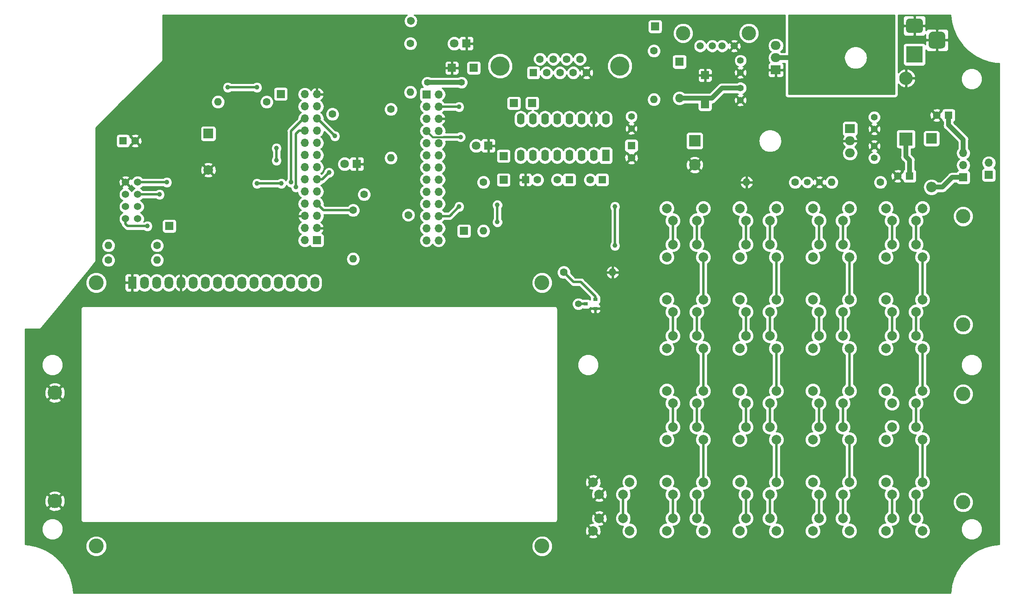
<source format=gbr>
G04 #@! TF.GenerationSoftware,KiCad,Pcbnew,(6.0.0-rc1-dev-1289-g6d8ca311f)*
G04 #@! TF.CreationDate,2018-12-30T23:18:29+01:00
G04 #@! TF.ProjectId,CT800_PCB,43543830-305f-4504-9342-2e6b69636164,rev?*
G04 #@! TF.SameCoordinates,Original*
G04 #@! TF.FileFunction,Copper,L2,Bot*
G04 #@! TF.FilePolarity,Positive*
%FSLAX46Y46*%
G04 Gerber Fmt 4.6, Leading zero omitted, Abs format (unit mm)*
G04 Created by KiCad (PCBNEW (6.0.0-rc1-dev-1289-g6d8ca311f)) date 30.12.2018 23:18:29*
%MOMM*%
%LPD*%
G01*
G04 APERTURE LIST*
G04 #@! TA.AperFunction,ComponentPad*
%ADD10C,1.600000*%
G04 #@! TD*
G04 #@! TA.AperFunction,Conductor*
%ADD11C,1.600000*%
G04 #@! TD*
G04 #@! TA.AperFunction,ComponentPad*
%ADD12R,1.700000X1.700000*%
G04 #@! TD*
G04 #@! TA.AperFunction,ComponentPad*
%ADD13C,3.000000*%
G04 #@! TD*
G04 #@! TA.AperFunction,ComponentPad*
%ADD14O,1.600000X1.600000*%
G04 #@! TD*
G04 #@! TA.AperFunction,ComponentPad*
%ADD15O,1.700000X1.700000*%
G04 #@! TD*
G04 #@! TA.AperFunction,ComponentPad*
%ADD16C,3.100000*%
G04 #@! TD*
G04 #@! TA.AperFunction,ComponentPad*
%ADD17O,1.800000X2.600000*%
G04 #@! TD*
G04 #@! TA.AperFunction,ComponentPad*
%ADD18R,1.800000X2.600000*%
G04 #@! TD*
G04 #@! TA.AperFunction,SMDPad,CuDef*
%ADD19R,0.900000X0.800000*%
G04 #@! TD*
G04 #@! TA.AperFunction,ComponentPad*
%ADD20O,1.600000X2.400000*%
G04 #@! TD*
G04 #@! TA.AperFunction,ComponentPad*
%ADD21R,1.600000X2.400000*%
G04 #@! TD*
G04 #@! TA.AperFunction,ComponentPad*
%ADD22O,2.000000X1.905000*%
G04 #@! TD*
G04 #@! TA.AperFunction,ComponentPad*
%ADD23R,2.000000X1.905000*%
G04 #@! TD*
G04 #@! TA.AperFunction,ComponentPad*
%ADD24C,4.000000*%
G04 #@! TD*
G04 #@! TA.AperFunction,ComponentPad*
%ADD25R,1.600000X1.600000*%
G04 #@! TD*
G04 #@! TA.AperFunction,Conductor*
%ADD26C,0.100000*%
G04 #@! TD*
G04 #@! TA.AperFunction,ComponentPad*
%ADD27C,3.500000*%
G04 #@! TD*
G04 #@! TA.AperFunction,ComponentPad*
%ADD28R,3.500000X3.500000*%
G04 #@! TD*
G04 #@! TA.AperFunction,ComponentPad*
%ADD29C,1.800000*%
G04 #@! TD*
G04 #@! TA.AperFunction,ComponentPad*
%ADD30R,1.800000X1.800000*%
G04 #@! TD*
G04 #@! TA.AperFunction,ComponentPad*
%ADD31O,1.800000X1.800000*%
G04 #@! TD*
G04 #@! TA.AperFunction,ComponentPad*
%ADD32O,2.800000X2.800000*%
G04 #@! TD*
G04 #@! TA.AperFunction,ComponentPad*
%ADD33R,2.800000X2.800000*%
G04 #@! TD*
G04 #@! TA.AperFunction,ComponentPad*
%ADD34O,2.200000X2.200000*%
G04 #@! TD*
G04 #@! TA.AperFunction,ComponentPad*
%ADD35R,2.200000X2.200000*%
G04 #@! TD*
G04 #@! TA.AperFunction,ComponentPad*
%ADD36C,1.400000*%
G04 #@! TD*
G04 #@! TA.AperFunction,ComponentPad*
%ADD37C,2.400000*%
G04 #@! TD*
G04 #@! TA.AperFunction,ComponentPad*
%ADD38R,2.400000X2.400000*%
G04 #@! TD*
G04 #@! TA.AperFunction,ComponentPad*
%ADD39C,2.000000*%
G04 #@! TD*
G04 #@! TA.AperFunction,ComponentPad*
%ADD40R,2.000000X2.000000*%
G04 #@! TD*
G04 #@! TA.AperFunction,ComponentPad*
%ADD41C,1.524000*%
G04 #@! TD*
G04 #@! TA.AperFunction,ComponentPad*
%ADD42C,1.500000*%
G04 #@! TD*
G04 #@! TA.AperFunction,ViaPad*
%ADD43C,1.000000*%
G04 #@! TD*
G04 #@! TA.AperFunction,ViaPad*
%ADD44C,1.400000*%
G04 #@! TD*
G04 #@! TA.AperFunction,Conductor*
%ADD45C,1.000000*%
G04 #@! TD*
G04 #@! TA.AperFunction,Conductor*
%ADD46C,0.500000*%
G04 #@! TD*
G04 #@! TA.AperFunction,Conductor*
%ADD47C,0.400000*%
G04 #@! TD*
G04 #@! TA.AperFunction,Conductor*
%ADD48C,0.254000*%
G04 #@! TD*
G04 APERTURE END LIST*
D10*
G04 #@! TO.P,R13,2*
G04 #@! TO.N,+5V*
X123006805Y-37438471D03*
D11*
G04 #@! TD*
G04 #@! TO.N,+5V*
G04 #@! TO.C,R13*
X123006805Y-37438471D02*
X123006805Y-37438471D01*
D10*
G04 #@! TO.P,R13,1*
G04 #@! TO.N,Net-(R13-Pad1)*
X106680000Y-56896000D03*
G04 #@! TD*
D12*
G04 #@! TO.P,J4,1*
G04 #@! TO.N,Net-(J4-Pad1)*
X95885000Y-52705000D03*
G04 #@! TD*
G04 #@! TO.P,J3,1*
G04 #@! TO.N,Net-(J3-Pad1)*
X134112000Y-81280000D03*
G04 #@! TD*
D13*
G04 #@! TO.P,F3,2*
G04 #@! TO.N,+5V*
X238252000Y-100832000D03*
G04 #@! TO.P,F3,1*
G04 #@! TO.N,Net-(F3-Pad1)*
X238252000Y-78232000D03*
G04 #@! TD*
D14*
G04 #@! TO.P,R6,2*
G04 #@! TO.N,Net-(BZ1-Pad1)*
X82804000Y-54356000D03*
D10*
G04 #@! TO.P,R6,1*
G04 #@! TO.N,Net-(R6-Pad1)*
X92964000Y-54356000D03*
G04 #@! TD*
D15*
G04 #@! TO.P,U1,26*
G04 #@! TO.N,LED_ERR*
X128835754Y-83245949D03*
G04 #@! TO.P,U1,25*
G04 #@! TO.N,N/C*
X126295754Y-83245949D03*
G04 #@! TO.P,U1,24*
G04 #@! TO.N,Net-(J3-Pad1)*
X128835754Y-80705949D03*
G04 #@! TO.P,U1,23*
G04 #@! TO.N,VBAT*
X126295754Y-80705949D03*
G04 #@! TO.P,U1,22*
G04 #@! TO.N,Net-(JP4-Pad2)*
X128835754Y-78165949D03*
G04 #@! TO.P,U1,21*
G04 #@! TO.N,LED_OK*
X126295754Y-78165949D03*
G04 #@! TO.P,U1,20*
G04 #@! TO.N,KEY_ROW_2*
X128835754Y-75625949D03*
G04 #@! TO.P,U1,19*
G04 #@! TO.N,KEY_ROW_1*
X126295754Y-75625949D03*
G04 #@! TO.P,U1,18*
G04 #@! TO.N,Net-(JP3-Pad2)*
X128835754Y-73085949D03*
G04 #@! TO.P,U1,17*
G04 #@! TO.N,DISP_D2*
X126295754Y-73085949D03*
G04 #@! TO.P,U1,16*
G04 #@! TO.N,DISP_D1*
X128835754Y-70545949D03*
G04 #@! TO.P,U1,15*
G04 #@! TO.N,DISP_D0*
X126295754Y-70545949D03*
G04 #@! TO.P,U1,14*
G04 #@! TO.N,Net-(JP2-Pad2)*
X128835754Y-68005949D03*
G04 #@! TO.P,U1,13*
G04 #@! TO.N,DISP_EN*
X126295754Y-68005949D03*
G04 #@! TO.P,U1,12*
G04 #@! TO.N,DISP_RS*
X128835754Y-65465949D03*
G04 #@! TO.P,U1,11*
G04 #@! TO.N,Net-(JP1-Pad2)*
X126295754Y-65465949D03*
G04 #@! TO.P,U1,10*
G04 #@! TO.N,ESP_RST*
X128835754Y-62925949D03*
G04 #@! TO.P,U1,9*
G04 #@! TO.N,UART3_RX*
X126295754Y-62925949D03*
G04 #@! TO.P,U1,8*
G04 #@! TO.N,UART3_TX*
X128835754Y-60385949D03*
G04 #@! TO.P,U1,7*
G04 #@! TO.N,UART1_RX*
X126295754Y-60385949D03*
G04 #@! TO.P,U1,6*
G04 #@! TO.N,GND*
X128835754Y-57845949D03*
G04 #@! TO.P,U1,5*
G04 #@! TO.N,+3V3*
X126295754Y-57845949D03*
G04 #@! TO.P,U1,4*
G04 #@! TO.N,UART1_TX*
X128835754Y-55305949D03*
G04 #@! TO.P,U1,3*
G04 #@! TO.N,N/C*
X126295754Y-55305949D03*
G04 #@! TO.P,U1,2*
G04 #@! TO.N,ESP_EN*
X128835754Y-52765949D03*
D12*
G04 #@! TO.P,U1,1*
G04 #@! TO.N,N/C*
X126295754Y-52765949D03*
D15*
G04 #@! TO.P,U1,52*
X100904927Y-52757337D03*
G04 #@! TO.P,U1,51*
G04 #@! TO.N,GND*
X103444927Y-52757337D03*
G04 #@! TO.P,U1,50*
G04 #@! TO.N,Net-(J4-Pad1)*
X100904927Y-55297337D03*
G04 #@! TO.P,U1,49*
G04 #@! TO.N,Net-(R13-Pad1)*
X103444927Y-55297337D03*
G04 #@! TO.P,U1,48*
G04 #@! TO.N,KEY_COL_4*
X100904927Y-57837337D03*
G04 #@! TO.P,U1,47*
G04 #@! TO.N,KEY_COL_3*
X103444927Y-57837337D03*
G04 #@! TO.P,U1,46*
G04 #@! TO.N,KEY_COL_2*
X100904927Y-60377337D03*
G04 #@! TO.P,U1,45*
G04 #@! TO.N,Net-(R6-Pad1)*
X103444927Y-60377337D03*
G04 #@! TO.P,U1,44*
G04 #@! TO.N,DISP_D7*
X100904927Y-62917337D03*
G04 #@! TO.P,U1,43*
G04 #@! TO.N,DISP_D5*
X103444927Y-62917337D03*
G04 #@! TO.P,U1,42*
G04 #@! TO.N,DISP_D6*
X100904927Y-65457337D03*
G04 #@! TO.P,U1,41*
G04 #@! TO.N,DISP_D4*
X103444927Y-65457337D03*
G04 #@! TO.P,U1,40*
G04 #@! TO.N,DISP_D3*
X100904927Y-67997337D03*
G04 #@! TO.P,U1,39*
G04 #@! TO.N,KEY_COL_1*
X103444927Y-67997337D03*
G04 #@! TO.P,U1,38*
G04 #@! TO.N,N/C*
X100904927Y-70537337D03*
G04 #@! TO.P,U1,37*
G04 #@! TO.N,DISP_V0*
X103444927Y-70537337D03*
G04 #@! TO.P,U1,36*
G04 #@! TO.N,ADC_BATT*
X100904927Y-73077337D03*
G04 #@! TO.P,U1,35*
G04 #@! TO.N,KEY_ROW_4*
X103444927Y-73077337D03*
G04 #@! TO.P,U1,34*
G04 #@! TO.N,Net-(SW1-Pad2)*
X100904927Y-75617337D03*
G04 #@! TO.P,U1,33*
G04 #@! TO.N,LCMD*
X103444927Y-75617337D03*
G04 #@! TO.P,U1,32*
G04 #@! TO.N,GND*
X100904927Y-78157337D03*
G04 #@! TO.P,U1,31*
G04 #@! TO.N,N/C*
X103444927Y-78157337D03*
G04 #@! TO.P,U1,30*
X100904927Y-80697337D03*
G04 #@! TO.P,U1,29*
G04 #@! TO.N,GND*
X103444927Y-80697337D03*
G04 #@! TO.P,U1,28*
G04 #@! TO.N,KEY_ROW_3*
X100904927Y-83237337D03*
D12*
G04 #@! TO.P,U1,27*
G04 #@! TO.N,N/C*
X103444927Y-83237337D03*
G04 #@! TD*
D16*
G04 #@! TO.P,U5,*
G04 #@! TO.N,*
X150397000Y-92075000D03*
X150396480Y-147075700D03*
X57397900Y-147075700D03*
X57397900Y-92075000D03*
D17*
G04 #@! TO.P,U5,16*
G04 #@! TO.N,Net-(Q1-Pad3)*
X102997000Y-92075000D03*
G04 #@! TO.P,U5,15*
G04 #@! TO.N,Net-(R8-Pad1)*
X100457000Y-92075000D03*
G04 #@! TO.P,U5,14*
G04 #@! TO.N,DISP_D7*
X97917000Y-92075000D03*
G04 #@! TO.P,U5,13*
G04 #@! TO.N,DISP_D6*
X95377000Y-92075000D03*
G04 #@! TO.P,U5,12*
G04 #@! TO.N,DISP_D5*
X92837000Y-92075000D03*
G04 #@! TO.P,U5,11*
G04 #@! TO.N,DISP_D4*
X90297000Y-92075000D03*
G04 #@! TO.P,U5,10*
G04 #@! TO.N,DISP_D3*
X87757000Y-92075000D03*
G04 #@! TO.P,U5,9*
G04 #@! TO.N,DISP_D2*
X85217000Y-92075000D03*
G04 #@! TO.P,U5,8*
G04 #@! TO.N,DISP_D1*
X82677000Y-92075000D03*
G04 #@! TO.P,U5,7*
G04 #@! TO.N,DISP_D0*
X80137000Y-92075000D03*
G04 #@! TO.P,U5,6*
G04 #@! TO.N,Net-(R7-Pad1)*
X77597000Y-92075000D03*
G04 #@! TO.P,U5,5*
G04 #@! TO.N,GND*
X75057000Y-92075000D03*
G04 #@! TO.P,U5,4*
G04 #@! TO.N,DISP_RS*
X72517000Y-92075000D03*
G04 #@! TO.P,U5,3*
G04 #@! TO.N,DISP_V0*
X69977000Y-92075000D03*
G04 #@! TO.P,U5,2*
G04 #@! TO.N,+5V*
X67437000Y-92075000D03*
D18*
G04 #@! TO.P,U5,1*
G04 #@! TO.N,GND*
X64897000Y-92075000D03*
G04 #@! TD*
D19*
G04 #@! TO.P,Q1,3*
G04 #@! TO.N,Net-(Q1-Pad3)*
X159528000Y-96520000D03*
G04 #@! TO.P,Q1,2*
G04 #@! TO.N,GND*
X161528000Y-97470000D03*
G04 #@! TO.P,Q1,1*
G04 #@! TO.N,Net-(Q1-Pad1)*
X161528000Y-95570000D03*
G04 #@! TD*
D12*
G04 #@! TO.P,J15,1*
G04 #@! TO.N,Net-(J15-Pad1)*
X142367000Y-65659000D03*
G04 #@! TD*
G04 #@! TO.P,J14,1*
G04 #@! TO.N,Net-(J14-Pad1)*
X142367000Y-70612000D03*
G04 #@! TD*
G04 #@! TO.P,J13,1*
G04 #@! TO.N,Net-(J13-Pad1)*
X144526000Y-54610000D03*
G04 #@! TD*
G04 #@! TO.P,J12,1*
G04 #@! TO.N,Net-(J12-Pad1)*
X148336000Y-54610000D03*
G04 #@! TD*
D20*
G04 #@! TO.P,U6,16*
G04 #@! TO.N,+3V3*
X163703000Y-57912000D03*
G04 #@! TO.P,U6,8*
G04 #@! TO.N,Net-(J15-Pad1)*
X145923000Y-65532000D03*
G04 #@! TO.P,U6,15*
G04 #@! TO.N,GND*
X161163000Y-57912000D03*
G04 #@! TO.P,U6,7*
G04 #@! TO.N,Net-(J14-Pad1)*
X148463000Y-65532000D03*
G04 #@! TO.P,U6,14*
G04 #@! TO.N,Net-(J17-Pad3)*
X158623000Y-57912000D03*
G04 #@! TO.P,U6,6*
G04 #@! TO.N,Net-(C14-Pad2)*
X151003000Y-65532000D03*
G04 #@! TO.P,U6,13*
G04 #@! TO.N,Net-(J17-Pad2)*
X156083000Y-57912000D03*
G04 #@! TO.P,U6,5*
G04 #@! TO.N,Net-(C12-Pad2)*
X153543000Y-65532000D03*
G04 #@! TO.P,U6,12*
G04 #@! TO.N,UART1_RX*
X153543000Y-57912000D03*
G04 #@! TO.P,U6,4*
G04 #@! TO.N,Net-(C12-Pad1)*
X156083000Y-65532000D03*
G04 #@! TO.P,U6,11*
G04 #@! TO.N,UART1_TX*
X151003000Y-57912000D03*
G04 #@! TO.P,U6,3*
G04 #@! TO.N,Net-(C10-Pad2)*
X158623000Y-65532000D03*
G04 #@! TO.P,U6,10*
G04 #@! TO.N,Net-(J12-Pad1)*
X148463000Y-57912000D03*
G04 #@! TO.P,U6,2*
G04 #@! TO.N,Net-(C13-Pad1)*
X161163000Y-65532000D03*
G04 #@! TO.P,U6,9*
G04 #@! TO.N,Net-(J13-Pad1)*
X145923000Y-57912000D03*
D21*
G04 #@! TO.P,U6,1*
G04 #@! TO.N,Net-(C10-Pad1)*
X163703000Y-65532000D03*
G04 #@! TD*
D22*
G04 #@! TO.P,U3,3*
G04 #@! TO.N,+5V*
X199159733Y-42584068D03*
G04 #@! TO.P,U3,2*
G04 #@! TO.N,+3V3*
X199159733Y-45124068D03*
D23*
G04 #@! TO.P,U3,1*
G04 #@! TO.N,GND*
X199159733Y-47664068D03*
G04 #@! TD*
D22*
G04 #@! TO.P,U2,3*
G04 #@! TO.N,+5V*
X214639720Y-65024000D03*
G04 #@! TO.P,U2,2*
G04 #@! TO.N,GND*
X214639720Y-62484000D03*
D23*
G04 #@! TO.P,U2,1*
G04 #@! TO.N,Net-(C2-Pad1)*
X214639720Y-59944000D03*
G04 #@! TD*
D14*
G04 #@! TO.P,R12,2*
G04 #@! TO.N,+3V3*
X122936000Y-52324000D03*
D10*
G04 #@! TO.P,R12,1*
G04 #@! TO.N,Net-(D6-Pad2)*
X122936000Y-42164000D03*
G04 #@! TD*
D14*
G04 #@! TO.P,R11,2*
G04 #@! TO.N,Net-(Q1-Pad1)*
X110998000Y-87122000D03*
D10*
G04 #@! TO.P,R11,1*
G04 #@! TO.N,LCMD*
X110998000Y-76962000D03*
G04 #@! TD*
D14*
G04 #@! TO.P,R10,2*
G04 #@! TO.N,GND*
X165100000Y-89916000D03*
D10*
G04 #@! TO.P,R10,1*
G04 #@! TO.N,Net-(Q1-Pad1)*
X154940000Y-89916000D03*
G04 #@! TD*
D14*
G04 #@! TO.P,R9,2*
G04 #@! TO.N,+5V*
X59944000Y-84328000D03*
D10*
G04 #@! TO.P,R9,1*
G04 #@! TO.N,Net-(R8-Pad2)*
X70104000Y-84328000D03*
G04 #@! TD*
D14*
G04 #@! TO.P,R8,2*
G04 #@! TO.N,Net-(R8-Pad2)*
X70104000Y-87376000D03*
D10*
G04 #@! TO.P,R8,1*
G04 #@! TO.N,Net-(R8-Pad1)*
X59944000Y-87376000D03*
G04 #@! TD*
D14*
G04 #@! TO.P,R7,2*
G04 #@! TO.N,DISP_EN*
X118872000Y-66040000D03*
D10*
G04 #@! TO.P,R7,1*
G04 #@! TO.N,Net-(R7-Pad1)*
X118872000Y-55880000D03*
G04 #@! TD*
D14*
G04 #@! TO.P,R5,2*
G04 #@! TO.N,Net-(C3-Pad1)*
X173736000Y-53848000D03*
D10*
G04 #@! TO.P,R5,1*
G04 #@! TO.N,VBAT*
X173736000Y-43688000D03*
G04 #@! TD*
D14*
G04 #@! TO.P,R4,2*
G04 #@! TO.N,LED_ERR*
X138176000Y-81280000D03*
D10*
G04 #@! TO.P,R4,1*
G04 #@! TO.N,Net-(D2-Pad2)*
X138176000Y-71120000D03*
G04 #@! TD*
D14*
G04 #@! TO.P,R3,2*
G04 #@! TO.N,GND*
X193040000Y-71120000D03*
D10*
G04 #@! TO.P,R3,1*
G04 #@! TO.N,ADC_BATT*
X203200000Y-71120000D03*
G04 #@! TD*
D14*
G04 #@! TO.P,R2,2*
G04 #@! TO.N,ADC_BATT*
X210820000Y-71120000D03*
D10*
G04 #@! TO.P,R2,1*
G04 #@! TO.N,+BATT*
X220980000Y-71120000D03*
G04 #@! TD*
G04 #@! TO.P,R1,2*
G04 #@! TO.N,LED_OK*
X122492087Y-77953802D03*
D11*
G04 #@! TD*
G04 #@! TO.N,LED_OK*
G04 #@! TO.C,R1*
X122492087Y-77953802D02*
X122492087Y-77953802D01*
D10*
G04 #@! TO.P,R1,1*
G04 #@! TO.N,Net-(D1-Pad2)*
X113284000Y-73660000D03*
G04 #@! TD*
D15*
G04 #@! TO.P,JP5,3*
G04 #@! TO.N,+5V*
X238252000Y-65024000D03*
G04 #@! TO.P,JP5,2*
X238252000Y-67564000D03*
D12*
G04 #@! TO.P,JP5,1*
G04 #@! TO.N,+BATT*
X238252000Y-70104000D03*
G04 #@! TD*
G04 #@! TO.P,J10,1*
G04 #@! TO.N,GND*
X131572000Y-47244000D03*
G04 #@! TD*
D24*
G04 #@! TO.P,J17,0*
G04 #@! TO.N,N/C*
X166630000Y-46840000D03*
X141630000Y-46840000D03*
D10*
G04 #@! TO.P,J17,9*
X158285000Y-45420000D03*
G04 #@! TO.P,J17,8*
X155515000Y-45420000D03*
G04 #@! TO.P,J17,7*
X152745000Y-45420000D03*
G04 #@! TO.P,J17,6*
X149975000Y-45420000D03*
G04 #@! TO.P,J17,5*
G04 #@! TO.N,GND*
X159670000Y-48260000D03*
G04 #@! TO.P,J17,4*
G04 #@! TO.N,N/C*
X156900000Y-48260000D03*
G04 #@! TO.P,J17,3*
G04 #@! TO.N,Net-(J17-Pad3)*
X154130000Y-48260000D03*
G04 #@! TO.P,J17,2*
G04 #@! TO.N,Net-(J17-Pad2)*
X151360000Y-48260000D03*
D25*
G04 #@! TO.P,J17,1*
G04 #@! TO.N,N/C*
X148590000Y-48260000D03*
G04 #@! TD*
D12*
G04 #@! TO.P,J11,1*
G04 #@! TO.N,GND*
X184404000Y-48768000D03*
G04 #@! TD*
G04 #@! TO.P,J9,1*
G04 #@! TO.N,+3V3*
X136144000Y-47244000D03*
G04 #@! TD*
G04 #@! TO.P,J8,1*
G04 #@! TO.N,+3V3*
X184404000Y-54864000D03*
G04 #@! TD*
G04 #@! TO.P,J7,1*
G04 #@! TO.N,+5V*
X72644000Y-80264000D03*
G04 #@! TD*
G04 #@! TO.P,J6,1*
G04 #@! TO.N,+5V*
X173990000Y-38608000D03*
G04 #@! TD*
D26*
G04 #@! TO.N,GND*
G04 #@! TO.C,J1*
G36*
X233752765Y-39704213D02*
X233837704Y-39716813D01*
X233920999Y-39737677D01*
X234001848Y-39766605D01*
X234079472Y-39803319D01*
X234153124Y-39847464D01*
X234222094Y-39898616D01*
X234285718Y-39956282D01*
X234343384Y-40019906D01*
X234394536Y-40088876D01*
X234438681Y-40162528D01*
X234475395Y-40240152D01*
X234504323Y-40321001D01*
X234525187Y-40404296D01*
X234537787Y-40489235D01*
X234542000Y-40575000D01*
X234542000Y-42325000D01*
X234537787Y-42410765D01*
X234525187Y-42495704D01*
X234504323Y-42578999D01*
X234475395Y-42659848D01*
X234438681Y-42737472D01*
X234394536Y-42811124D01*
X234343384Y-42880094D01*
X234285718Y-42943718D01*
X234222094Y-43001384D01*
X234153124Y-43052536D01*
X234079472Y-43096681D01*
X234001848Y-43133395D01*
X233920999Y-43162323D01*
X233837704Y-43183187D01*
X233752765Y-43195787D01*
X233667000Y-43200000D01*
X231917000Y-43200000D01*
X231831235Y-43195787D01*
X231746296Y-43183187D01*
X231663001Y-43162323D01*
X231582152Y-43133395D01*
X231504528Y-43096681D01*
X231430876Y-43052536D01*
X231361906Y-43001384D01*
X231298282Y-42943718D01*
X231240616Y-42880094D01*
X231189464Y-42811124D01*
X231145319Y-42737472D01*
X231108605Y-42659848D01*
X231079677Y-42578999D01*
X231058813Y-42495704D01*
X231046213Y-42410765D01*
X231042000Y-42325000D01*
X231042000Y-40575000D01*
X231046213Y-40489235D01*
X231058813Y-40404296D01*
X231079677Y-40321001D01*
X231108605Y-40240152D01*
X231145319Y-40162528D01*
X231189464Y-40088876D01*
X231240616Y-40019906D01*
X231298282Y-39956282D01*
X231361906Y-39898616D01*
X231430876Y-39847464D01*
X231504528Y-39803319D01*
X231582152Y-39766605D01*
X231663001Y-39737677D01*
X231746296Y-39716813D01*
X231831235Y-39704213D01*
X231917000Y-39700000D01*
X233667000Y-39700000D01*
X233752765Y-39704213D01*
X233752765Y-39704213D01*
G37*
D27*
G04 #@! TD*
G04 #@! TO.P,J1,3*
G04 #@! TO.N,GND*
X232792000Y-41450000D03*
D26*
G04 #@! TO.N,GND*
G04 #@! TO.C,J1*
G36*
X229165513Y-36953611D02*
X229238318Y-36964411D01*
X229309714Y-36982295D01*
X229379013Y-37007090D01*
X229445548Y-37038559D01*
X229508678Y-37076398D01*
X229567795Y-37120242D01*
X229622330Y-37169670D01*
X229671758Y-37224205D01*
X229715602Y-37283322D01*
X229753441Y-37346452D01*
X229784910Y-37412987D01*
X229809705Y-37482286D01*
X229827589Y-37553682D01*
X229838389Y-37626487D01*
X229842000Y-37700000D01*
X229842000Y-39200000D01*
X229838389Y-39273513D01*
X229827589Y-39346318D01*
X229809705Y-39417714D01*
X229784910Y-39487013D01*
X229753441Y-39553548D01*
X229715602Y-39616678D01*
X229671758Y-39675795D01*
X229622330Y-39730330D01*
X229567795Y-39779758D01*
X229508678Y-39823602D01*
X229445548Y-39861441D01*
X229379013Y-39892910D01*
X229309714Y-39917705D01*
X229238318Y-39935589D01*
X229165513Y-39946389D01*
X229092000Y-39950000D01*
X227092000Y-39950000D01*
X227018487Y-39946389D01*
X226945682Y-39935589D01*
X226874286Y-39917705D01*
X226804987Y-39892910D01*
X226738452Y-39861441D01*
X226675322Y-39823602D01*
X226616205Y-39779758D01*
X226561670Y-39730330D01*
X226512242Y-39675795D01*
X226468398Y-39616678D01*
X226430559Y-39553548D01*
X226399090Y-39487013D01*
X226374295Y-39417714D01*
X226356411Y-39346318D01*
X226345611Y-39273513D01*
X226342000Y-39200000D01*
X226342000Y-37700000D01*
X226345611Y-37626487D01*
X226356411Y-37553682D01*
X226374295Y-37482286D01*
X226399090Y-37412987D01*
X226430559Y-37346452D01*
X226468398Y-37283322D01*
X226512242Y-37224205D01*
X226561670Y-37169670D01*
X226616205Y-37120242D01*
X226675322Y-37076398D01*
X226738452Y-37038559D01*
X226804987Y-37007090D01*
X226874286Y-36982295D01*
X226945682Y-36964411D01*
X227018487Y-36953611D01*
X227092000Y-36950000D01*
X229092000Y-36950000D01*
X229165513Y-36953611D01*
X229165513Y-36953611D01*
G37*
D13*
G04 #@! TD*
G04 #@! TO.P,J1,2*
G04 #@! TO.N,GND*
X228092000Y-38450000D03*
D28*
G04 #@! TO.P,J1,1*
G04 #@! TO.N,Net-(F1-Pad2)*
X228092000Y-44450000D03*
G04 #@! TD*
D13*
G04 #@! TO.P,F2,2*
G04 #@! TO.N,GND*
X48768000Y-115068000D03*
G04 #@! TO.P,F2,1*
X48768000Y-137668000D03*
G04 #@! TD*
G04 #@! TO.P,F1,2*
G04 #@! TO.N,Net-(F1-Pad2)*
X238252000Y-137916000D03*
G04 #@! TO.P,F1,1*
G04 #@! TO.N,+BATT*
X238252000Y-115316000D03*
G04 #@! TD*
D29*
G04 #@! TO.P,D6,2*
G04 #@! TO.N,Net-(D6-Pad2)*
X132080000Y-42164000D03*
D30*
G04 #@! TO.P,D6,1*
G04 #@! TO.N,GND*
X134620000Y-42164000D03*
G04 #@! TD*
D31*
G04 #@! TO.P,D5,2*
G04 #@! TO.N,+3V3*
X179070000Y-53594000D03*
D30*
G04 #@! TO.P,D5,1*
G04 #@! TO.N,VBAT*
X179070000Y-45974000D03*
G04 #@! TD*
D32*
G04 #@! TO.P,D4,2*
G04 #@! TO.N,GND*
X226314000Y-49403000D03*
D33*
G04 #@! TO.P,D4,1*
G04 #@! TO.N,Net-(C2-Pad1)*
X226314000Y-62103000D03*
G04 #@! TD*
D34*
G04 #@! TO.P,D3,2*
G04 #@! TO.N,+BATT*
X231648000Y-72136000D03*
D35*
G04 #@! TO.P,D3,1*
G04 #@! TO.N,Net-(C2-Pad1)*
X231648000Y-61976000D03*
G04 #@! TD*
D29*
G04 #@! TO.P,D2,2*
G04 #@! TO.N,Net-(D2-Pad2)*
X136652000Y-63500000D03*
D30*
G04 #@! TO.P,D2,1*
G04 #@! TO.N,GND*
X139192000Y-63500000D03*
G04 #@! TD*
D29*
G04 #@! TO.P,D1,2*
G04 #@! TO.N,Net-(D1-Pad2)*
X109220000Y-67310000D03*
D30*
G04 #@! TO.P,D1,1*
G04 #@! TO.N,GND*
X111760000Y-67310000D03*
G04 #@! TD*
D10*
G04 #@! TO.P,C14,2*
G04 #@! TO.N,Net-(C14-Pad2)*
X149439000Y-70612000D03*
D25*
G04 #@! TO.P,C14,1*
G04 #@! TO.N,GND*
X146939000Y-70612000D03*
G04 #@! TD*
D10*
G04 #@! TO.P,C13,2*
G04 #@! TO.N,GND*
X169037000Y-66000000D03*
D25*
G04 #@! TO.P,C13,1*
G04 #@! TO.N,Net-(C13-Pad1)*
X169037000Y-63500000D03*
G04 #@! TD*
D10*
G04 #@! TO.P,C12,2*
G04 #@! TO.N,Net-(C12-Pad2)*
X153583000Y-70612000D03*
D25*
G04 #@! TO.P,C12,1*
G04 #@! TO.N,Net-(C12-Pad1)*
X156083000Y-70612000D03*
G04 #@! TD*
D36*
G04 #@! TO.P,C11,2*
G04 #@! TO.N,GND*
X169037000Y-59904000D03*
G04 #@! TO.P,C11,1*
G04 #@! TO.N,+3V3*
X169037000Y-57404000D03*
G04 #@! TD*
D10*
G04 #@! TO.P,C10,2*
G04 #@! TO.N,Net-(C10-Pad2)*
X160441000Y-70612000D03*
D25*
G04 #@! TO.P,C10,1*
G04 #@! TO.N,Net-(C10-Pad1)*
X162941000Y-70612000D03*
G04 #@! TD*
D10*
G04 #@! TO.P,C9,2*
G04 #@! TO.N,GND*
X65492000Y-62484000D03*
D25*
G04 #@! TO.P,C9,1*
G04 #@! TO.N,+3V3*
X62992000Y-62484000D03*
G04 #@! TD*
D36*
G04 #@! TO.P,C8,2*
G04 #@! TO.N,GND*
X191793733Y-53974068D03*
G04 #@! TO.P,C8,1*
G04 #@! TO.N,+3V3*
X191793733Y-51474068D03*
G04 #@! TD*
G04 #@! TO.P,C7,2*
G04 #@! TO.N,GND*
X191793733Y-48220000D03*
G04 #@! TO.P,C7,1*
G04 #@! TO.N,+5V*
X191793733Y-45720000D03*
G04 #@! TD*
G04 #@! TO.P,C5,2*
G04 #@! TO.N,GND*
X219710000Y-63540000D03*
G04 #@! TO.P,C5,1*
G04 #@! TO.N,+5V*
X219710000Y-66040000D03*
G04 #@! TD*
G04 #@! TO.P,C4,2*
G04 #@! TO.N,GND*
X219710000Y-60015728D03*
G04 #@! TO.P,C4,1*
G04 #@! TO.N,Net-(C2-Pad1)*
X219710000Y-57515728D03*
G04 #@! TD*
D37*
G04 #@! TO.P,C3,2*
G04 #@! TO.N,GND*
X182245000Y-67484000D03*
D38*
G04 #@! TO.P,C3,1*
G04 #@! TO.N,Net-(C3-Pad1)*
X182245000Y-62484000D03*
G04 #@! TD*
D10*
G04 #@! TO.P,C2,2*
G04 #@! TO.N,GND*
X224576000Y-69850000D03*
D25*
G04 #@! TO.P,C2,1*
G04 #@! TO.N,Net-(C2-Pad1)*
X227076000Y-69850000D03*
G04 #@! TD*
D36*
G04 #@! TO.P,C1,2*
G04 #@! TO.N,GND*
X208240000Y-71120000D03*
G04 #@! TO.P,C1,1*
G04 #@! TO.N,ADC_BATT*
X205740000Y-71120000D03*
G04 #@! TD*
D39*
G04 #@! TO.P,BZ1,2*
G04 #@! TO.N,GND*
X80772000Y-68560000D03*
D40*
G04 #@! TO.P,BZ1,1*
G04 #@! TO.N,Net-(BZ1-Pad1)*
X80772000Y-60960000D03*
G04 #@! TD*
D10*
G04 #@! TO.P,C6,2*
G04 #@! TO.N,GND*
X232704000Y-57150000D03*
D25*
G04 #@! TO.P,C6,1*
G04 #@! TO.N,+5V*
X235204000Y-57150000D03*
G04 #@! TD*
D39*
G04 #@! TO.P,SW17,1*
G04 #@! TO.N,KEY_ROW_4*
X222123000Y-143891000D03*
G04 #@! TO.P,SW17,2*
G04 #@! TO.N,KEY_COL_4*
X229743000Y-143891000D03*
X229743000Y-133731000D03*
G04 #@! TO.P,SW17,1*
G04 #@! TO.N,KEY_ROW_4*
X222123000Y-133731000D03*
X223393000Y-141271000D03*
G04 #@! TO.P,SW17,2*
G04 #@! TO.N,KEY_COL_4*
X228393000Y-141271000D03*
X228393000Y-136271000D03*
G04 #@! TO.P,SW17,1*
G04 #@! TO.N,KEY_ROW_4*
X223393000Y-136271000D03*
G04 #@! TD*
G04 #@! TO.P,SW13,1*
G04 #@! TO.N,KEY_ROW_4*
X206883000Y-143891000D03*
G04 #@! TO.P,SW13,2*
G04 #@! TO.N,KEY_COL_3*
X214503000Y-143891000D03*
X214503000Y-133731000D03*
G04 #@! TO.P,SW13,1*
G04 #@! TO.N,KEY_ROW_4*
X206883000Y-133731000D03*
X208153000Y-141271000D03*
G04 #@! TO.P,SW13,2*
G04 #@! TO.N,KEY_COL_3*
X213153000Y-141271000D03*
X213153000Y-136271000D03*
G04 #@! TO.P,SW13,1*
G04 #@! TO.N,KEY_ROW_4*
X208153000Y-136271000D03*
G04 #@! TD*
G04 #@! TO.P,SW9,1*
G04 #@! TO.N,KEY_ROW_4*
X191643000Y-143891000D03*
G04 #@! TO.P,SW9,2*
G04 #@! TO.N,KEY_COL_2*
X199263000Y-143891000D03*
X199263000Y-133731000D03*
G04 #@! TO.P,SW9,1*
G04 #@! TO.N,KEY_ROW_4*
X191643000Y-133731000D03*
X192913000Y-141271000D03*
G04 #@! TO.P,SW9,2*
G04 #@! TO.N,KEY_COL_2*
X197913000Y-141271000D03*
X197913000Y-136271000D03*
G04 #@! TO.P,SW9,1*
G04 #@! TO.N,KEY_ROW_4*
X192913000Y-136271000D03*
G04 #@! TD*
G04 #@! TO.P,SW5,1*
G04 #@! TO.N,KEY_ROW_4*
X176403000Y-143891000D03*
G04 #@! TO.P,SW5,2*
G04 #@! TO.N,KEY_COL_1*
X184023000Y-143891000D03*
X184023000Y-133731000D03*
G04 #@! TO.P,SW5,1*
G04 #@! TO.N,KEY_ROW_4*
X176403000Y-133731000D03*
X177673000Y-141271000D03*
G04 #@! TO.P,SW5,2*
G04 #@! TO.N,KEY_COL_1*
X182673000Y-141271000D03*
X182673000Y-136271000D03*
G04 #@! TO.P,SW5,1*
G04 #@! TO.N,KEY_ROW_4*
X177673000Y-136271000D03*
G04 #@! TD*
G04 #@! TO.P,SW1,1*
G04 #@! TO.N,GND*
X161036000Y-143891000D03*
G04 #@! TO.P,SW1,2*
G04 #@! TO.N,Net-(SW1-Pad2)*
X168656000Y-143891000D03*
X168656000Y-133731000D03*
G04 #@! TO.P,SW1,1*
G04 #@! TO.N,GND*
X161036000Y-133731000D03*
X162306000Y-141271000D03*
G04 #@! TO.P,SW1,2*
G04 #@! TO.N,Net-(SW1-Pad2)*
X167306000Y-141271000D03*
X167306000Y-136271000D03*
G04 #@! TO.P,SW1,1*
G04 #@! TO.N,GND*
X162306000Y-136271000D03*
G04 #@! TD*
G04 #@! TO.P,SW16,1*
G04 #@! TO.N,KEY_ROW_3*
X222123000Y-124841000D03*
G04 #@! TO.P,SW16,2*
G04 #@! TO.N,KEY_COL_4*
X229743000Y-124841000D03*
X229743000Y-114681000D03*
G04 #@! TO.P,SW16,1*
G04 #@! TO.N,KEY_ROW_3*
X222123000Y-114681000D03*
X223393000Y-122221000D03*
G04 #@! TO.P,SW16,2*
G04 #@! TO.N,KEY_COL_4*
X228393000Y-122221000D03*
X228393000Y-117221000D03*
G04 #@! TO.P,SW16,1*
G04 #@! TO.N,KEY_ROW_3*
X223393000Y-117221000D03*
G04 #@! TD*
G04 #@! TO.P,SW12,1*
G04 #@! TO.N,KEY_ROW_3*
X206883000Y-124841000D03*
G04 #@! TO.P,SW12,2*
G04 #@! TO.N,KEY_COL_3*
X214503000Y-124841000D03*
X214503000Y-114681000D03*
G04 #@! TO.P,SW12,1*
G04 #@! TO.N,KEY_ROW_3*
X206883000Y-114681000D03*
X208153000Y-122221000D03*
G04 #@! TO.P,SW12,2*
G04 #@! TO.N,KEY_COL_3*
X213153000Y-122221000D03*
X213153000Y-117221000D03*
G04 #@! TO.P,SW12,1*
G04 #@! TO.N,KEY_ROW_3*
X208153000Y-117221000D03*
G04 #@! TD*
G04 #@! TO.P,SW8,1*
G04 #@! TO.N,KEY_ROW_3*
X192913000Y-117221000D03*
G04 #@! TO.P,SW8,2*
G04 #@! TO.N,KEY_COL_2*
X197913000Y-117221000D03*
X197913000Y-122221000D03*
G04 #@! TO.P,SW8,1*
G04 #@! TO.N,KEY_ROW_3*
X192913000Y-122221000D03*
X191643000Y-114681000D03*
G04 #@! TO.P,SW8,2*
G04 #@! TO.N,KEY_COL_2*
X199263000Y-114681000D03*
X199263000Y-124841000D03*
G04 #@! TO.P,SW8,1*
G04 #@! TO.N,KEY_ROW_3*
X191643000Y-124841000D03*
G04 #@! TD*
G04 #@! TO.P,SW4,1*
G04 #@! TO.N,KEY_ROW_3*
X176403000Y-124841000D03*
G04 #@! TO.P,SW4,2*
G04 #@! TO.N,KEY_COL_1*
X184023000Y-124841000D03*
X184023000Y-114681000D03*
G04 #@! TO.P,SW4,1*
G04 #@! TO.N,KEY_ROW_3*
X176403000Y-114681000D03*
X177673000Y-122221000D03*
G04 #@! TO.P,SW4,2*
G04 #@! TO.N,KEY_COL_1*
X182673000Y-122221000D03*
X182673000Y-117221000D03*
G04 #@! TO.P,SW4,1*
G04 #@! TO.N,KEY_ROW_3*
X177673000Y-117221000D03*
G04 #@! TD*
G04 #@! TO.P,SW15,1*
G04 #@! TO.N,KEY_ROW_2*
X222123000Y-105791000D03*
G04 #@! TO.P,SW15,2*
G04 #@! TO.N,KEY_COL_4*
X229743000Y-105791000D03*
X229743000Y-95631000D03*
G04 #@! TO.P,SW15,1*
G04 #@! TO.N,KEY_ROW_2*
X222123000Y-95631000D03*
X223393000Y-103171000D03*
G04 #@! TO.P,SW15,2*
G04 #@! TO.N,KEY_COL_4*
X228393000Y-103171000D03*
X228393000Y-98171000D03*
G04 #@! TO.P,SW15,1*
G04 #@! TO.N,KEY_ROW_2*
X223393000Y-98171000D03*
G04 #@! TD*
G04 #@! TO.P,SW11,1*
G04 #@! TO.N,KEY_ROW_2*
X206883000Y-105791000D03*
G04 #@! TO.P,SW11,2*
G04 #@! TO.N,KEY_COL_3*
X214503000Y-105791000D03*
X214503000Y-95631000D03*
G04 #@! TO.P,SW11,1*
G04 #@! TO.N,KEY_ROW_2*
X206883000Y-95631000D03*
X208153000Y-103171000D03*
G04 #@! TO.P,SW11,2*
G04 #@! TO.N,KEY_COL_3*
X213153000Y-103171000D03*
X213153000Y-98171000D03*
G04 #@! TO.P,SW11,1*
G04 #@! TO.N,KEY_ROW_2*
X208153000Y-98171000D03*
G04 #@! TD*
G04 #@! TO.P,SW7,1*
G04 #@! TO.N,KEY_ROW_2*
X191643000Y-105791000D03*
G04 #@! TO.P,SW7,2*
G04 #@! TO.N,KEY_COL_2*
X199263000Y-105791000D03*
X199263000Y-95631000D03*
G04 #@! TO.P,SW7,1*
G04 #@! TO.N,KEY_ROW_2*
X191643000Y-95631000D03*
X192913000Y-103171000D03*
G04 #@! TO.P,SW7,2*
G04 #@! TO.N,KEY_COL_2*
X197913000Y-103171000D03*
X197913000Y-98171000D03*
G04 #@! TO.P,SW7,1*
G04 #@! TO.N,KEY_ROW_2*
X192913000Y-98171000D03*
G04 #@! TD*
G04 #@! TO.P,SW3,1*
G04 #@! TO.N,KEY_ROW_2*
X176403000Y-105791000D03*
G04 #@! TO.P,SW3,2*
G04 #@! TO.N,KEY_COL_1*
X184023000Y-105791000D03*
X184023000Y-95631000D03*
G04 #@! TO.P,SW3,1*
G04 #@! TO.N,KEY_ROW_2*
X176403000Y-95631000D03*
X177673000Y-103171000D03*
G04 #@! TO.P,SW3,2*
G04 #@! TO.N,KEY_COL_1*
X182673000Y-103171000D03*
X182673000Y-98171000D03*
G04 #@! TO.P,SW3,1*
G04 #@! TO.N,KEY_ROW_2*
X177673000Y-98171000D03*
G04 #@! TD*
G04 #@! TO.P,SW14,1*
G04 #@! TO.N,KEY_ROW_1*
X222123000Y-86741000D03*
G04 #@! TO.P,SW14,2*
G04 #@! TO.N,KEY_COL_4*
X229743000Y-86741000D03*
X229743000Y-76581000D03*
G04 #@! TO.P,SW14,1*
G04 #@! TO.N,KEY_ROW_1*
X222123000Y-76581000D03*
X223393000Y-84121000D03*
G04 #@! TO.P,SW14,2*
G04 #@! TO.N,KEY_COL_4*
X228393000Y-84121000D03*
X228393000Y-79121000D03*
G04 #@! TO.P,SW14,1*
G04 #@! TO.N,KEY_ROW_1*
X223393000Y-79121000D03*
G04 #@! TD*
G04 #@! TO.P,SW10,1*
G04 #@! TO.N,KEY_ROW_1*
X206883000Y-86741000D03*
G04 #@! TO.P,SW10,2*
G04 #@! TO.N,KEY_COL_3*
X214503000Y-86741000D03*
X214503000Y-76581000D03*
G04 #@! TO.P,SW10,1*
G04 #@! TO.N,KEY_ROW_1*
X206883000Y-76581000D03*
X208153000Y-84121000D03*
G04 #@! TO.P,SW10,2*
G04 #@! TO.N,KEY_COL_3*
X213153000Y-84121000D03*
X213153000Y-79121000D03*
G04 #@! TO.P,SW10,1*
G04 #@! TO.N,KEY_ROW_1*
X208153000Y-79121000D03*
G04 #@! TD*
G04 #@! TO.P,SW6,1*
G04 #@! TO.N,KEY_ROW_1*
X191643000Y-86741000D03*
G04 #@! TO.P,SW6,2*
G04 #@! TO.N,KEY_COL_2*
X199263000Y-86741000D03*
X199263000Y-76581000D03*
G04 #@! TO.P,SW6,1*
G04 #@! TO.N,KEY_ROW_1*
X191643000Y-76581000D03*
X192913000Y-84121000D03*
G04 #@! TO.P,SW6,2*
G04 #@! TO.N,KEY_COL_2*
X197913000Y-84121000D03*
X197913000Y-79121000D03*
G04 #@! TO.P,SW6,1*
G04 #@! TO.N,KEY_ROW_1*
X192913000Y-79121000D03*
G04 #@! TD*
G04 #@! TO.P,SW2,1*
G04 #@! TO.N,KEY_ROW_1*
X177673000Y-79121000D03*
G04 #@! TO.P,SW2,2*
G04 #@! TO.N,KEY_COL_1*
X182673000Y-79121000D03*
X182673000Y-84121000D03*
G04 #@! TO.P,SW2,1*
G04 #@! TO.N,KEY_ROW_1*
X177673000Y-84121000D03*
X176403000Y-76581000D03*
G04 #@! TO.P,SW2,2*
G04 #@! TO.N,KEY_COL_1*
X184023000Y-76581000D03*
X184023000Y-86741000D03*
G04 #@! TO.P,SW2,1*
G04 #@! TO.N,KEY_ROW_1*
X176403000Y-86741000D03*
G04 #@! TD*
D41*
G04 #@! TO.P,U4,8*
G04 #@! TO.N,+3V3*
X66040000Y-78740000D03*
G04 #@! TO.P,U4,7*
G04 #@! TO.N,ESP_RST*
X66040000Y-76200000D03*
G04 #@! TO.P,U4,6*
G04 #@! TO.N,ESP_EN*
X66040000Y-73660000D03*
G04 #@! TO.P,U4,5*
G04 #@! TO.N,UART3_RX*
X66040000Y-71120000D03*
G04 #@! TO.P,U4,4*
G04 #@! TO.N,UART3_TX*
X63500000Y-78740000D03*
G04 #@! TO.P,U4,3*
G04 #@! TO.N,N/C*
X63500000Y-76200000D03*
G04 #@! TO.P,U4,2*
X63500000Y-73660000D03*
G04 #@! TO.P,U4,1*
G04 #@! TO.N,GND*
X63500000Y-71120000D03*
G04 #@! TD*
D12*
G04 #@! TO.P,J2,1*
G04 #@! TO.N,Net-(F1-Pad2)*
X243586000Y-69596000D03*
D15*
G04 #@! TO.P,J2,2*
X243586000Y-67056000D03*
G04 #@! TD*
D13*
G04 #@! TO.P,J16,5*
G04 #@! TO.N,Net-(J16-Pad5)*
X179828000Y-40002000D03*
X193548000Y-40002000D03*
D42*
G04 #@! TO.P,J16,1*
G04 #@! TO.N,Net-(F3-Pad1)*
X183388000Y-42672000D03*
G04 #@! TO.P,J16,2*
G04 #@! TO.N,N/C*
X185928000Y-42672000D03*
G04 #@! TO.P,J16,3*
X187958000Y-42672000D03*
G04 #@! TO.P,J16,4*
G04 #@! TO.N,GND*
X190498000Y-42672000D03*
G04 #@! TD*
D43*
G04 #@! TO.N,GND*
X120904000Y-66040000D03*
X133096000Y-72644000D03*
X133096000Y-68072000D03*
X133096000Y-63500000D03*
D44*
G04 #@! TO.N,+3V3*
X203200000Y-38608000D03*
X205232000Y-38608000D03*
X207264000Y-38608000D03*
X209296000Y-38608000D03*
X211328000Y-38608000D03*
X220472000Y-43180000D03*
X220472000Y-45212000D03*
X203200000Y-51816000D03*
X205232000Y-51816000D03*
X211328000Y-51816000D03*
X220472000Y-49276000D03*
X209296000Y-51816000D03*
X207264000Y-51816000D03*
X215392000Y-38608000D03*
X213360000Y-38608000D03*
X213360000Y-51816000D03*
X215392000Y-51816000D03*
X220472000Y-47244000D03*
X220472000Y-41148000D03*
X126492000Y-50292000D03*
X133604000Y-50292000D03*
X217424000Y-51816000D03*
X219456000Y-51816000D03*
X219456000Y-38608000D03*
X217424000Y-38608000D03*
D43*
G04 #@! TO.N,KEY_COL_2*
X99060000Y-72136000D03*
G04 #@! TO.N,KEY_COL_3*
X107188000Y-61468000D03*
G04 #@! TO.N,KEY_COL_4*
X98044000Y-71120000D03*
G04 #@! TO.N,DISP_V0*
X84836000Y-51308000D03*
X90932000Y-51308000D03*
X105975754Y-69088000D03*
G04 #@! TO.N,DISP_D3*
X96012000Y-71374000D03*
X90932000Y-71374000D03*
G04 #@! TO.N,DISP_D7*
X94996000Y-64008000D03*
X94996000Y-66548000D03*
G04 #@! TO.N,VBAT*
X141056050Y-79415950D03*
X141056050Y-75859950D03*
G04 #@! TO.N,UART1_TX*
X133096000Y-55372000D03*
G04 #@! TO.N,UART1_RX*
X133396052Y-61675948D03*
G04 #@! TO.N,UART3_TX*
X68072000Y-80264000D03*
G04 #@! TO.N,UART3_RX*
X72136000Y-71120000D03*
G04 #@! TO.N,ESP_EN*
X70612000Y-73660000D03*
D44*
G04 #@! TO.N,Net-(Q1-Pad3)*
X157988000Y-96520000D03*
D43*
G04 #@! TO.N,ADC_BATT*
X165608000Y-84328000D03*
X165608000Y-76200000D03*
G04 #@! TO.N,Net-(JP4-Pad2)*
X133096000Y-76200000D03*
G04 #@! TD*
D45*
G04 #@! TO.N,+5V*
X235204000Y-57150000D02*
X235204000Y-59182000D01*
X238252000Y-62230000D02*
X238252000Y-65024000D01*
X235204000Y-59182000D02*
X238252000Y-62230000D01*
G04 #@! TO.N,+3V3*
X199159733Y-45124068D02*
X202477068Y-45124068D01*
X126492000Y-50292000D02*
X133604000Y-50292000D01*
X133604000Y-50292000D02*
X133604000Y-50292000D01*
X179070000Y-53594000D02*
X183896000Y-53594000D01*
X191793733Y-51474068D02*
X187920932Y-51474068D01*
X187920932Y-51474068D02*
X185801000Y-53594000D01*
X184404000Y-54864000D02*
X184404000Y-53594000D01*
X185801000Y-53594000D02*
X184404000Y-53594000D01*
X184404000Y-53594000D02*
X183896000Y-53594000D01*
D46*
G04 #@! TO.N,KEY_ROW_1*
X177673000Y-79121000D02*
X177673000Y-84121000D01*
X192913000Y-79121000D02*
X192913000Y-84121000D01*
X208153000Y-82706787D02*
X208153000Y-79121000D01*
X208153000Y-84121000D02*
X208153000Y-82706787D01*
X223393000Y-84121000D02*
X223393000Y-79121000D01*
G04 #@! TO.N,KEY_COL_1*
X182673000Y-141271000D02*
X182673000Y-136271000D01*
X182673000Y-122221000D02*
X182673000Y-117221000D01*
X182673000Y-98171000D02*
X182673000Y-103171000D01*
X182673000Y-79121000D02*
X182673000Y-84121000D01*
X184023000Y-133731000D02*
X184023000Y-124841000D01*
X184023000Y-114681000D02*
X184023000Y-105791000D01*
X184023000Y-95631000D02*
X184023000Y-86741000D01*
G04 #@! TO.N,KEY_ROW_2*
X177673000Y-98171000D02*
X177673000Y-103171000D01*
X192913000Y-103171000D02*
X192913000Y-98171000D01*
X208153000Y-103171000D02*
X208153000Y-98171000D01*
X223393000Y-103171000D02*
X223393000Y-98171000D01*
G04 #@! TO.N,KEY_ROW_3*
X208153000Y-122221000D02*
X208153000Y-117221000D01*
X192913000Y-122221000D02*
X192913000Y-117221000D01*
X177673000Y-122221000D02*
X177673000Y-117221000D01*
G04 #@! TO.N,KEY_ROW_4*
X177673000Y-141271000D02*
X177673000Y-136271000D01*
X192913000Y-139856787D02*
X192913000Y-136271000D01*
X192913000Y-141271000D02*
X192913000Y-139856787D01*
X208153000Y-141271000D02*
X208153000Y-136271000D01*
X223393000Y-141271000D02*
X223393000Y-136271000D01*
G04 #@! TO.N,KEY_COL_2*
X197913000Y-141271000D02*
X197913000Y-136271000D01*
X197913000Y-122221000D02*
X197913000Y-117221000D01*
X197913000Y-103171000D02*
X197913000Y-98171000D01*
X197913000Y-79121000D02*
X197913000Y-84121000D01*
X199263000Y-133731000D02*
X199263000Y-124841000D01*
X199263000Y-114681000D02*
X199263000Y-105791000D01*
X199263000Y-95631000D02*
X199263000Y-86741000D01*
X99702846Y-60377337D02*
X99060000Y-61020183D01*
X100904927Y-60377337D02*
X99702846Y-60377337D01*
X99060000Y-61020183D02*
X99060000Y-72136000D01*
X99060000Y-72136000D02*
X99060000Y-72136000D01*
G04 #@! TO.N,KEY_COL_3*
X213153000Y-141271000D02*
X213153000Y-136271000D01*
X213153000Y-122221000D02*
X213153000Y-117221000D01*
X213153000Y-103171000D02*
X213153000Y-98171000D01*
X213153000Y-79121000D02*
X213153000Y-84121000D01*
X214503000Y-133731000D02*
X214503000Y-124841000D01*
X214503000Y-114681000D02*
X214503000Y-105791000D01*
X214503000Y-95631000D02*
X214503000Y-86741000D01*
X103519590Y-57912000D02*
X103444927Y-57837337D01*
X103557337Y-57837337D02*
X103444927Y-57837337D01*
X107188000Y-61468000D02*
X103557337Y-57837337D01*
G04 #@! TO.N,KEY_COL_4*
X228393000Y-136271000D02*
X228393000Y-141271000D01*
X228393000Y-117221000D02*
X228393000Y-122221000D01*
X228393000Y-98171000D02*
X228393000Y-103171000D01*
X228393000Y-79121000D02*
X228393000Y-84121000D01*
X229743000Y-133731000D02*
X229743000Y-124841000D01*
X229743000Y-114681000D02*
X229743000Y-105791000D01*
X229743000Y-95631000D02*
X229743000Y-86741000D01*
X98044000Y-71120000D02*
X98044000Y-71120000D01*
X100658663Y-57837337D02*
X100904927Y-57837337D01*
X98044000Y-71120000D02*
X98044000Y-60452000D01*
X98044000Y-60452000D02*
X100658663Y-57837337D01*
G04 #@! TO.N,DISP_V0*
X104526417Y-70537337D02*
X105975754Y-69088000D01*
X103444927Y-70537337D02*
X104526417Y-70537337D01*
X84836000Y-51308000D02*
X88900000Y-51308000D01*
X90932000Y-51308000D02*
X88900000Y-51308000D01*
G04 #@! TO.N,DISP_D3*
X90932000Y-71374000D02*
X96012000Y-71374000D01*
G04 #@! TO.N,DISP_D7*
X94996000Y-64008000D02*
X94996000Y-66548000D01*
X94996000Y-66548000D02*
X94996000Y-66548000D01*
G04 #@! TO.N,Net-(Q1-Pad1)*
X156972000Y-91948000D02*
X154940000Y-89916000D01*
X158496000Y-91948000D02*
X156972000Y-91948000D01*
X161528000Y-94980000D02*
X158496000Y-91948000D01*
X161528000Y-95570000D02*
X161528000Y-94980000D01*
G04 #@! TO.N,LCMD*
X104789590Y-76962000D02*
X103444927Y-75617337D01*
X110998000Y-76962000D02*
X104789590Y-76962000D01*
G04 #@! TO.N,VBAT*
X141056050Y-79415950D02*
X141056050Y-75859950D01*
G04 #@! TO.N,UART1_TX*
X128901805Y-55372000D02*
X128835754Y-55305949D01*
X133096000Y-55372000D02*
X128901805Y-55372000D01*
D47*
G04 #@! TO.N,UART1_RX*
X127585753Y-61675948D02*
X129840052Y-61675948D01*
X126295754Y-60385949D02*
X127585753Y-61675948D01*
D46*
X129840052Y-61675948D02*
X133396052Y-61675948D01*
X133396052Y-61675948D02*
X133396052Y-61675948D01*
G04 #@! TO.N,UART3_TX*
X63500000Y-78740000D02*
X63500000Y-79817630D01*
X63500000Y-79817630D02*
X63946370Y-80264000D01*
X63946370Y-80264000D02*
X67364894Y-80264000D01*
X67364894Y-80264000D02*
X68072000Y-80264000D01*
G04 #@! TO.N,UART3_RX*
X66040000Y-71120000D02*
X72136000Y-71120000D01*
X72136000Y-71120000D02*
X72136000Y-71120000D01*
G04 #@! TO.N,Net-(SW1-Pad2)*
X167306000Y-139856787D02*
X167306000Y-136271000D01*
X167306000Y-141271000D02*
X167306000Y-139856787D01*
G04 #@! TO.N,ESP_EN*
X70612000Y-73660000D02*
X70612000Y-73660000D01*
X66040000Y-73660000D02*
X70612000Y-73660000D01*
G04 #@! TO.N,Net-(Q1-Pad3)*
X159528000Y-96520000D02*
X157988000Y-96520000D01*
G04 #@! TO.N,ADC_BATT*
X165608000Y-84328000D02*
X165608000Y-76200000D01*
D45*
G04 #@! TO.N,+BATT*
X231648000Y-72136000D02*
X233934000Y-72136000D01*
X235966000Y-70104000D02*
X238252000Y-70104000D01*
X233934000Y-72136000D02*
X235966000Y-70104000D01*
D46*
G04 #@! TO.N,Net-(JP4-Pad2)*
X128835754Y-78165949D02*
X129606051Y-78165949D01*
X131130051Y-78165949D02*
X133096000Y-76200000D01*
X128835754Y-78165949D02*
X131130051Y-78165949D01*
D45*
G04 #@! TO.N,Net-(C2-Pad1)*
X226314000Y-62103000D02*
X226314000Y-65786000D01*
X227076000Y-66548000D02*
X226314000Y-65786000D01*
X227076000Y-69850000D02*
X227076000Y-66548000D01*
G04 #@! TD*
D48*
G04 #@! TO.N,+3V3*
G36*
X223901000Y-52705000D02*
X201803000Y-52705000D01*
X201803000Y-45124068D01*
X213388009Y-45124068D01*
X213573113Y-46054648D01*
X214100244Y-46843557D01*
X214889153Y-47370688D01*
X215584836Y-47509068D01*
X216054630Y-47509068D01*
X216750313Y-47370688D01*
X217539222Y-46843557D01*
X218066353Y-46054648D01*
X218251457Y-45124068D01*
X218066353Y-44193488D01*
X217539222Y-43404579D01*
X216750313Y-42877448D01*
X216054630Y-42739068D01*
X215584836Y-42739068D01*
X214889153Y-42877448D01*
X214100244Y-43404579D01*
X213573113Y-44193488D01*
X213388009Y-45124068D01*
X201803000Y-45124068D01*
X201803000Y-36195000D01*
X223901000Y-36195000D01*
X223901000Y-52705000D01*
X223901000Y-52705000D01*
G37*
X223901000Y-52705000D02*
X201803000Y-52705000D01*
X201803000Y-45124068D01*
X213388009Y-45124068D01*
X213573113Y-46054648D01*
X214100244Y-46843557D01*
X214889153Y-47370688D01*
X215584836Y-47509068D01*
X216054630Y-47509068D01*
X216750313Y-47370688D01*
X217539222Y-46843557D01*
X218066353Y-46054648D01*
X218251457Y-45124068D01*
X218066353Y-44193488D01*
X217539222Y-43404579D01*
X216750313Y-42877448D01*
X216054630Y-42739068D01*
X215584836Y-42739068D01*
X214889153Y-42877448D01*
X214100244Y-43404579D01*
X213573113Y-44193488D01*
X213388009Y-45124068D01*
X201803000Y-45124068D01*
X201803000Y-36195000D01*
X223901000Y-36195000D01*
X223901000Y-52705000D01*
G04 #@! TO.N,GND*
G36*
X121972228Y-36403894D02*
X121655065Y-36878562D01*
X121543692Y-37438471D01*
X121655065Y-37998380D01*
X121972228Y-38473048D01*
X122446896Y-38790211D01*
X122865472Y-38873471D01*
X123148138Y-38873471D01*
X123566714Y-38790211D01*
X124041382Y-38473048D01*
X124358545Y-37998380D01*
X124406359Y-37758000D01*
X172492560Y-37758000D01*
X172492560Y-39458000D01*
X172541843Y-39705765D01*
X172682191Y-39915809D01*
X172892235Y-40056157D01*
X173140000Y-40105440D01*
X174840000Y-40105440D01*
X175087765Y-40056157D01*
X175297809Y-39915809D01*
X175438157Y-39705765D01*
X175463705Y-39577322D01*
X177693000Y-39577322D01*
X177693000Y-40426678D01*
X178018034Y-41211380D01*
X178618620Y-41811966D01*
X179403322Y-42137000D01*
X180252678Y-42137000D01*
X181037380Y-41811966D01*
X181637966Y-41211380D01*
X181963000Y-40426678D01*
X181963000Y-39577322D01*
X191413000Y-39577322D01*
X191413000Y-40426678D01*
X191738034Y-41211380D01*
X192338620Y-41811966D01*
X193123322Y-42137000D01*
X193972678Y-42137000D01*
X194757380Y-41811966D01*
X195357966Y-41211380D01*
X195683000Y-40426678D01*
X195683000Y-39577322D01*
X195357966Y-38792620D01*
X194757380Y-38192034D01*
X193972678Y-37867000D01*
X193123322Y-37867000D01*
X192338620Y-38192034D01*
X191738034Y-38792620D01*
X191413000Y-39577322D01*
X181963000Y-39577322D01*
X181637966Y-38792620D01*
X181037380Y-38192034D01*
X180252678Y-37867000D01*
X179403322Y-37867000D01*
X178618620Y-38192034D01*
X178018034Y-38792620D01*
X177693000Y-39577322D01*
X175463705Y-39577322D01*
X175487440Y-39458000D01*
X175487440Y-37758000D01*
X175438157Y-37510235D01*
X175297809Y-37300191D01*
X175087765Y-37159843D01*
X174840000Y-37110560D01*
X173140000Y-37110560D01*
X172892235Y-37159843D01*
X172682191Y-37300191D01*
X172541843Y-37510235D01*
X172492560Y-37758000D01*
X124406359Y-37758000D01*
X124469918Y-37438471D01*
X124358545Y-36878562D01*
X124041382Y-36403894D01*
X123728750Y-36195000D01*
X201041000Y-36195000D01*
X201041000Y-43989068D01*
X200358119Y-43989068D01*
X200351756Y-43979545D01*
X200163966Y-43854068D01*
X200351756Y-43728591D01*
X200702624Y-43203479D01*
X200825833Y-42584068D01*
X200702624Y-41964657D01*
X200351756Y-41439545D01*
X199826644Y-41088677D01*
X199363583Y-40996568D01*
X198955883Y-40996568D01*
X198492822Y-41088677D01*
X197967710Y-41439545D01*
X197616842Y-41964657D01*
X197493633Y-42584068D01*
X197616842Y-43203479D01*
X197967710Y-43728591D01*
X198155500Y-43854068D01*
X197967710Y-43979545D01*
X197616842Y-44504657D01*
X197493633Y-45124068D01*
X197616842Y-45743479D01*
X197881462Y-46139512D01*
X197800034Y-46173241D01*
X197621406Y-46351870D01*
X197524733Y-46585259D01*
X197524733Y-47378318D01*
X197683483Y-47537068D01*
X199032733Y-47537068D01*
X199032733Y-47517068D01*
X199286733Y-47517068D01*
X199286733Y-47537068D01*
X200635983Y-47537068D01*
X200794733Y-47378318D01*
X200794733Y-46585259D01*
X200698060Y-46351870D01*
X200605259Y-46259068D01*
X201041000Y-46259068D01*
X201041000Y-52832000D01*
X201089336Y-53075004D01*
X201226987Y-53281013D01*
X201432996Y-53418664D01*
X201676000Y-53467000D01*
X224028000Y-53467000D01*
X224271004Y-53418664D01*
X224477013Y-53281013D01*
X224614664Y-53075004D01*
X224663000Y-52832000D01*
X224663000Y-50586238D01*
X225222930Y-51120795D01*
X225870840Y-51389160D01*
X226187000Y-51274947D01*
X226187000Y-49530000D01*
X226441000Y-49530000D01*
X226441000Y-51274947D01*
X226757160Y-51389160D01*
X227405070Y-51120795D01*
X227979389Y-50572501D01*
X228300167Y-49846161D01*
X228186290Y-49530000D01*
X226441000Y-49530000D01*
X226187000Y-49530000D01*
X226167000Y-49530000D01*
X226167000Y-49276000D01*
X226187000Y-49276000D01*
X226187000Y-47531053D01*
X226441000Y-47531053D01*
X226441000Y-49276000D01*
X228186290Y-49276000D01*
X228254930Y-49085431D01*
X237795000Y-49085431D01*
X237795000Y-49974569D01*
X238135259Y-50796026D01*
X238763974Y-51424741D01*
X239585431Y-51765000D01*
X240474569Y-51765000D01*
X241296026Y-51424741D01*
X241924741Y-50796026D01*
X242265000Y-49974569D01*
X242265000Y-49085431D01*
X241924741Y-48263974D01*
X241296026Y-47635259D01*
X240474569Y-47295000D01*
X239585431Y-47295000D01*
X238763974Y-47635259D01*
X238135259Y-48263974D01*
X237795000Y-49085431D01*
X228254930Y-49085431D01*
X228300167Y-48959839D01*
X227979389Y-48233499D01*
X227405070Y-47685205D01*
X226757160Y-47416840D01*
X226441000Y-47531053D01*
X226187000Y-47531053D01*
X225870840Y-47416840D01*
X225222930Y-47685205D01*
X224663000Y-48219762D01*
X224663000Y-42700000D01*
X225694560Y-42700000D01*
X225694560Y-46200000D01*
X225743843Y-46447765D01*
X225884191Y-46657809D01*
X226094235Y-46798157D01*
X226342000Y-46847440D01*
X229842000Y-46847440D01*
X230089765Y-46798157D01*
X230299809Y-46657809D01*
X230440157Y-46447765D01*
X230489440Y-46200000D01*
X230489440Y-43525337D01*
X230503673Y-43559698D01*
X230682301Y-43738327D01*
X230915690Y-43835000D01*
X232506250Y-43835000D01*
X232665000Y-43676250D01*
X232665000Y-41577000D01*
X232919000Y-41577000D01*
X232919000Y-43676250D01*
X233077750Y-43835000D01*
X234668310Y-43835000D01*
X234901699Y-43738327D01*
X235080327Y-43559698D01*
X235177000Y-43326309D01*
X235177000Y-41735750D01*
X235018250Y-41577000D01*
X232919000Y-41577000D01*
X232665000Y-41577000D01*
X230565750Y-41577000D01*
X230407000Y-41735750D01*
X230407000Y-42402612D01*
X230299809Y-42242191D01*
X230089765Y-42101843D01*
X229842000Y-42052560D01*
X226342000Y-42052560D01*
X226094235Y-42101843D01*
X225884191Y-42242191D01*
X225743843Y-42452235D01*
X225694560Y-42700000D01*
X224663000Y-42700000D01*
X224663000Y-38735750D01*
X225707000Y-38735750D01*
X225707000Y-40076309D01*
X225803673Y-40309698D01*
X225982301Y-40488327D01*
X226215690Y-40585000D01*
X227806250Y-40585000D01*
X227965000Y-40426250D01*
X227965000Y-38577000D01*
X228219000Y-38577000D01*
X228219000Y-40426250D01*
X228377750Y-40585000D01*
X229968310Y-40585000D01*
X230201699Y-40488327D01*
X230380327Y-40309698D01*
X230407000Y-40245304D01*
X230407000Y-41164250D01*
X230565750Y-41323000D01*
X232665000Y-41323000D01*
X232665000Y-39223750D01*
X232919000Y-39223750D01*
X232919000Y-41323000D01*
X235018250Y-41323000D01*
X235177000Y-41164250D01*
X235177000Y-39573691D01*
X235080327Y-39340302D01*
X234901699Y-39161673D01*
X234668310Y-39065000D01*
X233077750Y-39065000D01*
X232919000Y-39223750D01*
X232665000Y-39223750D01*
X232506250Y-39065000D01*
X230915690Y-39065000D01*
X230682301Y-39161673D01*
X230503673Y-39340302D01*
X230477000Y-39404696D01*
X230477000Y-38735750D01*
X230318250Y-38577000D01*
X228219000Y-38577000D01*
X227965000Y-38577000D01*
X225865750Y-38577000D01*
X225707000Y-38735750D01*
X224663000Y-38735750D01*
X224663000Y-36823691D01*
X225707000Y-36823691D01*
X225707000Y-38164250D01*
X225865750Y-38323000D01*
X227965000Y-38323000D01*
X227965000Y-36473750D01*
X228219000Y-36473750D01*
X228219000Y-38323000D01*
X230318250Y-38323000D01*
X230477000Y-38164250D01*
X230477000Y-36823691D01*
X230380327Y-36590302D01*
X230201699Y-36411673D01*
X229968310Y-36315000D01*
X228377750Y-36315000D01*
X228219000Y-36473750D01*
X227965000Y-36473750D01*
X227806250Y-36315000D01*
X226215690Y-36315000D01*
X225982301Y-36411673D01*
X225803673Y-36590302D01*
X225707000Y-36823691D01*
X224663000Y-36823691D01*
X224663000Y-36195000D01*
X235604641Y-36195000D01*
X235605361Y-36217897D01*
X235608177Y-36247682D01*
X235610055Y-36277539D01*
X235769969Y-37543380D01*
X235784912Y-37621712D01*
X236102212Y-38857516D01*
X236102215Y-38857531D01*
X236126858Y-38933372D01*
X236596549Y-40119677D01*
X236630502Y-40191832D01*
X237245173Y-41309914D01*
X237287902Y-41377244D01*
X237287908Y-41377251D01*
X238037859Y-42409472D01*
X238088690Y-42470916D01*
X238962105Y-43401007D01*
X238962105Y-43401008D01*
X239020237Y-43455597D01*
X240003330Y-44268882D01*
X240003337Y-44268889D01*
X240067852Y-44315761D01*
X241145133Y-44999424D01*
X241215013Y-45037841D01*
X242369485Y-45581094D01*
X242443629Y-45610450D01*
X243657085Y-46004726D01*
X243734324Y-46024558D01*
X243734340Y-46024560D01*
X244987608Y-46263633D01*
X244987626Y-46263638D01*
X245066742Y-46273632D01*
X245745001Y-46316305D01*
X245745000Y-146704641D01*
X245722103Y-146705361D01*
X245692318Y-146708177D01*
X245662461Y-146710055D01*
X244396619Y-146869969D01*
X244318287Y-146884912D01*
X244318283Y-146884913D01*
X243082484Y-147202212D01*
X243082469Y-147202215D01*
X243006628Y-147226858D01*
X241820323Y-147696549D01*
X241748168Y-147730502D01*
X241748162Y-147730506D01*
X240630086Y-148345173D01*
X240562756Y-148387902D01*
X240562749Y-148387908D01*
X239530536Y-149137854D01*
X239530528Y-149137859D01*
X239469084Y-149188690D01*
X238538991Y-150062106D01*
X238489809Y-150114480D01*
X238484403Y-150120237D01*
X237671111Y-151103338D01*
X237624238Y-151167852D01*
X236940576Y-152245133D01*
X236902158Y-152315014D01*
X236902153Y-152315027D01*
X236358906Y-153469485D01*
X236329550Y-153543629D01*
X235935274Y-154757085D01*
X235915442Y-154834324D01*
X235915440Y-154834340D01*
X235676364Y-156087623D01*
X235676363Y-156087626D01*
X235666368Y-156166742D01*
X235623695Y-156845000D01*
X52685359Y-156845000D01*
X52684639Y-156822103D01*
X52681823Y-156792318D01*
X52679945Y-156762461D01*
X52520031Y-155496619D01*
X52505088Y-155418287D01*
X52505087Y-155418283D01*
X52187788Y-154182484D01*
X52187785Y-154182469D01*
X52163142Y-154106628D01*
X51693451Y-152920323D01*
X51659498Y-152848168D01*
X51659494Y-152848162D01*
X51044827Y-151730086D01*
X51002098Y-151662756D01*
X51002092Y-151662749D01*
X50252146Y-150630536D01*
X50252141Y-150630528D01*
X50201310Y-150569084D01*
X49327894Y-149638991D01*
X49269763Y-149584403D01*
X48286662Y-148771111D01*
X48222148Y-148724238D01*
X47144867Y-148040576D01*
X47074986Y-148002158D01*
X47074973Y-148002153D01*
X45920515Y-147458906D01*
X45846371Y-147429550D01*
X44632915Y-147035274D01*
X44555676Y-147015442D01*
X44555660Y-147015440D01*
X43302377Y-146776364D01*
X43302374Y-146776363D01*
X43223258Y-146766368D01*
X42545000Y-146723695D01*
X42545000Y-146641076D01*
X55212900Y-146641076D01*
X55212900Y-147510324D01*
X55545546Y-148313403D01*
X56160197Y-148928054D01*
X56963276Y-149260700D01*
X57832524Y-149260700D01*
X58635603Y-148928054D01*
X59250254Y-148313403D01*
X59582900Y-147510324D01*
X59582900Y-146641076D01*
X148211480Y-146641076D01*
X148211480Y-147510324D01*
X148544126Y-148313403D01*
X149158777Y-148928054D01*
X149961856Y-149260700D01*
X150831104Y-149260700D01*
X151634183Y-148928054D01*
X152248834Y-148313403D01*
X152581480Y-147510324D01*
X152581480Y-146641076D01*
X152248834Y-145837997D01*
X151634183Y-145223346D01*
X151200074Y-145043532D01*
X160063073Y-145043532D01*
X160161736Y-145310387D01*
X160771461Y-145536908D01*
X161421460Y-145512856D01*
X161910264Y-145310387D01*
X162008927Y-145043532D01*
X161036000Y-144070605D01*
X160063073Y-145043532D01*
X151200074Y-145043532D01*
X150831104Y-144890700D01*
X149961856Y-144890700D01*
X149158777Y-145223346D01*
X148544126Y-145837997D01*
X148211480Y-146641076D01*
X59582900Y-146641076D01*
X59250254Y-145837997D01*
X58635603Y-145223346D01*
X57832524Y-144890700D01*
X56963276Y-144890700D01*
X56160197Y-145223346D01*
X55545546Y-145837997D01*
X55212900Y-146641076D01*
X42545000Y-146641076D01*
X42545000Y-143065431D01*
X46025000Y-143065431D01*
X46025000Y-143954569D01*
X46365259Y-144776026D01*
X46993974Y-145404741D01*
X47815431Y-145745000D01*
X48704569Y-145745000D01*
X49526026Y-145404741D01*
X50154741Y-144776026D01*
X50495000Y-143954569D01*
X50495000Y-143626461D01*
X159390092Y-143626461D01*
X159414144Y-144276460D01*
X159616613Y-144765264D01*
X159883468Y-144863927D01*
X160856395Y-143891000D01*
X159883468Y-142918073D01*
X159616613Y-143016736D01*
X159390092Y-143626461D01*
X50495000Y-143626461D01*
X50495000Y-143065431D01*
X50359568Y-142738468D01*
X160063073Y-142738468D01*
X161036000Y-143711395D01*
X161050143Y-143697253D01*
X161229748Y-143876858D01*
X161215605Y-143891000D01*
X162188532Y-144863927D01*
X162455387Y-144765264D01*
X162681908Y-144155539D01*
X162657856Y-143505540D01*
X162455387Y-143016736D01*
X162188534Y-142918074D01*
X162195396Y-142911212D01*
X162691460Y-142892856D01*
X163180264Y-142690387D01*
X163278927Y-142423532D01*
X162306000Y-141450605D01*
X162291858Y-141464748D01*
X162112253Y-141285143D01*
X162126395Y-141271000D01*
X162485605Y-141271000D01*
X163458532Y-142243927D01*
X163725387Y-142145264D01*
X163951908Y-141535539D01*
X163927856Y-140885540D01*
X163725387Y-140396736D01*
X163458532Y-140298073D01*
X162485605Y-141271000D01*
X162126395Y-141271000D01*
X161153468Y-140298073D01*
X160886613Y-140396736D01*
X160660092Y-141006461D01*
X160684144Y-141656460D01*
X160886613Y-142145264D01*
X161153466Y-142243926D01*
X161146604Y-142250788D01*
X160650540Y-142269144D01*
X160161736Y-142471613D01*
X160063073Y-142738468D01*
X50359568Y-142738468D01*
X50154741Y-142243974D01*
X49526026Y-141615259D01*
X48704569Y-141275000D01*
X47815431Y-141275000D01*
X46993974Y-141615259D01*
X46365259Y-142243974D01*
X46025000Y-143065431D01*
X42545000Y-143065431D01*
X42545000Y-139181970D01*
X47433635Y-139181970D01*
X47593418Y-139500739D01*
X48384187Y-139810723D01*
X49233387Y-139794497D01*
X49942582Y-139500739D01*
X50102365Y-139181970D01*
X48768000Y-137847605D01*
X47433635Y-139181970D01*
X42545000Y-139181970D01*
X42545000Y-137284187D01*
X46625277Y-137284187D01*
X46641503Y-138133387D01*
X46935261Y-138842582D01*
X47254030Y-139002365D01*
X48588395Y-137668000D01*
X48947605Y-137668000D01*
X50281970Y-139002365D01*
X50600739Y-138842582D01*
X50910723Y-138051813D01*
X50894497Y-137202613D01*
X50600739Y-136493418D01*
X50281970Y-136333635D01*
X48947605Y-137668000D01*
X48588395Y-137668000D01*
X47254030Y-136333635D01*
X46935261Y-136493418D01*
X46625277Y-137284187D01*
X42545000Y-137284187D01*
X42545000Y-136154030D01*
X47433635Y-136154030D01*
X48768000Y-137488395D01*
X50102365Y-136154030D01*
X49942582Y-135835261D01*
X49151813Y-135525277D01*
X48302613Y-135541503D01*
X47593418Y-135835261D01*
X47433635Y-136154030D01*
X42545000Y-136154030D01*
X42545000Y-116581970D01*
X47433635Y-116581970D01*
X47593418Y-116900739D01*
X48384187Y-117210723D01*
X49233387Y-117194497D01*
X49942582Y-116900739D01*
X50102365Y-116581970D01*
X48768000Y-115247605D01*
X47433635Y-116581970D01*
X42545000Y-116581970D01*
X42545000Y-114684187D01*
X46625277Y-114684187D01*
X46641503Y-115533387D01*
X46935261Y-116242582D01*
X47254030Y-116402365D01*
X48588395Y-115068000D01*
X48947605Y-115068000D01*
X50281970Y-116402365D01*
X50600739Y-116242582D01*
X50910723Y-115451813D01*
X50894497Y-114602613D01*
X50600739Y-113893418D01*
X50281970Y-113733635D01*
X48947605Y-115068000D01*
X48588395Y-115068000D01*
X47254030Y-113733635D01*
X46935261Y-113893418D01*
X46625277Y-114684187D01*
X42545000Y-114684187D01*
X42545000Y-113554030D01*
X47433635Y-113554030D01*
X48768000Y-114888395D01*
X50102365Y-113554030D01*
X49942582Y-113235261D01*
X49151813Y-112925277D01*
X48302613Y-112941503D01*
X47593418Y-113235261D01*
X47433635Y-113554030D01*
X42545000Y-113554030D01*
X42545000Y-108775431D01*
X46025000Y-108775431D01*
X46025000Y-109664569D01*
X46365259Y-110486026D01*
X46993974Y-111114741D01*
X47815431Y-111455000D01*
X48704569Y-111455000D01*
X49526026Y-111114741D01*
X50154741Y-110486026D01*
X50495000Y-109664569D01*
X50495000Y-108775431D01*
X50154741Y-107953974D01*
X49526026Y-107325259D01*
X48704569Y-106985000D01*
X47815431Y-106985000D01*
X46993974Y-107325259D01*
X46365259Y-107953974D01*
X46025000Y-108775431D01*
X42545000Y-108775431D01*
X42545000Y-101727000D01*
X45720000Y-101727000D01*
X45780035Y-101711914D01*
X45818293Y-101680421D01*
X49156819Y-97600000D01*
X54152560Y-97600000D01*
X54165001Y-97662546D01*
X54165000Y-141437459D01*
X54152560Y-141500000D01*
X54201843Y-141747765D01*
X54342191Y-141957809D01*
X54552235Y-142098157D01*
X54800000Y-142147440D01*
X54862541Y-142135000D01*
X152937459Y-142135000D01*
X153000000Y-142147440D01*
X153247765Y-142098157D01*
X153457809Y-141957809D01*
X153598157Y-141747765D01*
X153635000Y-141562541D01*
X153635000Y-141562540D01*
X153647440Y-141500000D01*
X153635000Y-141437459D01*
X153635000Y-140118468D01*
X161333073Y-140118468D01*
X162306000Y-141091395D01*
X163278927Y-140118468D01*
X163180264Y-139851613D01*
X162570539Y-139625092D01*
X161920540Y-139649144D01*
X161431736Y-139851613D01*
X161333073Y-140118468D01*
X153635000Y-140118468D01*
X153635000Y-137423532D01*
X161333073Y-137423532D01*
X161431736Y-137690387D01*
X162041461Y-137916908D01*
X162691460Y-137892856D01*
X163180264Y-137690387D01*
X163278927Y-137423532D01*
X162306000Y-136450605D01*
X161333073Y-137423532D01*
X153635000Y-137423532D01*
X153635000Y-134883532D01*
X160063073Y-134883532D01*
X160161736Y-135150387D01*
X160771461Y-135376908D01*
X160959013Y-135369968D01*
X160886613Y-135396736D01*
X160660092Y-136006461D01*
X160684144Y-136656460D01*
X160886613Y-137145264D01*
X161153468Y-137243927D01*
X162126395Y-136271000D01*
X162485605Y-136271000D01*
X163458532Y-137243927D01*
X163725387Y-137145264D01*
X163951908Y-136535539D01*
X163930085Y-135945778D01*
X165671000Y-135945778D01*
X165671000Y-136596222D01*
X165919914Y-137197153D01*
X166379847Y-137657086D01*
X166421001Y-137674132D01*
X166421000Y-139867868D01*
X166379847Y-139884914D01*
X165919914Y-140344847D01*
X165671000Y-140945778D01*
X165671000Y-141596222D01*
X165919914Y-142197153D01*
X166379847Y-142657086D01*
X166980778Y-142906000D01*
X167328761Y-142906000D01*
X167269914Y-142964847D01*
X167021000Y-143565778D01*
X167021000Y-144216222D01*
X167269914Y-144817153D01*
X167729847Y-145277086D01*
X168330778Y-145526000D01*
X168981222Y-145526000D01*
X169582153Y-145277086D01*
X170042086Y-144817153D01*
X170291000Y-144216222D01*
X170291000Y-143565778D01*
X170042086Y-142964847D01*
X169582153Y-142504914D01*
X168981222Y-142256000D01*
X168633239Y-142256000D01*
X168692086Y-142197153D01*
X168941000Y-141596222D01*
X168941000Y-140945778D01*
X168692086Y-140344847D01*
X168232153Y-139884914D01*
X168191000Y-139867868D01*
X168191000Y-137674132D01*
X168232153Y-137657086D01*
X168692086Y-137197153D01*
X168941000Y-136596222D01*
X168941000Y-135945778D01*
X168700848Y-135366000D01*
X168981222Y-135366000D01*
X169582153Y-135117086D01*
X170042086Y-134657153D01*
X170291000Y-134056222D01*
X170291000Y-133405778D01*
X174768000Y-133405778D01*
X174768000Y-134056222D01*
X175016914Y-134657153D01*
X175476847Y-135117086D01*
X176077778Y-135366000D01*
X176278152Y-135366000D01*
X176038000Y-135945778D01*
X176038000Y-136596222D01*
X176286914Y-137197153D01*
X176746847Y-137657086D01*
X176788001Y-137674132D01*
X176788000Y-139867868D01*
X176746847Y-139884914D01*
X176286914Y-140344847D01*
X176038000Y-140945778D01*
X176038000Y-141596222D01*
X176286914Y-142197153D01*
X176345761Y-142256000D01*
X176077778Y-142256000D01*
X175476847Y-142504914D01*
X175016914Y-142964847D01*
X174768000Y-143565778D01*
X174768000Y-144216222D01*
X175016914Y-144817153D01*
X175476847Y-145277086D01*
X176077778Y-145526000D01*
X176728222Y-145526000D01*
X177329153Y-145277086D01*
X177789086Y-144817153D01*
X178038000Y-144216222D01*
X178038000Y-143565778D01*
X177789086Y-142964847D01*
X177730239Y-142906000D01*
X177998222Y-142906000D01*
X178599153Y-142657086D01*
X179059086Y-142197153D01*
X179308000Y-141596222D01*
X179308000Y-140945778D01*
X179059086Y-140344847D01*
X178599153Y-139884914D01*
X178558000Y-139867868D01*
X178558000Y-137674132D01*
X178599153Y-137657086D01*
X179059086Y-137197153D01*
X179308000Y-136596222D01*
X179308000Y-135945778D01*
X179059086Y-135344847D01*
X178599153Y-134884914D01*
X177998222Y-134636000D01*
X177797848Y-134636000D01*
X178038000Y-134056222D01*
X178038000Y-133405778D01*
X177789086Y-132804847D01*
X177329153Y-132344914D01*
X176728222Y-132096000D01*
X176077778Y-132096000D01*
X175476847Y-132344914D01*
X175016914Y-132804847D01*
X174768000Y-133405778D01*
X170291000Y-133405778D01*
X170042086Y-132804847D01*
X169582153Y-132344914D01*
X168981222Y-132096000D01*
X168330778Y-132096000D01*
X167729847Y-132344914D01*
X167269914Y-132804847D01*
X167021000Y-133405778D01*
X167021000Y-134056222D01*
X167261152Y-134636000D01*
X166980778Y-134636000D01*
X166379847Y-134884914D01*
X165919914Y-135344847D01*
X165671000Y-135945778D01*
X163930085Y-135945778D01*
X163927856Y-135885540D01*
X163725387Y-135396736D01*
X163458532Y-135298073D01*
X162485605Y-136271000D01*
X162126395Y-136271000D01*
X162112253Y-136256858D01*
X162291858Y-136077253D01*
X162306000Y-136091395D01*
X163278927Y-135118468D01*
X163180264Y-134851613D01*
X162570539Y-134625092D01*
X162382987Y-134632032D01*
X162455387Y-134605264D01*
X162681908Y-133995539D01*
X162657856Y-133345540D01*
X162455387Y-132856736D01*
X162188532Y-132758073D01*
X161215605Y-133731000D01*
X161229748Y-133745143D01*
X161050143Y-133924748D01*
X161036000Y-133910605D01*
X160063073Y-134883532D01*
X153635000Y-134883532D01*
X153635000Y-133466461D01*
X159390092Y-133466461D01*
X159414144Y-134116460D01*
X159616613Y-134605264D01*
X159883468Y-134703927D01*
X160856395Y-133731000D01*
X159883468Y-132758073D01*
X159616613Y-132856736D01*
X159390092Y-133466461D01*
X153635000Y-133466461D01*
X153635000Y-132578468D01*
X160063073Y-132578468D01*
X161036000Y-133551395D01*
X162008927Y-132578468D01*
X161910264Y-132311613D01*
X161300539Y-132085092D01*
X160650540Y-132109144D01*
X160161736Y-132311613D01*
X160063073Y-132578468D01*
X153635000Y-132578468D01*
X153635000Y-114355778D01*
X174768000Y-114355778D01*
X174768000Y-115006222D01*
X175016914Y-115607153D01*
X175476847Y-116067086D01*
X176077778Y-116316000D01*
X176278152Y-116316000D01*
X176038000Y-116895778D01*
X176038000Y-117546222D01*
X176286914Y-118147153D01*
X176746847Y-118607086D01*
X176788001Y-118624132D01*
X176788000Y-120817868D01*
X176746847Y-120834914D01*
X176286914Y-121294847D01*
X176038000Y-121895778D01*
X176038000Y-122546222D01*
X176286914Y-123147153D01*
X176345761Y-123206000D01*
X176077778Y-123206000D01*
X175476847Y-123454914D01*
X175016914Y-123914847D01*
X174768000Y-124515778D01*
X174768000Y-125166222D01*
X175016914Y-125767153D01*
X175476847Y-126227086D01*
X176077778Y-126476000D01*
X176728222Y-126476000D01*
X177329153Y-126227086D01*
X177789086Y-125767153D01*
X178038000Y-125166222D01*
X178038000Y-124515778D01*
X177789086Y-123914847D01*
X177730239Y-123856000D01*
X177998222Y-123856000D01*
X178599153Y-123607086D01*
X179059086Y-123147153D01*
X179308000Y-122546222D01*
X179308000Y-121895778D01*
X179059086Y-121294847D01*
X178599153Y-120834914D01*
X178558000Y-120817868D01*
X178558000Y-118624132D01*
X178599153Y-118607086D01*
X179059086Y-118147153D01*
X179308000Y-117546222D01*
X179308000Y-116895778D01*
X179059086Y-116294847D01*
X178599153Y-115834914D01*
X177998222Y-115586000D01*
X177797848Y-115586000D01*
X178038000Y-115006222D01*
X178038000Y-114355778D01*
X177789086Y-113754847D01*
X177329153Y-113294914D01*
X176728222Y-113046000D01*
X176077778Y-113046000D01*
X175476847Y-113294914D01*
X175016914Y-113754847D01*
X174768000Y-114355778D01*
X153635000Y-114355778D01*
X153635000Y-108775431D01*
X157785000Y-108775431D01*
X157785000Y-109664569D01*
X158125259Y-110486026D01*
X158753974Y-111114741D01*
X159575431Y-111455000D01*
X160464569Y-111455000D01*
X161286026Y-111114741D01*
X161914741Y-110486026D01*
X162255000Y-109664569D01*
X162255000Y-108775431D01*
X161914741Y-107953974D01*
X161286026Y-107325259D01*
X160464569Y-106985000D01*
X159575431Y-106985000D01*
X158753974Y-107325259D01*
X158125259Y-107953974D01*
X157785000Y-108775431D01*
X153635000Y-108775431D01*
X153635000Y-97662541D01*
X153647440Y-97600000D01*
X153608653Y-97405000D01*
X153598157Y-97352235D01*
X153457809Y-97142191D01*
X153247765Y-97001843D01*
X153062541Y-96965000D01*
X153000000Y-96952560D01*
X152937459Y-96965000D01*
X54862541Y-96965000D01*
X54800000Y-96952560D01*
X54737459Y-96965000D01*
X54552235Y-97001843D01*
X54342191Y-97142191D01*
X54201843Y-97352235D01*
X54152560Y-97600000D01*
X49156819Y-97600000D01*
X54032875Y-91640376D01*
X55212900Y-91640376D01*
X55212900Y-92509624D01*
X55545546Y-93312703D01*
X56160197Y-93927354D01*
X56963276Y-94260000D01*
X57832524Y-94260000D01*
X58635603Y-93927354D01*
X59250254Y-93312703D01*
X59582900Y-92509624D01*
X59582900Y-92360750D01*
X63362000Y-92360750D01*
X63362000Y-93501310D01*
X63458673Y-93734699D01*
X63637302Y-93913327D01*
X63870691Y-94010000D01*
X64611250Y-94010000D01*
X64770000Y-93851250D01*
X64770000Y-92202000D01*
X63520750Y-92202000D01*
X63362000Y-92360750D01*
X59582900Y-92360750D01*
X59582900Y-91640376D01*
X59250254Y-90837297D01*
X59061647Y-90648690D01*
X63362000Y-90648690D01*
X63362000Y-91789250D01*
X63520750Y-91948000D01*
X64770000Y-91948000D01*
X64770000Y-90298750D01*
X65024000Y-90298750D01*
X65024000Y-91948000D01*
X65044000Y-91948000D01*
X65044000Y-92202000D01*
X65024000Y-92202000D01*
X65024000Y-93851250D01*
X65182750Y-94010000D01*
X65923309Y-94010000D01*
X66156698Y-93913327D01*
X66335327Y-93734699D01*
X66383889Y-93617461D01*
X66838074Y-93920938D01*
X67437000Y-94040072D01*
X68035927Y-93920938D01*
X68543673Y-93581673D01*
X68707000Y-93337236D01*
X68870328Y-93581673D01*
X69378074Y-93920938D01*
X69977000Y-94040072D01*
X70575927Y-93920938D01*
X71083673Y-93581673D01*
X71247000Y-93337236D01*
X71410328Y-93581673D01*
X71918074Y-93920938D01*
X72517000Y-94040072D01*
X73115927Y-93920938D01*
X73623673Y-93581673D01*
X73798703Y-93319723D01*
X74061394Y-93650212D01*
X74586914Y-93941756D01*
X74692260Y-93966036D01*
X74930000Y-93845378D01*
X74930000Y-92202000D01*
X74910000Y-92202000D01*
X74910000Y-91948000D01*
X74930000Y-91948000D01*
X74930000Y-90304622D01*
X75184000Y-90304622D01*
X75184000Y-91948000D01*
X75204000Y-91948000D01*
X75204000Y-92202000D01*
X75184000Y-92202000D01*
X75184000Y-93845378D01*
X75421740Y-93966036D01*
X75527086Y-93941756D01*
X76052606Y-93650212D01*
X76315298Y-93319722D01*
X76490328Y-93581673D01*
X76998074Y-93920938D01*
X77597000Y-94040072D01*
X78195927Y-93920938D01*
X78703673Y-93581673D01*
X78867000Y-93337236D01*
X79030328Y-93581673D01*
X79538074Y-93920938D01*
X80137000Y-94040072D01*
X80735927Y-93920938D01*
X81243673Y-93581673D01*
X81407000Y-93337236D01*
X81570328Y-93581673D01*
X82078074Y-93920938D01*
X82677000Y-94040072D01*
X83275927Y-93920938D01*
X83783673Y-93581673D01*
X83947000Y-93337236D01*
X84110328Y-93581673D01*
X84618074Y-93920938D01*
X85217000Y-94040072D01*
X85815927Y-93920938D01*
X86323673Y-93581673D01*
X86487000Y-93337236D01*
X86650328Y-93581673D01*
X87158074Y-93920938D01*
X87757000Y-94040072D01*
X88355927Y-93920938D01*
X88863673Y-93581673D01*
X89027000Y-93337236D01*
X89190328Y-93581673D01*
X89698074Y-93920938D01*
X90297000Y-94040072D01*
X90895927Y-93920938D01*
X91403673Y-93581673D01*
X91567000Y-93337236D01*
X91730328Y-93581673D01*
X92238074Y-93920938D01*
X92837000Y-94040072D01*
X93435927Y-93920938D01*
X93943673Y-93581673D01*
X94107000Y-93337236D01*
X94270328Y-93581673D01*
X94778074Y-93920938D01*
X95377000Y-94040072D01*
X95975927Y-93920938D01*
X96483673Y-93581673D01*
X96647000Y-93337236D01*
X96810328Y-93581673D01*
X97318074Y-93920938D01*
X97917000Y-94040072D01*
X98515927Y-93920938D01*
X99023673Y-93581673D01*
X99187000Y-93337236D01*
X99350328Y-93581673D01*
X99858074Y-93920938D01*
X100457000Y-94040072D01*
X101055927Y-93920938D01*
X101563673Y-93581673D01*
X101727000Y-93337236D01*
X101890328Y-93581673D01*
X102398074Y-93920938D01*
X102997000Y-94040072D01*
X103595927Y-93920938D01*
X104103673Y-93581673D01*
X104442938Y-93073927D01*
X104532000Y-92626181D01*
X104532000Y-91640376D01*
X148212000Y-91640376D01*
X148212000Y-92509624D01*
X148544646Y-93312703D01*
X149159297Y-93927354D01*
X149962376Y-94260000D01*
X150831624Y-94260000D01*
X151634703Y-93927354D01*
X152249354Y-93312703D01*
X152582000Y-92509624D01*
X152582000Y-91640376D01*
X152249354Y-90837297D01*
X151634703Y-90222646D01*
X150831624Y-89890000D01*
X149962376Y-89890000D01*
X149159297Y-90222646D01*
X148544646Y-90837297D01*
X148212000Y-91640376D01*
X104532000Y-91640376D01*
X104532000Y-91523818D01*
X104442938Y-91076073D01*
X104103673Y-90568327D01*
X103595926Y-90229062D01*
X102997000Y-90109928D01*
X102398073Y-90229062D01*
X101890327Y-90568327D01*
X101727000Y-90812763D01*
X101563673Y-90568327D01*
X101055926Y-90229062D01*
X100457000Y-90109928D01*
X99858073Y-90229062D01*
X99350327Y-90568327D01*
X99187000Y-90812763D01*
X99023673Y-90568327D01*
X98515926Y-90229062D01*
X97917000Y-90109928D01*
X97318073Y-90229062D01*
X96810327Y-90568327D01*
X96647000Y-90812763D01*
X96483673Y-90568327D01*
X95975926Y-90229062D01*
X95377000Y-90109928D01*
X94778073Y-90229062D01*
X94270327Y-90568327D01*
X94107000Y-90812763D01*
X93943673Y-90568327D01*
X93435926Y-90229062D01*
X92837000Y-90109928D01*
X92238073Y-90229062D01*
X91730327Y-90568327D01*
X91567000Y-90812763D01*
X91403673Y-90568327D01*
X90895926Y-90229062D01*
X90297000Y-90109928D01*
X89698073Y-90229062D01*
X89190327Y-90568327D01*
X89027000Y-90812763D01*
X88863673Y-90568327D01*
X88355926Y-90229062D01*
X87757000Y-90109928D01*
X87158073Y-90229062D01*
X86650327Y-90568327D01*
X86487000Y-90812763D01*
X86323673Y-90568327D01*
X85815926Y-90229062D01*
X85217000Y-90109928D01*
X84618073Y-90229062D01*
X84110327Y-90568327D01*
X83947000Y-90812763D01*
X83783673Y-90568327D01*
X83275926Y-90229062D01*
X82677000Y-90109928D01*
X82078073Y-90229062D01*
X81570327Y-90568327D01*
X81407000Y-90812763D01*
X81243673Y-90568327D01*
X80735926Y-90229062D01*
X80137000Y-90109928D01*
X79538073Y-90229062D01*
X79030327Y-90568327D01*
X78867000Y-90812763D01*
X78703673Y-90568327D01*
X78195926Y-90229062D01*
X77597000Y-90109928D01*
X76998073Y-90229062D01*
X76490327Y-90568327D01*
X76315298Y-90830278D01*
X76052606Y-90499788D01*
X75527086Y-90208244D01*
X75421740Y-90183964D01*
X75184000Y-90304622D01*
X74930000Y-90304622D01*
X74692260Y-90183964D01*
X74586914Y-90208244D01*
X74061394Y-90499788D01*
X73798703Y-90830277D01*
X73623673Y-90568327D01*
X73115926Y-90229062D01*
X72517000Y-90109928D01*
X71918073Y-90229062D01*
X71410327Y-90568327D01*
X71247000Y-90812763D01*
X71083673Y-90568327D01*
X70575926Y-90229062D01*
X69977000Y-90109928D01*
X69378073Y-90229062D01*
X68870327Y-90568327D01*
X68707000Y-90812763D01*
X68543673Y-90568327D01*
X68035926Y-90229062D01*
X67437000Y-90109928D01*
X66838073Y-90229062D01*
X66383888Y-90532538D01*
X66335327Y-90415301D01*
X66156698Y-90236673D01*
X65923309Y-90140000D01*
X65182750Y-90140000D01*
X65024000Y-90298750D01*
X64770000Y-90298750D01*
X64611250Y-90140000D01*
X63870691Y-90140000D01*
X63637302Y-90236673D01*
X63458673Y-90415301D01*
X63362000Y-90648690D01*
X59061647Y-90648690D01*
X58635603Y-90222646D01*
X57832524Y-89890000D01*
X56963276Y-89890000D01*
X56160197Y-90222646D01*
X55545546Y-90837297D01*
X55212900Y-91640376D01*
X54032875Y-91640376D01*
X55677269Y-89630561D01*
X153505000Y-89630561D01*
X153505000Y-90201439D01*
X153723466Y-90728862D01*
X154127138Y-91132534D01*
X154654561Y-91351000D01*
X155123422Y-91351000D01*
X156284577Y-92512156D01*
X156333951Y-92586049D01*
X156407844Y-92635423D01*
X156407845Y-92635424D01*
X156626690Y-92781652D01*
X156884835Y-92833000D01*
X156884839Y-92833000D01*
X156972000Y-92850337D01*
X157059161Y-92833000D01*
X158129422Y-92833000D01*
X160436510Y-95140089D01*
X160430560Y-95170000D01*
X160430560Y-95658684D01*
X160225765Y-95521843D01*
X159978000Y-95472560D01*
X159078000Y-95472560D01*
X158869924Y-95513949D01*
X158744217Y-95388242D01*
X158253548Y-95185000D01*
X157722452Y-95185000D01*
X157231783Y-95388242D01*
X156856242Y-95763783D01*
X156653000Y-96254452D01*
X156653000Y-96785548D01*
X156856242Y-97276217D01*
X157231783Y-97651758D01*
X157722452Y-97855000D01*
X158253548Y-97855000D01*
X158493158Y-97755750D01*
X160443000Y-97755750D01*
X160443000Y-97996310D01*
X160539673Y-98229699D01*
X160718302Y-98408327D01*
X160951691Y-98505000D01*
X161242250Y-98505000D01*
X161401000Y-98346250D01*
X161401000Y-97597000D01*
X161655000Y-97597000D01*
X161655000Y-98346250D01*
X161813750Y-98505000D01*
X162104309Y-98505000D01*
X162337698Y-98408327D01*
X162516327Y-98229699D01*
X162613000Y-97996310D01*
X162613000Y-97755750D01*
X162454250Y-97597000D01*
X161655000Y-97597000D01*
X161401000Y-97597000D01*
X160601750Y-97597000D01*
X160443000Y-97755750D01*
X158493158Y-97755750D01*
X158744217Y-97651758D01*
X158869924Y-97526051D01*
X159078000Y-97567440D01*
X159978000Y-97567440D01*
X160225765Y-97518157D01*
X160435809Y-97377809D01*
X160516219Y-97257469D01*
X160601750Y-97343000D01*
X161401000Y-97343000D01*
X161401000Y-97323000D01*
X161655000Y-97323000D01*
X161655000Y-97343000D01*
X162454250Y-97343000D01*
X162613000Y-97184250D01*
X162613000Y-96943690D01*
X162516327Y-96710301D01*
X162337698Y-96531673D01*
X162302306Y-96517013D01*
X162435809Y-96427809D01*
X162576157Y-96217765D01*
X162625440Y-95970000D01*
X162625440Y-95305778D01*
X174768000Y-95305778D01*
X174768000Y-95956222D01*
X175016914Y-96557153D01*
X175476847Y-97017086D01*
X176077778Y-97266000D01*
X176278152Y-97266000D01*
X176038000Y-97845778D01*
X176038000Y-98496222D01*
X176286914Y-99097153D01*
X176746847Y-99557086D01*
X176788000Y-99574132D01*
X176788001Y-101767868D01*
X176746847Y-101784914D01*
X176286914Y-102244847D01*
X176038000Y-102845778D01*
X176038000Y-103496222D01*
X176286914Y-104097153D01*
X176345761Y-104156000D01*
X176077778Y-104156000D01*
X175476847Y-104404914D01*
X175016914Y-104864847D01*
X174768000Y-105465778D01*
X174768000Y-106116222D01*
X175016914Y-106717153D01*
X175476847Y-107177086D01*
X176077778Y-107426000D01*
X176728222Y-107426000D01*
X177329153Y-107177086D01*
X177789086Y-106717153D01*
X178038000Y-106116222D01*
X178038000Y-105465778D01*
X177789086Y-104864847D01*
X177730239Y-104806000D01*
X177998222Y-104806000D01*
X178599153Y-104557086D01*
X179059086Y-104097153D01*
X179308000Y-103496222D01*
X179308000Y-102845778D01*
X179059086Y-102244847D01*
X178599153Y-101784914D01*
X178558000Y-101767868D01*
X178558000Y-99574132D01*
X178599153Y-99557086D01*
X179059086Y-99097153D01*
X179308000Y-98496222D01*
X179308000Y-97845778D01*
X179059086Y-97244847D01*
X178599153Y-96784914D01*
X177998222Y-96536000D01*
X177797848Y-96536000D01*
X178038000Y-95956222D01*
X178038000Y-95305778D01*
X177789086Y-94704847D01*
X177329153Y-94244914D01*
X176728222Y-93996000D01*
X176077778Y-93996000D01*
X175476847Y-94244914D01*
X175016914Y-94704847D01*
X174768000Y-95305778D01*
X162625440Y-95305778D01*
X162625440Y-95170000D01*
X162576157Y-94922235D01*
X162435809Y-94712191D01*
X162368064Y-94666925D01*
X162361652Y-94634690D01*
X162166049Y-94341951D01*
X162092156Y-94292577D01*
X159183425Y-91383847D01*
X159134049Y-91309951D01*
X158841310Y-91114348D01*
X158583165Y-91063000D01*
X158583161Y-91063000D01*
X158496000Y-91045663D01*
X158408839Y-91063000D01*
X157338579Y-91063000D01*
X156540618Y-90265039D01*
X163708096Y-90265039D01*
X163868959Y-90653423D01*
X164244866Y-91068389D01*
X164750959Y-91307914D01*
X164973000Y-91186629D01*
X164973000Y-90043000D01*
X165227000Y-90043000D01*
X165227000Y-91186629D01*
X165449041Y-91307914D01*
X165955134Y-91068389D01*
X166331041Y-90653423D01*
X166491904Y-90265039D01*
X166369915Y-90043000D01*
X165227000Y-90043000D01*
X164973000Y-90043000D01*
X163830085Y-90043000D01*
X163708096Y-90265039D01*
X156540618Y-90265039D01*
X156375000Y-90099422D01*
X156375000Y-89630561D01*
X156348656Y-89566961D01*
X163708096Y-89566961D01*
X163830085Y-89789000D01*
X164973000Y-89789000D01*
X164973000Y-88645371D01*
X165227000Y-88645371D01*
X165227000Y-89789000D01*
X166369915Y-89789000D01*
X166491904Y-89566961D01*
X166331041Y-89178577D01*
X165955134Y-88763611D01*
X165449041Y-88524086D01*
X165227000Y-88645371D01*
X164973000Y-88645371D01*
X164750959Y-88524086D01*
X164244866Y-88763611D01*
X163868959Y-89178577D01*
X163708096Y-89566961D01*
X156348656Y-89566961D01*
X156156534Y-89103138D01*
X155752862Y-88699466D01*
X155225439Y-88481000D01*
X154654561Y-88481000D01*
X154127138Y-88699466D01*
X153723466Y-89103138D01*
X153505000Y-89630561D01*
X55677269Y-89630561D01*
X57248293Y-87710421D01*
X57267333Y-87678601D01*
X57277000Y-87630000D01*
X57277000Y-87090561D01*
X58509000Y-87090561D01*
X58509000Y-87661439D01*
X58727466Y-88188862D01*
X59131138Y-88592534D01*
X59658561Y-88811000D01*
X60229439Y-88811000D01*
X60756862Y-88592534D01*
X61160534Y-88188862D01*
X61379000Y-87661439D01*
X61379000Y-87376000D01*
X68640887Y-87376000D01*
X68752260Y-87935909D01*
X69069423Y-88410577D01*
X69544091Y-88727740D01*
X69962667Y-88811000D01*
X70245333Y-88811000D01*
X70663909Y-88727740D01*
X71138577Y-88410577D01*
X71455740Y-87935909D01*
X71567113Y-87376000D01*
X71516590Y-87122000D01*
X109534887Y-87122000D01*
X109646260Y-87681909D01*
X109963423Y-88156577D01*
X110438091Y-88473740D01*
X110856667Y-88557000D01*
X111139333Y-88557000D01*
X111557909Y-88473740D01*
X112032577Y-88156577D01*
X112349740Y-87681909D01*
X112461113Y-87122000D01*
X112349740Y-86562091D01*
X112032577Y-86087423D01*
X111557909Y-85770260D01*
X111139333Y-85687000D01*
X110856667Y-85687000D01*
X110438091Y-85770260D01*
X109963423Y-86087423D01*
X109646260Y-86562091D01*
X109534887Y-87122000D01*
X71516590Y-87122000D01*
X71455740Y-86816091D01*
X71138577Y-86341423D01*
X70663909Y-86024260D01*
X70245333Y-85941000D01*
X69962667Y-85941000D01*
X69544091Y-86024260D01*
X69069423Y-86341423D01*
X68752260Y-86816091D01*
X68640887Y-87376000D01*
X61379000Y-87376000D01*
X61379000Y-87090561D01*
X61160534Y-86563138D01*
X60756862Y-86159466D01*
X60229439Y-85941000D01*
X59658561Y-85941000D01*
X59131138Y-86159466D01*
X58727466Y-86563138D01*
X58509000Y-87090561D01*
X57277000Y-87090561D01*
X57277000Y-84328000D01*
X58480887Y-84328000D01*
X58592260Y-84887909D01*
X58909423Y-85362577D01*
X59384091Y-85679740D01*
X59802667Y-85763000D01*
X60085333Y-85763000D01*
X60503909Y-85679740D01*
X60978577Y-85362577D01*
X61295740Y-84887909D01*
X61407113Y-84328000D01*
X61350336Y-84042561D01*
X68669000Y-84042561D01*
X68669000Y-84613439D01*
X68887466Y-85140862D01*
X69291138Y-85544534D01*
X69818561Y-85763000D01*
X70389439Y-85763000D01*
X70916862Y-85544534D01*
X71320534Y-85140862D01*
X71539000Y-84613439D01*
X71539000Y-84042561D01*
X71320534Y-83515138D01*
X70916862Y-83111466D01*
X70389439Y-82893000D01*
X69818561Y-82893000D01*
X69291138Y-83111466D01*
X68887466Y-83515138D01*
X68669000Y-84042561D01*
X61350336Y-84042561D01*
X61295740Y-83768091D01*
X60978577Y-83293423D01*
X60503909Y-82976260D01*
X60085333Y-82893000D01*
X59802667Y-82893000D01*
X59384091Y-82976260D01*
X58909423Y-83293423D01*
X58592260Y-83768091D01*
X58480887Y-84328000D01*
X57277000Y-84328000D01*
X57277000Y-73382119D01*
X62103000Y-73382119D01*
X62103000Y-73937881D01*
X62315680Y-74451337D01*
X62708663Y-74844320D01*
X62915513Y-74930000D01*
X62708663Y-75015680D01*
X62315680Y-75408663D01*
X62103000Y-75922119D01*
X62103000Y-76477881D01*
X62315680Y-76991337D01*
X62708663Y-77384320D01*
X62915513Y-77470000D01*
X62708663Y-77555680D01*
X62315680Y-77948663D01*
X62103000Y-78462119D01*
X62103000Y-79017881D01*
X62315680Y-79531337D01*
X62598378Y-79814035D01*
X62597663Y-79817630D01*
X62666348Y-80162939D01*
X62812576Y-80381784D01*
X62812578Y-80381786D01*
X62861952Y-80455679D01*
X62935845Y-80505053D01*
X63258945Y-80828153D01*
X63308321Y-80902049D01*
X63601060Y-81097652D01*
X63859205Y-81149000D01*
X63859209Y-81149000D01*
X63946370Y-81166337D01*
X64033531Y-81149000D01*
X67351867Y-81149000D01*
X67429074Y-81226207D01*
X67846234Y-81399000D01*
X68297766Y-81399000D01*
X68714926Y-81226207D01*
X69034207Y-80906926D01*
X69207000Y-80489766D01*
X69207000Y-80038234D01*
X69034207Y-79621074D01*
X68827133Y-79414000D01*
X71146560Y-79414000D01*
X71146560Y-81114000D01*
X71195843Y-81361765D01*
X71336191Y-81571809D01*
X71546235Y-81712157D01*
X71794000Y-81761440D01*
X73494000Y-81761440D01*
X73741765Y-81712157D01*
X73951809Y-81571809D01*
X74092157Y-81361765D01*
X74141440Y-81114000D01*
X74141440Y-79414000D01*
X74092157Y-79166235D01*
X73951809Y-78956191D01*
X73741765Y-78815843D01*
X73494000Y-78766560D01*
X71794000Y-78766560D01*
X71546235Y-78815843D01*
X71336191Y-78956191D01*
X71195843Y-79166235D01*
X71146560Y-79414000D01*
X68827133Y-79414000D01*
X68714926Y-79301793D01*
X68297766Y-79129000D01*
X67846234Y-79129000D01*
X67429074Y-79301793D01*
X67351867Y-79379000D01*
X67287420Y-79379000D01*
X67437000Y-79017881D01*
X67437000Y-78462119D01*
X67224320Y-77948663D01*
X66831337Y-77555680D01*
X66624487Y-77470000D01*
X66831337Y-77384320D01*
X67224320Y-76991337D01*
X67437000Y-76477881D01*
X67437000Y-75922119D01*
X67224320Y-75408663D01*
X66831337Y-75015680D01*
X66624487Y-74930000D01*
X66831337Y-74844320D01*
X67130657Y-74545000D01*
X69891867Y-74545000D01*
X69969074Y-74622207D01*
X70386234Y-74795000D01*
X70837766Y-74795000D01*
X71254926Y-74622207D01*
X71574207Y-74302926D01*
X71747000Y-73885766D01*
X71747000Y-73434234D01*
X71574207Y-73017074D01*
X71254926Y-72697793D01*
X70837766Y-72525000D01*
X70386234Y-72525000D01*
X69969074Y-72697793D01*
X69891867Y-72775000D01*
X67130657Y-72775000D01*
X66831337Y-72475680D01*
X66624487Y-72390000D01*
X66831337Y-72304320D01*
X67130657Y-72005000D01*
X71415867Y-72005000D01*
X71493074Y-72082207D01*
X71910234Y-72255000D01*
X72361766Y-72255000D01*
X72778926Y-72082207D01*
X73098207Y-71762926D01*
X73271000Y-71345766D01*
X73271000Y-71148234D01*
X89797000Y-71148234D01*
X89797000Y-71599766D01*
X89969793Y-72016926D01*
X90289074Y-72336207D01*
X90706234Y-72509000D01*
X91157766Y-72509000D01*
X91574926Y-72336207D01*
X91652133Y-72259000D01*
X95291867Y-72259000D01*
X95369074Y-72336207D01*
X95786234Y-72509000D01*
X96237766Y-72509000D01*
X96654926Y-72336207D01*
X96974207Y-72016926D01*
X97080605Y-71760058D01*
X97081793Y-71762926D01*
X97401074Y-72082207D01*
X97818234Y-72255000D01*
X97925000Y-72255000D01*
X97925000Y-72361766D01*
X98097793Y-72778926D01*
X98417074Y-73098207D01*
X98834234Y-73271000D01*
X99285766Y-73271000D01*
X99418427Y-73216050D01*
X99506088Y-73656755D01*
X99834302Y-74147962D01*
X100132688Y-74347337D01*
X99834302Y-74546712D01*
X99506088Y-75037919D01*
X99390835Y-75617337D01*
X99506088Y-76196755D01*
X99834302Y-76687962D01*
X100153405Y-76901180D01*
X100023569Y-76962154D01*
X99633282Y-77390413D01*
X99463451Y-77800447D01*
X99584772Y-78030337D01*
X100777927Y-78030337D01*
X100777927Y-78010337D01*
X101031927Y-78010337D01*
X101031927Y-78030337D01*
X101051927Y-78030337D01*
X101051927Y-78284337D01*
X101031927Y-78284337D01*
X101031927Y-78304337D01*
X100777927Y-78304337D01*
X100777927Y-78284337D01*
X99584772Y-78284337D01*
X99463451Y-78514227D01*
X99633282Y-78924261D01*
X100023569Y-79352520D01*
X100153405Y-79413494D01*
X99834302Y-79626712D01*
X99506088Y-80117919D01*
X99390835Y-80697337D01*
X99506088Y-81276755D01*
X99834302Y-81767962D01*
X100132688Y-81967337D01*
X99834302Y-82166712D01*
X99506088Y-82657919D01*
X99390835Y-83237337D01*
X99506088Y-83816755D01*
X99834302Y-84307962D01*
X100325509Y-84636176D01*
X100758671Y-84722337D01*
X101051183Y-84722337D01*
X101484345Y-84636176D01*
X101975552Y-84307962D01*
X101987743Y-84289718D01*
X101996770Y-84335102D01*
X102137118Y-84545146D01*
X102347162Y-84685494D01*
X102594927Y-84734777D01*
X104294927Y-84734777D01*
X104542692Y-84685494D01*
X104752736Y-84545146D01*
X104893084Y-84335102D01*
X104942367Y-84087337D01*
X104942367Y-82387337D01*
X104893084Y-82139572D01*
X104752736Y-81929528D01*
X104542692Y-81789180D01*
X104439219Y-81768598D01*
X104716572Y-81464261D01*
X104886403Y-81054227D01*
X104765082Y-80824337D01*
X103571927Y-80824337D01*
X103571927Y-80844337D01*
X103317927Y-80844337D01*
X103317927Y-80824337D01*
X103297927Y-80824337D01*
X103297927Y-80570337D01*
X103317927Y-80570337D01*
X103317927Y-80550337D01*
X103571927Y-80550337D01*
X103571927Y-80570337D01*
X104765082Y-80570337D01*
X104886403Y-80340447D01*
X104716572Y-79930413D01*
X104326285Y-79502154D01*
X104196449Y-79441180D01*
X104515552Y-79227962D01*
X104843766Y-78736755D01*
X104959019Y-78157337D01*
X104897289Y-77847000D01*
X109853604Y-77847000D01*
X110185138Y-78178534D01*
X110712561Y-78397000D01*
X111283439Y-78397000D01*
X111810862Y-78178534D01*
X112035594Y-77953802D01*
X121028974Y-77953802D01*
X121140347Y-78513711D01*
X121457510Y-78988379D01*
X121932178Y-79305542D01*
X122350754Y-79388802D01*
X122633420Y-79388802D01*
X123051996Y-79305542D01*
X123526664Y-78988379D01*
X123843827Y-78513711D01*
X123955200Y-77953802D01*
X123843827Y-77393893D01*
X123526664Y-76919225D01*
X123051996Y-76602062D01*
X122633420Y-76518802D01*
X122350754Y-76518802D01*
X121932178Y-76602062D01*
X121457510Y-76919225D01*
X121140347Y-77393893D01*
X121028974Y-77953802D01*
X112035594Y-77953802D01*
X112214534Y-77774862D01*
X112433000Y-77247439D01*
X112433000Y-76676561D01*
X112214534Y-76149138D01*
X111810862Y-75745466D01*
X111283439Y-75527000D01*
X110712561Y-75527000D01*
X110185138Y-75745466D01*
X109853604Y-76077000D01*
X105156169Y-76077000D01*
X104915465Y-75836297D01*
X104959019Y-75617337D01*
X104843766Y-75037919D01*
X104515552Y-74546712D01*
X104217166Y-74347337D01*
X104515552Y-74147962D01*
X104843766Y-73656755D01*
X104899897Y-73374561D01*
X111849000Y-73374561D01*
X111849000Y-73945439D01*
X112067466Y-74472862D01*
X112471138Y-74876534D01*
X112998561Y-75095000D01*
X113569439Y-75095000D01*
X114096862Y-74876534D01*
X114500534Y-74472862D01*
X114719000Y-73945439D01*
X114719000Y-73374561D01*
X114500534Y-72847138D01*
X114096862Y-72443466D01*
X113569439Y-72225000D01*
X112998561Y-72225000D01*
X112471138Y-72443466D01*
X112067466Y-72847138D01*
X111849000Y-73374561D01*
X104899897Y-73374561D01*
X104959019Y-73077337D01*
X104843766Y-72497919D01*
X104515552Y-72006712D01*
X104217166Y-71807337D01*
X104515552Y-71607962D01*
X104643568Y-71416372D01*
X104871727Y-71370989D01*
X105164466Y-71175386D01*
X105213842Y-71101490D01*
X106092333Y-70223000D01*
X106201520Y-70223000D01*
X106618680Y-70050207D01*
X106937961Y-69730926D01*
X107110754Y-69313766D01*
X107110754Y-68862234D01*
X106937961Y-68445074D01*
X106618680Y-68125793D01*
X106201520Y-67953000D01*
X105749988Y-67953000D01*
X105332828Y-68125793D01*
X105013547Y-68445074D01*
X104840754Y-68862234D01*
X104840754Y-68971421D01*
X104413591Y-69398584D01*
X104217166Y-69267337D01*
X104515552Y-69067962D01*
X104843766Y-68576755D01*
X104959019Y-67997337D01*
X104843766Y-67417919D01*
X104567642Y-67004670D01*
X107685000Y-67004670D01*
X107685000Y-67615330D01*
X107918690Y-68179507D01*
X108350493Y-68611310D01*
X108914670Y-68845000D01*
X109525330Y-68845000D01*
X110089507Y-68611310D01*
X110265861Y-68434956D01*
X110321673Y-68569699D01*
X110500302Y-68748327D01*
X110733691Y-68845000D01*
X111474250Y-68845000D01*
X111633000Y-68686250D01*
X111633000Y-67437000D01*
X111887000Y-67437000D01*
X111887000Y-68686250D01*
X112045750Y-68845000D01*
X112786309Y-68845000D01*
X113019698Y-68748327D01*
X113198327Y-68569699D01*
X113295000Y-68336310D01*
X113295000Y-67595750D01*
X113136250Y-67437000D01*
X111887000Y-67437000D01*
X111633000Y-67437000D01*
X111613000Y-67437000D01*
X111613000Y-67183000D01*
X111633000Y-67183000D01*
X111633000Y-65933750D01*
X111887000Y-65933750D01*
X111887000Y-67183000D01*
X113136250Y-67183000D01*
X113295000Y-67024250D01*
X113295000Y-66283690D01*
X113198327Y-66050301D01*
X113188026Y-66040000D01*
X117408887Y-66040000D01*
X117520260Y-66599909D01*
X117837423Y-67074577D01*
X118312091Y-67391740D01*
X118730667Y-67475000D01*
X119013333Y-67475000D01*
X119431909Y-67391740D01*
X119906577Y-67074577D01*
X120223740Y-66599909D01*
X120335113Y-66040000D01*
X120223740Y-65480091D01*
X119906577Y-65005423D01*
X119431909Y-64688260D01*
X119013333Y-64605000D01*
X118730667Y-64605000D01*
X118312091Y-64688260D01*
X117837423Y-65005423D01*
X117520260Y-65480091D01*
X117408887Y-66040000D01*
X113188026Y-66040000D01*
X113019698Y-65871673D01*
X112786309Y-65775000D01*
X112045750Y-65775000D01*
X111887000Y-65933750D01*
X111633000Y-65933750D01*
X111474250Y-65775000D01*
X110733691Y-65775000D01*
X110500302Y-65871673D01*
X110321673Y-66050301D01*
X110265861Y-66185044D01*
X110089507Y-66008690D01*
X109525330Y-65775000D01*
X108914670Y-65775000D01*
X108350493Y-66008690D01*
X107918690Y-66440493D01*
X107685000Y-67004670D01*
X104567642Y-67004670D01*
X104515552Y-66926712D01*
X104217166Y-66727337D01*
X104515552Y-66527962D01*
X104843766Y-66036755D01*
X104959019Y-65457337D01*
X104843766Y-64877919D01*
X104515552Y-64386712D01*
X104217166Y-64187337D01*
X104515552Y-63987962D01*
X104843766Y-63496755D01*
X104959019Y-62917337D01*
X104843766Y-62337919D01*
X104515552Y-61846712D01*
X104217166Y-61647337D01*
X104515552Y-61447962D01*
X104843766Y-60956755D01*
X104940228Y-60471806D01*
X106053000Y-61584579D01*
X106053000Y-61693766D01*
X106225793Y-62110926D01*
X106545074Y-62430207D01*
X106962234Y-62603000D01*
X107413766Y-62603000D01*
X107830926Y-62430207D01*
X108150207Y-62110926D01*
X108323000Y-61693766D01*
X108323000Y-61242234D01*
X108150207Y-60825074D01*
X107830926Y-60505793D01*
X107413766Y-60333000D01*
X107304579Y-60333000D01*
X104934115Y-57962537D01*
X104959019Y-57837337D01*
X104843766Y-57257919D01*
X104515552Y-56766712D01*
X104281856Y-56610561D01*
X105245000Y-56610561D01*
X105245000Y-57181439D01*
X105463466Y-57708862D01*
X105867138Y-58112534D01*
X106394561Y-58331000D01*
X106965439Y-58331000D01*
X107492862Y-58112534D01*
X107896534Y-57708862D01*
X108115000Y-57181439D01*
X108115000Y-56610561D01*
X107896534Y-56083138D01*
X107492862Y-55679466D01*
X107287884Y-55594561D01*
X117437000Y-55594561D01*
X117437000Y-56165439D01*
X117655466Y-56692862D01*
X118059138Y-57096534D01*
X118586561Y-57315000D01*
X119157439Y-57315000D01*
X119684862Y-57096534D01*
X120088534Y-56692862D01*
X120307000Y-56165439D01*
X120307000Y-55594561D01*
X120187453Y-55305949D01*
X124781662Y-55305949D01*
X124896915Y-55885367D01*
X125225129Y-56376574D01*
X125523515Y-56575949D01*
X125225129Y-56775324D01*
X124896915Y-57266531D01*
X124781662Y-57845949D01*
X124896915Y-58425367D01*
X125225129Y-58916574D01*
X125523515Y-59115949D01*
X125225129Y-59315324D01*
X124896915Y-59806531D01*
X124781662Y-60385949D01*
X124896915Y-60965367D01*
X125225129Y-61456574D01*
X125523515Y-61655949D01*
X125225129Y-61855324D01*
X124896915Y-62346531D01*
X124781662Y-62925949D01*
X124896915Y-63505367D01*
X125225129Y-63996574D01*
X125523515Y-64195949D01*
X125225129Y-64395324D01*
X124896915Y-64886531D01*
X124781662Y-65465949D01*
X124896915Y-66045367D01*
X125225129Y-66536574D01*
X125523515Y-66735949D01*
X125225129Y-66935324D01*
X124896915Y-67426531D01*
X124781662Y-68005949D01*
X124896915Y-68585367D01*
X125225129Y-69076574D01*
X125523515Y-69275949D01*
X125225129Y-69475324D01*
X124896915Y-69966531D01*
X124781662Y-70545949D01*
X124896915Y-71125367D01*
X125225129Y-71616574D01*
X125523515Y-71815949D01*
X125225129Y-72015324D01*
X124896915Y-72506531D01*
X124781662Y-73085949D01*
X124896915Y-73665367D01*
X125225129Y-74156574D01*
X125523515Y-74355949D01*
X125225129Y-74555324D01*
X124896915Y-75046531D01*
X124781662Y-75625949D01*
X124896915Y-76205367D01*
X125225129Y-76696574D01*
X125523515Y-76895949D01*
X125225129Y-77095324D01*
X124896915Y-77586531D01*
X124781662Y-78165949D01*
X124896915Y-78745367D01*
X125225129Y-79236574D01*
X125523515Y-79435949D01*
X125225129Y-79635324D01*
X124896915Y-80126531D01*
X124781662Y-80705949D01*
X124896915Y-81285367D01*
X125225129Y-81776574D01*
X125523515Y-81975949D01*
X125225129Y-82175324D01*
X124896915Y-82666531D01*
X124781662Y-83245949D01*
X124896915Y-83825367D01*
X125225129Y-84316574D01*
X125716336Y-84644788D01*
X126149498Y-84730949D01*
X126442010Y-84730949D01*
X126875172Y-84644788D01*
X127366379Y-84316574D01*
X127565754Y-84018188D01*
X127765129Y-84316574D01*
X128256336Y-84644788D01*
X128689498Y-84730949D01*
X128982010Y-84730949D01*
X129415172Y-84644788D01*
X129906379Y-84316574D01*
X130234593Y-83825367D01*
X130349846Y-83245949D01*
X130234593Y-82666531D01*
X129906379Y-82175324D01*
X129607993Y-81975949D01*
X129906379Y-81776574D01*
X130234593Y-81285367D01*
X130349846Y-80705949D01*
X130294957Y-80430000D01*
X132614560Y-80430000D01*
X132614560Y-82130000D01*
X132663843Y-82377765D01*
X132804191Y-82587809D01*
X133014235Y-82728157D01*
X133262000Y-82777440D01*
X134962000Y-82777440D01*
X135209765Y-82728157D01*
X135419809Y-82587809D01*
X135560157Y-82377765D01*
X135609440Y-82130000D01*
X135609440Y-81280000D01*
X136712887Y-81280000D01*
X136824260Y-81839909D01*
X137141423Y-82314577D01*
X137616091Y-82631740D01*
X138034667Y-82715000D01*
X138317333Y-82715000D01*
X138735909Y-82631740D01*
X139210577Y-82314577D01*
X139527740Y-81839909D01*
X139639113Y-81280000D01*
X139527740Y-80720091D01*
X139210577Y-80245423D01*
X138735909Y-79928260D01*
X138317333Y-79845000D01*
X138034667Y-79845000D01*
X137616091Y-79928260D01*
X137141423Y-80245423D01*
X136824260Y-80720091D01*
X136712887Y-81280000D01*
X135609440Y-81280000D01*
X135609440Y-80430000D01*
X135560157Y-80182235D01*
X135419809Y-79972191D01*
X135209765Y-79831843D01*
X134962000Y-79782560D01*
X133262000Y-79782560D01*
X133014235Y-79831843D01*
X132804191Y-79972191D01*
X132663843Y-80182235D01*
X132614560Y-80430000D01*
X130294957Y-80430000D01*
X130234593Y-80126531D01*
X129906379Y-79635324D01*
X129607993Y-79435949D01*
X129906379Y-79236574D01*
X130030410Y-79050949D01*
X131042890Y-79050949D01*
X131130051Y-79068286D01*
X131217212Y-79050949D01*
X131217216Y-79050949D01*
X131475361Y-78999601D01*
X131768100Y-78803998D01*
X131817476Y-78730102D01*
X133212579Y-77335000D01*
X133321766Y-77335000D01*
X133738926Y-77162207D01*
X134058207Y-76842926D01*
X134231000Y-76425766D01*
X134231000Y-75974234D01*
X134090147Y-75634184D01*
X139921050Y-75634184D01*
X139921050Y-76085716D01*
X140093843Y-76502876D01*
X140171051Y-76580084D01*
X140171050Y-78695817D01*
X140093843Y-78773024D01*
X139921050Y-79190184D01*
X139921050Y-79641716D01*
X140093843Y-80058876D01*
X140413124Y-80378157D01*
X140830284Y-80550950D01*
X141281816Y-80550950D01*
X141698976Y-80378157D01*
X142018257Y-80058876D01*
X142191050Y-79641716D01*
X142191050Y-79190184D01*
X142018257Y-78773024D01*
X141941050Y-78695817D01*
X141941050Y-76580083D01*
X142018257Y-76502876D01*
X142191050Y-76085716D01*
X142191050Y-75974234D01*
X164473000Y-75974234D01*
X164473000Y-76425766D01*
X164645793Y-76842926D01*
X164723001Y-76920134D01*
X164723000Y-83607867D01*
X164645793Y-83685074D01*
X164473000Y-84102234D01*
X164473000Y-84553766D01*
X164645793Y-84970926D01*
X164965074Y-85290207D01*
X165382234Y-85463000D01*
X165833766Y-85463000D01*
X166250926Y-85290207D01*
X166570207Y-84970926D01*
X166743000Y-84553766D01*
X166743000Y-84102234D01*
X166570207Y-83685074D01*
X166493000Y-83607867D01*
X166493000Y-76920133D01*
X166570207Y-76842926D01*
X166743000Y-76425766D01*
X166743000Y-76255778D01*
X174768000Y-76255778D01*
X174768000Y-76906222D01*
X175016914Y-77507153D01*
X175476847Y-77967086D01*
X176077778Y-78216000D01*
X176278152Y-78216000D01*
X176038000Y-78795778D01*
X176038000Y-79446222D01*
X176286914Y-80047153D01*
X176746847Y-80507086D01*
X176788000Y-80524132D01*
X176788001Y-82717868D01*
X176746847Y-82734914D01*
X176286914Y-83194847D01*
X176038000Y-83795778D01*
X176038000Y-84446222D01*
X176286914Y-85047153D01*
X176345761Y-85106000D01*
X176077778Y-85106000D01*
X175476847Y-85354914D01*
X175016914Y-85814847D01*
X174768000Y-86415778D01*
X174768000Y-87066222D01*
X175016914Y-87667153D01*
X175476847Y-88127086D01*
X176077778Y-88376000D01*
X176728222Y-88376000D01*
X177329153Y-88127086D01*
X177789086Y-87667153D01*
X178038000Y-87066222D01*
X178038000Y-86415778D01*
X177789086Y-85814847D01*
X177730239Y-85756000D01*
X177998222Y-85756000D01*
X178599153Y-85507086D01*
X179059086Y-85047153D01*
X179308000Y-84446222D01*
X179308000Y-83795778D01*
X179059086Y-83194847D01*
X178599153Y-82734914D01*
X178558000Y-82717868D01*
X178558000Y-80524132D01*
X178599153Y-80507086D01*
X179059086Y-80047153D01*
X179308000Y-79446222D01*
X179308000Y-78795778D01*
X181038000Y-78795778D01*
X181038000Y-79446222D01*
X181286914Y-80047153D01*
X181746847Y-80507086D01*
X181788000Y-80524132D01*
X181788001Y-82717868D01*
X181746847Y-82734914D01*
X181286914Y-83194847D01*
X181038000Y-83795778D01*
X181038000Y-84446222D01*
X181286914Y-85047153D01*
X181746847Y-85507086D01*
X182347778Y-85756000D01*
X182695761Y-85756000D01*
X182636914Y-85814847D01*
X182388000Y-86415778D01*
X182388000Y-87066222D01*
X182636914Y-87667153D01*
X183096847Y-88127086D01*
X183138001Y-88144132D01*
X183138000Y-94227868D01*
X183096847Y-94244914D01*
X182636914Y-94704847D01*
X182388000Y-95305778D01*
X182388000Y-95956222D01*
X182628152Y-96536000D01*
X182347778Y-96536000D01*
X181746847Y-96784914D01*
X181286914Y-97244847D01*
X181038000Y-97845778D01*
X181038000Y-98496222D01*
X181286914Y-99097153D01*
X181746847Y-99557086D01*
X181788000Y-99574132D01*
X181788001Y-101767868D01*
X181746847Y-101784914D01*
X181286914Y-102244847D01*
X181038000Y-102845778D01*
X181038000Y-103496222D01*
X181286914Y-104097153D01*
X181746847Y-104557086D01*
X182347778Y-104806000D01*
X182695761Y-104806000D01*
X182636914Y-104864847D01*
X182388000Y-105465778D01*
X182388000Y-106116222D01*
X182636914Y-106717153D01*
X183096847Y-107177086D01*
X183138001Y-107194132D01*
X183138000Y-113277868D01*
X183096847Y-113294914D01*
X182636914Y-113754847D01*
X182388000Y-114355778D01*
X182388000Y-115006222D01*
X182628152Y-115586000D01*
X182347778Y-115586000D01*
X181746847Y-115834914D01*
X181286914Y-116294847D01*
X181038000Y-116895778D01*
X181038000Y-117546222D01*
X181286914Y-118147153D01*
X181746847Y-118607086D01*
X181788001Y-118624132D01*
X181788000Y-120817868D01*
X181746847Y-120834914D01*
X181286914Y-121294847D01*
X181038000Y-121895778D01*
X181038000Y-122546222D01*
X181286914Y-123147153D01*
X181746847Y-123607086D01*
X182347778Y-123856000D01*
X182695761Y-123856000D01*
X182636914Y-123914847D01*
X182388000Y-124515778D01*
X182388000Y-125166222D01*
X182636914Y-125767153D01*
X183096847Y-126227086D01*
X183138001Y-126244132D01*
X183138000Y-132327868D01*
X183096847Y-132344914D01*
X182636914Y-132804847D01*
X182388000Y-133405778D01*
X182388000Y-134056222D01*
X182628152Y-134636000D01*
X182347778Y-134636000D01*
X181746847Y-134884914D01*
X181286914Y-135344847D01*
X181038000Y-135945778D01*
X181038000Y-136596222D01*
X181286914Y-137197153D01*
X181746847Y-137657086D01*
X181788001Y-137674132D01*
X181788000Y-139867868D01*
X181746847Y-139884914D01*
X181286914Y-140344847D01*
X181038000Y-140945778D01*
X181038000Y-141596222D01*
X181286914Y-142197153D01*
X181746847Y-142657086D01*
X182347778Y-142906000D01*
X182695761Y-142906000D01*
X182636914Y-142964847D01*
X182388000Y-143565778D01*
X182388000Y-144216222D01*
X182636914Y-144817153D01*
X183096847Y-145277086D01*
X183697778Y-145526000D01*
X184348222Y-145526000D01*
X184949153Y-145277086D01*
X185409086Y-144817153D01*
X185658000Y-144216222D01*
X185658000Y-143565778D01*
X185409086Y-142964847D01*
X184949153Y-142504914D01*
X184348222Y-142256000D01*
X184000239Y-142256000D01*
X184059086Y-142197153D01*
X184308000Y-141596222D01*
X184308000Y-140945778D01*
X184059086Y-140344847D01*
X183599153Y-139884914D01*
X183558000Y-139867868D01*
X183558000Y-137674132D01*
X183599153Y-137657086D01*
X184059086Y-137197153D01*
X184308000Y-136596222D01*
X184308000Y-135945778D01*
X184067848Y-135366000D01*
X184348222Y-135366000D01*
X184949153Y-135117086D01*
X185409086Y-134657153D01*
X185658000Y-134056222D01*
X185658000Y-133405778D01*
X190008000Y-133405778D01*
X190008000Y-134056222D01*
X190256914Y-134657153D01*
X190716847Y-135117086D01*
X191317778Y-135366000D01*
X191518152Y-135366000D01*
X191278000Y-135945778D01*
X191278000Y-136596222D01*
X191526914Y-137197153D01*
X191986847Y-137657086D01*
X192028001Y-137674132D01*
X192028000Y-139867868D01*
X191986847Y-139884914D01*
X191526914Y-140344847D01*
X191278000Y-140945778D01*
X191278000Y-141596222D01*
X191526914Y-142197153D01*
X191585761Y-142256000D01*
X191317778Y-142256000D01*
X190716847Y-142504914D01*
X190256914Y-142964847D01*
X190008000Y-143565778D01*
X190008000Y-144216222D01*
X190256914Y-144817153D01*
X190716847Y-145277086D01*
X191317778Y-145526000D01*
X191968222Y-145526000D01*
X192569153Y-145277086D01*
X193029086Y-144817153D01*
X193278000Y-144216222D01*
X193278000Y-143565778D01*
X193029086Y-142964847D01*
X192970239Y-142906000D01*
X193238222Y-142906000D01*
X193839153Y-142657086D01*
X194299086Y-142197153D01*
X194548000Y-141596222D01*
X194548000Y-140945778D01*
X194299086Y-140344847D01*
X193839153Y-139884914D01*
X193798000Y-139867868D01*
X193798000Y-137674132D01*
X193839153Y-137657086D01*
X194299086Y-137197153D01*
X194548000Y-136596222D01*
X194548000Y-135945778D01*
X194299086Y-135344847D01*
X193839153Y-134884914D01*
X193238222Y-134636000D01*
X193037848Y-134636000D01*
X193278000Y-134056222D01*
X193278000Y-133405778D01*
X193029086Y-132804847D01*
X192569153Y-132344914D01*
X191968222Y-132096000D01*
X191317778Y-132096000D01*
X190716847Y-132344914D01*
X190256914Y-132804847D01*
X190008000Y-133405778D01*
X185658000Y-133405778D01*
X185409086Y-132804847D01*
X184949153Y-132344914D01*
X184908000Y-132327868D01*
X184908000Y-126244132D01*
X184949153Y-126227086D01*
X185409086Y-125767153D01*
X185658000Y-125166222D01*
X185658000Y-124515778D01*
X185409086Y-123914847D01*
X184949153Y-123454914D01*
X184348222Y-123206000D01*
X184000239Y-123206000D01*
X184059086Y-123147153D01*
X184308000Y-122546222D01*
X184308000Y-121895778D01*
X184059086Y-121294847D01*
X183599153Y-120834914D01*
X183558000Y-120817868D01*
X183558000Y-118624132D01*
X183599153Y-118607086D01*
X184059086Y-118147153D01*
X184308000Y-117546222D01*
X184308000Y-116895778D01*
X184067848Y-116316000D01*
X184348222Y-116316000D01*
X184949153Y-116067086D01*
X185409086Y-115607153D01*
X185658000Y-115006222D01*
X185658000Y-114355778D01*
X190008000Y-114355778D01*
X190008000Y-115006222D01*
X190256914Y-115607153D01*
X190716847Y-116067086D01*
X191317778Y-116316000D01*
X191518152Y-116316000D01*
X191278000Y-116895778D01*
X191278000Y-117546222D01*
X191526914Y-118147153D01*
X191986847Y-118607086D01*
X192028001Y-118624132D01*
X192028000Y-120817868D01*
X191986847Y-120834914D01*
X191526914Y-121294847D01*
X191278000Y-121895778D01*
X191278000Y-122546222D01*
X191526914Y-123147153D01*
X191585761Y-123206000D01*
X191317778Y-123206000D01*
X190716847Y-123454914D01*
X190256914Y-123914847D01*
X190008000Y-124515778D01*
X190008000Y-125166222D01*
X190256914Y-125767153D01*
X190716847Y-126227086D01*
X191317778Y-126476000D01*
X191968222Y-126476000D01*
X192569153Y-126227086D01*
X193029086Y-125767153D01*
X193278000Y-125166222D01*
X193278000Y-124515778D01*
X193029086Y-123914847D01*
X192970239Y-123856000D01*
X193238222Y-123856000D01*
X193839153Y-123607086D01*
X194299086Y-123147153D01*
X194548000Y-122546222D01*
X194548000Y-121895778D01*
X194299086Y-121294847D01*
X193839153Y-120834914D01*
X193798000Y-120817868D01*
X193798000Y-118624132D01*
X193839153Y-118607086D01*
X194299086Y-118147153D01*
X194548000Y-117546222D01*
X194548000Y-116895778D01*
X194299086Y-116294847D01*
X193839153Y-115834914D01*
X193238222Y-115586000D01*
X193037848Y-115586000D01*
X193278000Y-115006222D01*
X193278000Y-114355778D01*
X193029086Y-113754847D01*
X192569153Y-113294914D01*
X191968222Y-113046000D01*
X191317778Y-113046000D01*
X190716847Y-113294914D01*
X190256914Y-113754847D01*
X190008000Y-114355778D01*
X185658000Y-114355778D01*
X185409086Y-113754847D01*
X184949153Y-113294914D01*
X184908000Y-113277868D01*
X184908000Y-107194132D01*
X184949153Y-107177086D01*
X185409086Y-106717153D01*
X185658000Y-106116222D01*
X185658000Y-105465778D01*
X185409086Y-104864847D01*
X184949153Y-104404914D01*
X184348222Y-104156000D01*
X184000239Y-104156000D01*
X184059086Y-104097153D01*
X184308000Y-103496222D01*
X184308000Y-102845778D01*
X184059086Y-102244847D01*
X183599153Y-101784914D01*
X183558000Y-101767868D01*
X183558000Y-99574132D01*
X183599153Y-99557086D01*
X184059086Y-99097153D01*
X184308000Y-98496222D01*
X184308000Y-97845778D01*
X184067848Y-97266000D01*
X184348222Y-97266000D01*
X184949153Y-97017086D01*
X185409086Y-96557153D01*
X185658000Y-95956222D01*
X185658000Y-95305778D01*
X190008000Y-95305778D01*
X190008000Y-95956222D01*
X190256914Y-96557153D01*
X190716847Y-97017086D01*
X191317778Y-97266000D01*
X191518152Y-97266000D01*
X191278000Y-97845778D01*
X191278000Y-98496222D01*
X191526914Y-99097153D01*
X191986847Y-99557086D01*
X192028001Y-99574132D01*
X192028000Y-101767868D01*
X191986847Y-101784914D01*
X191526914Y-102244847D01*
X191278000Y-102845778D01*
X191278000Y-103496222D01*
X191526914Y-104097153D01*
X191585761Y-104156000D01*
X191317778Y-104156000D01*
X190716847Y-104404914D01*
X190256914Y-104864847D01*
X190008000Y-105465778D01*
X190008000Y-106116222D01*
X190256914Y-106717153D01*
X190716847Y-107177086D01*
X191317778Y-107426000D01*
X191968222Y-107426000D01*
X192569153Y-107177086D01*
X193029086Y-106717153D01*
X193278000Y-106116222D01*
X193278000Y-105465778D01*
X193029086Y-104864847D01*
X192970239Y-104806000D01*
X193238222Y-104806000D01*
X193839153Y-104557086D01*
X194299086Y-104097153D01*
X194548000Y-103496222D01*
X194548000Y-102845778D01*
X194299086Y-102244847D01*
X193839153Y-101784914D01*
X193798000Y-101767868D01*
X193798000Y-99574132D01*
X193839153Y-99557086D01*
X194299086Y-99097153D01*
X194548000Y-98496222D01*
X194548000Y-97845778D01*
X194299086Y-97244847D01*
X193839153Y-96784914D01*
X193238222Y-96536000D01*
X193037848Y-96536000D01*
X193278000Y-95956222D01*
X193278000Y-95305778D01*
X193029086Y-94704847D01*
X192569153Y-94244914D01*
X191968222Y-93996000D01*
X191317778Y-93996000D01*
X190716847Y-94244914D01*
X190256914Y-94704847D01*
X190008000Y-95305778D01*
X185658000Y-95305778D01*
X185409086Y-94704847D01*
X184949153Y-94244914D01*
X184908000Y-94227868D01*
X184908000Y-88144132D01*
X184949153Y-88127086D01*
X185409086Y-87667153D01*
X185658000Y-87066222D01*
X185658000Y-86415778D01*
X185409086Y-85814847D01*
X184949153Y-85354914D01*
X184348222Y-85106000D01*
X184000239Y-85106000D01*
X184059086Y-85047153D01*
X184308000Y-84446222D01*
X184308000Y-83795778D01*
X184059086Y-83194847D01*
X183599153Y-82734914D01*
X183558000Y-82717868D01*
X183558000Y-80524132D01*
X183599153Y-80507086D01*
X184059086Y-80047153D01*
X184308000Y-79446222D01*
X184308000Y-78795778D01*
X184067848Y-78216000D01*
X184348222Y-78216000D01*
X184949153Y-77967086D01*
X185409086Y-77507153D01*
X185658000Y-76906222D01*
X185658000Y-76255778D01*
X190008000Y-76255778D01*
X190008000Y-76906222D01*
X190256914Y-77507153D01*
X190716847Y-77967086D01*
X191317778Y-78216000D01*
X191518152Y-78216000D01*
X191278000Y-78795778D01*
X191278000Y-79446222D01*
X191526914Y-80047153D01*
X191986847Y-80507086D01*
X192028000Y-80524132D01*
X192028001Y-82717868D01*
X191986847Y-82734914D01*
X191526914Y-83194847D01*
X191278000Y-83795778D01*
X191278000Y-84446222D01*
X191526914Y-85047153D01*
X191585761Y-85106000D01*
X191317778Y-85106000D01*
X190716847Y-85354914D01*
X190256914Y-85814847D01*
X190008000Y-86415778D01*
X190008000Y-87066222D01*
X190256914Y-87667153D01*
X190716847Y-88127086D01*
X191317778Y-88376000D01*
X191968222Y-88376000D01*
X192569153Y-88127086D01*
X193029086Y-87667153D01*
X193278000Y-87066222D01*
X193278000Y-86415778D01*
X193029086Y-85814847D01*
X192970239Y-85756000D01*
X193238222Y-85756000D01*
X193839153Y-85507086D01*
X194299086Y-85047153D01*
X194548000Y-84446222D01*
X194548000Y-83795778D01*
X194299086Y-83194847D01*
X193839153Y-82734914D01*
X193798000Y-82717868D01*
X193798000Y-80524132D01*
X193839153Y-80507086D01*
X194299086Y-80047153D01*
X194548000Y-79446222D01*
X194548000Y-78795778D01*
X196278000Y-78795778D01*
X196278000Y-79446222D01*
X196526914Y-80047153D01*
X196986847Y-80507086D01*
X197028000Y-80524132D01*
X197028001Y-82717868D01*
X196986847Y-82734914D01*
X196526914Y-83194847D01*
X196278000Y-83795778D01*
X196278000Y-84446222D01*
X196526914Y-85047153D01*
X196986847Y-85507086D01*
X197587778Y-85756000D01*
X197935761Y-85756000D01*
X197876914Y-85814847D01*
X197628000Y-86415778D01*
X197628000Y-87066222D01*
X197876914Y-87667153D01*
X198336847Y-88127086D01*
X198378001Y-88144132D01*
X198378000Y-94227868D01*
X198336847Y-94244914D01*
X197876914Y-94704847D01*
X197628000Y-95305778D01*
X197628000Y-95956222D01*
X197868152Y-96536000D01*
X197587778Y-96536000D01*
X196986847Y-96784914D01*
X196526914Y-97244847D01*
X196278000Y-97845778D01*
X196278000Y-98496222D01*
X196526914Y-99097153D01*
X196986847Y-99557086D01*
X197028001Y-99574132D01*
X197028000Y-101767868D01*
X196986847Y-101784914D01*
X196526914Y-102244847D01*
X196278000Y-102845778D01*
X196278000Y-103496222D01*
X196526914Y-104097153D01*
X196986847Y-104557086D01*
X197587778Y-104806000D01*
X197935761Y-104806000D01*
X197876914Y-104864847D01*
X197628000Y-105465778D01*
X197628000Y-106116222D01*
X197876914Y-106717153D01*
X198336847Y-107177086D01*
X198378001Y-107194132D01*
X198378000Y-113277868D01*
X198336847Y-113294914D01*
X197876914Y-113754847D01*
X197628000Y-114355778D01*
X197628000Y-115006222D01*
X197868152Y-115586000D01*
X197587778Y-115586000D01*
X196986847Y-115834914D01*
X196526914Y-116294847D01*
X196278000Y-116895778D01*
X196278000Y-117546222D01*
X196526914Y-118147153D01*
X196986847Y-118607086D01*
X197028001Y-118624132D01*
X197028000Y-120817868D01*
X196986847Y-120834914D01*
X196526914Y-121294847D01*
X196278000Y-121895778D01*
X196278000Y-122546222D01*
X196526914Y-123147153D01*
X196986847Y-123607086D01*
X197587778Y-123856000D01*
X197935761Y-123856000D01*
X197876914Y-123914847D01*
X197628000Y-124515778D01*
X197628000Y-125166222D01*
X197876914Y-125767153D01*
X198336847Y-126227086D01*
X198378001Y-126244132D01*
X198378000Y-132327868D01*
X198336847Y-132344914D01*
X197876914Y-132804847D01*
X197628000Y-133405778D01*
X197628000Y-134056222D01*
X197868152Y-134636000D01*
X197587778Y-134636000D01*
X196986847Y-134884914D01*
X196526914Y-135344847D01*
X196278000Y-135945778D01*
X196278000Y-136596222D01*
X196526914Y-137197153D01*
X196986847Y-137657086D01*
X197028001Y-137674132D01*
X197028000Y-139867868D01*
X196986847Y-139884914D01*
X196526914Y-140344847D01*
X196278000Y-140945778D01*
X196278000Y-141596222D01*
X196526914Y-142197153D01*
X196986847Y-142657086D01*
X197587778Y-142906000D01*
X197935761Y-142906000D01*
X197876914Y-142964847D01*
X197628000Y-143565778D01*
X197628000Y-144216222D01*
X197876914Y-144817153D01*
X198336847Y-145277086D01*
X198937778Y-145526000D01*
X199588222Y-145526000D01*
X200189153Y-145277086D01*
X200649086Y-144817153D01*
X200898000Y-144216222D01*
X200898000Y-143565778D01*
X200649086Y-142964847D01*
X200189153Y-142504914D01*
X199588222Y-142256000D01*
X199240239Y-142256000D01*
X199299086Y-142197153D01*
X199548000Y-141596222D01*
X199548000Y-140945778D01*
X199299086Y-140344847D01*
X198839153Y-139884914D01*
X198798000Y-139867868D01*
X198798000Y-137674132D01*
X198839153Y-137657086D01*
X199299086Y-137197153D01*
X199548000Y-136596222D01*
X199548000Y-135945778D01*
X199307848Y-135366000D01*
X199588222Y-135366000D01*
X200189153Y-135117086D01*
X200649086Y-134657153D01*
X200898000Y-134056222D01*
X200898000Y-133405778D01*
X205248000Y-133405778D01*
X205248000Y-134056222D01*
X205496914Y-134657153D01*
X205956847Y-135117086D01*
X206557778Y-135366000D01*
X206758152Y-135366000D01*
X206518000Y-135945778D01*
X206518000Y-136596222D01*
X206766914Y-137197153D01*
X207226847Y-137657086D01*
X207268001Y-137674132D01*
X207268000Y-139867868D01*
X207226847Y-139884914D01*
X206766914Y-140344847D01*
X206518000Y-140945778D01*
X206518000Y-141596222D01*
X206766914Y-142197153D01*
X206825761Y-142256000D01*
X206557778Y-142256000D01*
X205956847Y-142504914D01*
X205496914Y-142964847D01*
X205248000Y-143565778D01*
X205248000Y-144216222D01*
X205496914Y-144817153D01*
X205956847Y-145277086D01*
X206557778Y-145526000D01*
X207208222Y-145526000D01*
X207809153Y-145277086D01*
X208269086Y-144817153D01*
X208518000Y-144216222D01*
X208518000Y-143565778D01*
X208269086Y-142964847D01*
X208210239Y-142906000D01*
X208478222Y-142906000D01*
X209079153Y-142657086D01*
X209539086Y-142197153D01*
X209788000Y-141596222D01*
X209788000Y-140945778D01*
X209539086Y-140344847D01*
X209079153Y-139884914D01*
X209038000Y-139867868D01*
X209038000Y-137674132D01*
X209079153Y-137657086D01*
X209539086Y-137197153D01*
X209788000Y-136596222D01*
X209788000Y-135945778D01*
X209539086Y-135344847D01*
X209079153Y-134884914D01*
X208478222Y-134636000D01*
X208277848Y-134636000D01*
X208518000Y-134056222D01*
X208518000Y-133405778D01*
X208269086Y-132804847D01*
X207809153Y-132344914D01*
X207208222Y-132096000D01*
X206557778Y-132096000D01*
X205956847Y-132344914D01*
X205496914Y-132804847D01*
X205248000Y-133405778D01*
X200898000Y-133405778D01*
X200649086Y-132804847D01*
X200189153Y-132344914D01*
X200148000Y-132327868D01*
X200148000Y-126244132D01*
X200189153Y-126227086D01*
X200649086Y-125767153D01*
X200898000Y-125166222D01*
X200898000Y-124515778D01*
X200649086Y-123914847D01*
X200189153Y-123454914D01*
X199588222Y-123206000D01*
X199240239Y-123206000D01*
X199299086Y-123147153D01*
X199548000Y-122546222D01*
X199548000Y-121895778D01*
X199299086Y-121294847D01*
X198839153Y-120834914D01*
X198798000Y-120817868D01*
X198798000Y-118624132D01*
X198839153Y-118607086D01*
X199299086Y-118147153D01*
X199548000Y-117546222D01*
X199548000Y-116895778D01*
X199307848Y-116316000D01*
X199588222Y-116316000D01*
X200189153Y-116067086D01*
X200649086Y-115607153D01*
X200898000Y-115006222D01*
X200898000Y-114355778D01*
X205248000Y-114355778D01*
X205248000Y-115006222D01*
X205496914Y-115607153D01*
X205956847Y-116067086D01*
X206557778Y-116316000D01*
X206758152Y-116316000D01*
X206518000Y-116895778D01*
X206518000Y-117546222D01*
X206766914Y-118147153D01*
X207226847Y-118607086D01*
X207268001Y-118624132D01*
X207268000Y-120817868D01*
X207226847Y-120834914D01*
X206766914Y-121294847D01*
X206518000Y-121895778D01*
X206518000Y-122546222D01*
X206766914Y-123147153D01*
X206825761Y-123206000D01*
X206557778Y-123206000D01*
X205956847Y-123454914D01*
X205496914Y-123914847D01*
X205248000Y-124515778D01*
X205248000Y-125166222D01*
X205496914Y-125767153D01*
X205956847Y-126227086D01*
X206557778Y-126476000D01*
X207208222Y-126476000D01*
X207809153Y-126227086D01*
X208269086Y-125767153D01*
X208518000Y-125166222D01*
X208518000Y-124515778D01*
X208269086Y-123914847D01*
X208210239Y-123856000D01*
X208478222Y-123856000D01*
X209079153Y-123607086D01*
X209539086Y-123147153D01*
X209788000Y-122546222D01*
X209788000Y-121895778D01*
X209539086Y-121294847D01*
X209079153Y-120834914D01*
X209038000Y-120817868D01*
X209038000Y-118624132D01*
X209079153Y-118607086D01*
X209539086Y-118147153D01*
X209788000Y-117546222D01*
X209788000Y-116895778D01*
X209539086Y-116294847D01*
X209079153Y-115834914D01*
X208478222Y-115586000D01*
X208277848Y-115586000D01*
X208518000Y-115006222D01*
X208518000Y-114355778D01*
X208269086Y-113754847D01*
X207809153Y-113294914D01*
X207208222Y-113046000D01*
X206557778Y-113046000D01*
X205956847Y-113294914D01*
X205496914Y-113754847D01*
X205248000Y-114355778D01*
X200898000Y-114355778D01*
X200649086Y-113754847D01*
X200189153Y-113294914D01*
X200148000Y-113277868D01*
X200148000Y-107194132D01*
X200189153Y-107177086D01*
X200649086Y-106717153D01*
X200898000Y-106116222D01*
X200898000Y-105465778D01*
X200649086Y-104864847D01*
X200189153Y-104404914D01*
X199588222Y-104156000D01*
X199240239Y-104156000D01*
X199299086Y-104097153D01*
X199548000Y-103496222D01*
X199548000Y-102845778D01*
X199299086Y-102244847D01*
X198839153Y-101784914D01*
X198798000Y-101767868D01*
X198798000Y-99574132D01*
X198839153Y-99557086D01*
X199299086Y-99097153D01*
X199548000Y-98496222D01*
X199548000Y-97845778D01*
X199307848Y-97266000D01*
X199588222Y-97266000D01*
X200189153Y-97017086D01*
X200649086Y-96557153D01*
X200898000Y-95956222D01*
X200898000Y-95305778D01*
X205248000Y-95305778D01*
X205248000Y-95956222D01*
X205496914Y-96557153D01*
X205956847Y-97017086D01*
X206557778Y-97266000D01*
X206758152Y-97266000D01*
X206518000Y-97845778D01*
X206518000Y-98496222D01*
X206766914Y-99097153D01*
X207226847Y-99557086D01*
X207268001Y-99574132D01*
X207268000Y-101767868D01*
X207226847Y-101784914D01*
X206766914Y-102244847D01*
X206518000Y-102845778D01*
X206518000Y-103496222D01*
X206766914Y-104097153D01*
X206825761Y-104156000D01*
X206557778Y-104156000D01*
X205956847Y-104404914D01*
X205496914Y-104864847D01*
X205248000Y-105465778D01*
X205248000Y-106116222D01*
X205496914Y-106717153D01*
X205956847Y-107177086D01*
X206557778Y-107426000D01*
X207208222Y-107426000D01*
X207809153Y-107177086D01*
X208269086Y-106717153D01*
X208518000Y-106116222D01*
X208518000Y-105465778D01*
X208269086Y-104864847D01*
X208210239Y-104806000D01*
X208478222Y-104806000D01*
X209079153Y-104557086D01*
X209539086Y-104097153D01*
X209788000Y-103496222D01*
X209788000Y-102845778D01*
X209539086Y-102244847D01*
X209079153Y-101784914D01*
X209038000Y-101767868D01*
X209038000Y-99574132D01*
X209079153Y-99557086D01*
X209539086Y-99097153D01*
X209788000Y-98496222D01*
X209788000Y-97845778D01*
X209539086Y-97244847D01*
X209079153Y-96784914D01*
X208478222Y-96536000D01*
X208277848Y-96536000D01*
X208518000Y-95956222D01*
X208518000Y-95305778D01*
X208269086Y-94704847D01*
X207809153Y-94244914D01*
X207208222Y-93996000D01*
X206557778Y-93996000D01*
X205956847Y-94244914D01*
X205496914Y-94704847D01*
X205248000Y-95305778D01*
X200898000Y-95305778D01*
X200649086Y-94704847D01*
X200189153Y-94244914D01*
X200148000Y-94227868D01*
X200148000Y-88144132D01*
X200189153Y-88127086D01*
X200649086Y-87667153D01*
X200898000Y-87066222D01*
X200898000Y-86415778D01*
X200649086Y-85814847D01*
X200189153Y-85354914D01*
X199588222Y-85106000D01*
X199240239Y-85106000D01*
X199299086Y-85047153D01*
X199548000Y-84446222D01*
X199548000Y-83795778D01*
X199299086Y-83194847D01*
X198839153Y-82734914D01*
X198798000Y-82717868D01*
X198798000Y-80524132D01*
X198839153Y-80507086D01*
X199299086Y-80047153D01*
X199548000Y-79446222D01*
X199548000Y-78795778D01*
X199307848Y-78216000D01*
X199588222Y-78216000D01*
X200189153Y-77967086D01*
X200649086Y-77507153D01*
X200898000Y-76906222D01*
X200898000Y-76255778D01*
X205248000Y-76255778D01*
X205248000Y-76906222D01*
X205496914Y-77507153D01*
X205956847Y-77967086D01*
X206557778Y-78216000D01*
X206758152Y-78216000D01*
X206518000Y-78795778D01*
X206518000Y-79446222D01*
X206766914Y-80047153D01*
X207226847Y-80507086D01*
X207268001Y-80524132D01*
X207268000Y-82717868D01*
X207226847Y-82734914D01*
X206766914Y-83194847D01*
X206518000Y-83795778D01*
X206518000Y-84446222D01*
X206766914Y-85047153D01*
X206825761Y-85106000D01*
X206557778Y-85106000D01*
X205956847Y-85354914D01*
X205496914Y-85814847D01*
X205248000Y-86415778D01*
X205248000Y-87066222D01*
X205496914Y-87667153D01*
X205956847Y-88127086D01*
X206557778Y-88376000D01*
X207208222Y-88376000D01*
X207809153Y-88127086D01*
X208269086Y-87667153D01*
X208518000Y-87066222D01*
X208518000Y-86415778D01*
X208269086Y-85814847D01*
X208210239Y-85756000D01*
X208478222Y-85756000D01*
X209079153Y-85507086D01*
X209539086Y-85047153D01*
X209788000Y-84446222D01*
X209788000Y-83795778D01*
X209539086Y-83194847D01*
X209079153Y-82734914D01*
X209038000Y-82717868D01*
X209038000Y-80524132D01*
X209079153Y-80507086D01*
X209539086Y-80047153D01*
X209788000Y-79446222D01*
X209788000Y-78795778D01*
X211518000Y-78795778D01*
X211518000Y-79446222D01*
X211766914Y-80047153D01*
X212226847Y-80507086D01*
X212268000Y-80524132D01*
X212268001Y-82717868D01*
X212226847Y-82734914D01*
X211766914Y-83194847D01*
X211518000Y-83795778D01*
X211518000Y-84446222D01*
X211766914Y-85047153D01*
X212226847Y-85507086D01*
X212827778Y-85756000D01*
X213175761Y-85756000D01*
X213116914Y-85814847D01*
X212868000Y-86415778D01*
X212868000Y-87066222D01*
X213116914Y-87667153D01*
X213576847Y-88127086D01*
X213618001Y-88144132D01*
X213618000Y-94227868D01*
X213576847Y-94244914D01*
X213116914Y-94704847D01*
X212868000Y-95305778D01*
X212868000Y-95956222D01*
X213108152Y-96536000D01*
X212827778Y-96536000D01*
X212226847Y-96784914D01*
X211766914Y-97244847D01*
X211518000Y-97845778D01*
X211518000Y-98496222D01*
X211766914Y-99097153D01*
X212226847Y-99557086D01*
X212268001Y-99574132D01*
X212268000Y-101767868D01*
X212226847Y-101784914D01*
X211766914Y-102244847D01*
X211518000Y-102845778D01*
X211518000Y-103496222D01*
X211766914Y-104097153D01*
X212226847Y-104557086D01*
X212827778Y-104806000D01*
X213175761Y-104806000D01*
X213116914Y-104864847D01*
X212868000Y-105465778D01*
X212868000Y-106116222D01*
X213116914Y-106717153D01*
X213576847Y-107177086D01*
X213618001Y-107194132D01*
X213618000Y-113277868D01*
X213576847Y-113294914D01*
X213116914Y-113754847D01*
X212868000Y-114355778D01*
X212868000Y-115006222D01*
X213108152Y-115586000D01*
X212827778Y-115586000D01*
X212226847Y-115834914D01*
X211766914Y-116294847D01*
X211518000Y-116895778D01*
X211518000Y-117546222D01*
X211766914Y-118147153D01*
X212226847Y-118607086D01*
X212268001Y-118624132D01*
X212268000Y-120817868D01*
X212226847Y-120834914D01*
X211766914Y-121294847D01*
X211518000Y-121895778D01*
X211518000Y-122546222D01*
X211766914Y-123147153D01*
X212226847Y-123607086D01*
X212827778Y-123856000D01*
X213175761Y-123856000D01*
X213116914Y-123914847D01*
X212868000Y-124515778D01*
X212868000Y-125166222D01*
X213116914Y-125767153D01*
X213576847Y-126227086D01*
X213618001Y-126244132D01*
X213618000Y-132327868D01*
X213576847Y-132344914D01*
X213116914Y-132804847D01*
X212868000Y-133405778D01*
X212868000Y-134056222D01*
X213108152Y-134636000D01*
X212827778Y-134636000D01*
X212226847Y-134884914D01*
X211766914Y-135344847D01*
X211518000Y-135945778D01*
X211518000Y-136596222D01*
X211766914Y-137197153D01*
X212226847Y-137657086D01*
X212268001Y-137674132D01*
X212268000Y-139867868D01*
X212226847Y-139884914D01*
X211766914Y-140344847D01*
X211518000Y-140945778D01*
X211518000Y-141596222D01*
X211766914Y-142197153D01*
X212226847Y-142657086D01*
X212827778Y-142906000D01*
X213175761Y-142906000D01*
X213116914Y-142964847D01*
X212868000Y-143565778D01*
X212868000Y-144216222D01*
X213116914Y-144817153D01*
X213576847Y-145277086D01*
X214177778Y-145526000D01*
X214828222Y-145526000D01*
X215429153Y-145277086D01*
X215889086Y-144817153D01*
X216138000Y-144216222D01*
X216138000Y-143565778D01*
X215889086Y-142964847D01*
X215429153Y-142504914D01*
X214828222Y-142256000D01*
X214480239Y-142256000D01*
X214539086Y-142197153D01*
X214788000Y-141596222D01*
X214788000Y-140945778D01*
X214539086Y-140344847D01*
X214079153Y-139884914D01*
X214038000Y-139867868D01*
X214038000Y-137674132D01*
X214079153Y-137657086D01*
X214539086Y-137197153D01*
X214788000Y-136596222D01*
X214788000Y-135945778D01*
X214547848Y-135366000D01*
X214828222Y-135366000D01*
X215429153Y-135117086D01*
X215889086Y-134657153D01*
X216138000Y-134056222D01*
X216138000Y-133405778D01*
X220488000Y-133405778D01*
X220488000Y-134056222D01*
X220736914Y-134657153D01*
X221196847Y-135117086D01*
X221797778Y-135366000D01*
X221998152Y-135366000D01*
X221758000Y-135945778D01*
X221758000Y-136596222D01*
X222006914Y-137197153D01*
X222466847Y-137657086D01*
X222508001Y-137674132D01*
X222508000Y-139867868D01*
X222466847Y-139884914D01*
X222006914Y-140344847D01*
X221758000Y-140945778D01*
X221758000Y-141596222D01*
X222006914Y-142197153D01*
X222065761Y-142256000D01*
X221797778Y-142256000D01*
X221196847Y-142504914D01*
X220736914Y-142964847D01*
X220488000Y-143565778D01*
X220488000Y-144216222D01*
X220736914Y-144817153D01*
X221196847Y-145277086D01*
X221797778Y-145526000D01*
X222448222Y-145526000D01*
X223049153Y-145277086D01*
X223509086Y-144817153D01*
X223758000Y-144216222D01*
X223758000Y-143565778D01*
X223509086Y-142964847D01*
X223450239Y-142906000D01*
X223718222Y-142906000D01*
X224319153Y-142657086D01*
X224779086Y-142197153D01*
X225028000Y-141596222D01*
X225028000Y-140945778D01*
X224779086Y-140344847D01*
X224319153Y-139884914D01*
X224278000Y-139867868D01*
X224278000Y-137674132D01*
X224319153Y-137657086D01*
X224779086Y-137197153D01*
X225028000Y-136596222D01*
X225028000Y-135945778D01*
X224779086Y-135344847D01*
X224319153Y-134884914D01*
X223718222Y-134636000D01*
X223517848Y-134636000D01*
X223758000Y-134056222D01*
X223758000Y-133405778D01*
X223509086Y-132804847D01*
X223049153Y-132344914D01*
X222448222Y-132096000D01*
X221797778Y-132096000D01*
X221196847Y-132344914D01*
X220736914Y-132804847D01*
X220488000Y-133405778D01*
X216138000Y-133405778D01*
X215889086Y-132804847D01*
X215429153Y-132344914D01*
X215388000Y-132327868D01*
X215388000Y-126244132D01*
X215429153Y-126227086D01*
X215889086Y-125767153D01*
X216138000Y-125166222D01*
X216138000Y-124515778D01*
X220488000Y-124515778D01*
X220488000Y-125166222D01*
X220736914Y-125767153D01*
X221196847Y-126227086D01*
X221797778Y-126476000D01*
X222448222Y-126476000D01*
X223049153Y-126227086D01*
X223509086Y-125767153D01*
X223758000Y-125166222D01*
X223758000Y-124515778D01*
X223509086Y-123914847D01*
X223450239Y-123856000D01*
X223718222Y-123856000D01*
X224319153Y-123607086D01*
X224779086Y-123147153D01*
X225028000Y-122546222D01*
X225028000Y-121895778D01*
X224779086Y-121294847D01*
X224319153Y-120834914D01*
X223718222Y-120586000D01*
X223067778Y-120586000D01*
X222466847Y-120834914D01*
X222006914Y-121294847D01*
X221758000Y-121895778D01*
X221758000Y-122546222D01*
X222006914Y-123147153D01*
X222065761Y-123206000D01*
X221797778Y-123206000D01*
X221196847Y-123454914D01*
X220736914Y-123914847D01*
X220488000Y-124515778D01*
X216138000Y-124515778D01*
X215889086Y-123914847D01*
X215429153Y-123454914D01*
X214828222Y-123206000D01*
X214480239Y-123206000D01*
X214539086Y-123147153D01*
X214788000Y-122546222D01*
X214788000Y-121895778D01*
X214539086Y-121294847D01*
X214079153Y-120834914D01*
X214038000Y-120817868D01*
X214038000Y-118624132D01*
X214079153Y-118607086D01*
X214539086Y-118147153D01*
X214788000Y-117546222D01*
X214788000Y-116895778D01*
X214547848Y-116316000D01*
X214828222Y-116316000D01*
X215429153Y-116067086D01*
X215889086Y-115607153D01*
X216138000Y-115006222D01*
X216138000Y-114355778D01*
X220488000Y-114355778D01*
X220488000Y-115006222D01*
X220736914Y-115607153D01*
X221196847Y-116067086D01*
X221797778Y-116316000D01*
X221998152Y-116316000D01*
X221758000Y-116895778D01*
X221758000Y-117546222D01*
X222006914Y-118147153D01*
X222466847Y-118607086D01*
X223067778Y-118856000D01*
X223718222Y-118856000D01*
X224319153Y-118607086D01*
X224779086Y-118147153D01*
X225028000Y-117546222D01*
X225028000Y-116895778D01*
X224779086Y-116294847D01*
X224319153Y-115834914D01*
X223718222Y-115586000D01*
X223517848Y-115586000D01*
X223758000Y-115006222D01*
X223758000Y-114355778D01*
X223509086Y-113754847D01*
X223049153Y-113294914D01*
X222448222Y-113046000D01*
X221797778Y-113046000D01*
X221196847Y-113294914D01*
X220736914Y-113754847D01*
X220488000Y-114355778D01*
X216138000Y-114355778D01*
X215889086Y-113754847D01*
X215429153Y-113294914D01*
X215388000Y-113277868D01*
X215388000Y-107194132D01*
X215429153Y-107177086D01*
X215889086Y-106717153D01*
X216138000Y-106116222D01*
X216138000Y-105465778D01*
X215889086Y-104864847D01*
X215429153Y-104404914D01*
X214828222Y-104156000D01*
X214480239Y-104156000D01*
X214539086Y-104097153D01*
X214788000Y-103496222D01*
X214788000Y-102845778D01*
X214539086Y-102244847D01*
X214079153Y-101784914D01*
X214038000Y-101767868D01*
X214038000Y-99574132D01*
X214079153Y-99557086D01*
X214539086Y-99097153D01*
X214788000Y-98496222D01*
X214788000Y-97845778D01*
X214547848Y-97266000D01*
X214828222Y-97266000D01*
X215429153Y-97017086D01*
X215889086Y-96557153D01*
X216138000Y-95956222D01*
X216138000Y-95305778D01*
X220488000Y-95305778D01*
X220488000Y-95956222D01*
X220736914Y-96557153D01*
X221196847Y-97017086D01*
X221797778Y-97266000D01*
X221998152Y-97266000D01*
X221758000Y-97845778D01*
X221758000Y-98496222D01*
X222006914Y-99097153D01*
X222466847Y-99557086D01*
X222508001Y-99574132D01*
X222508000Y-101767868D01*
X222466847Y-101784914D01*
X222006914Y-102244847D01*
X221758000Y-102845778D01*
X221758000Y-103496222D01*
X222006914Y-104097153D01*
X222065761Y-104156000D01*
X221797778Y-104156000D01*
X221196847Y-104404914D01*
X220736914Y-104864847D01*
X220488000Y-105465778D01*
X220488000Y-106116222D01*
X220736914Y-106717153D01*
X221196847Y-107177086D01*
X221797778Y-107426000D01*
X222448222Y-107426000D01*
X223049153Y-107177086D01*
X223509086Y-106717153D01*
X223758000Y-106116222D01*
X223758000Y-105465778D01*
X223509086Y-104864847D01*
X223450239Y-104806000D01*
X223718222Y-104806000D01*
X224319153Y-104557086D01*
X224779086Y-104097153D01*
X225028000Y-103496222D01*
X225028000Y-102845778D01*
X224779086Y-102244847D01*
X224319153Y-101784914D01*
X224278000Y-101767868D01*
X224278000Y-99574132D01*
X224319153Y-99557086D01*
X224779086Y-99097153D01*
X225028000Y-98496222D01*
X225028000Y-97845778D01*
X224779086Y-97244847D01*
X224319153Y-96784914D01*
X223718222Y-96536000D01*
X223517848Y-96536000D01*
X223758000Y-95956222D01*
X223758000Y-95305778D01*
X223509086Y-94704847D01*
X223049153Y-94244914D01*
X222448222Y-93996000D01*
X221797778Y-93996000D01*
X221196847Y-94244914D01*
X220736914Y-94704847D01*
X220488000Y-95305778D01*
X216138000Y-95305778D01*
X215889086Y-94704847D01*
X215429153Y-94244914D01*
X215388000Y-94227868D01*
X215388000Y-88144132D01*
X215429153Y-88127086D01*
X215889086Y-87667153D01*
X216138000Y-87066222D01*
X216138000Y-86415778D01*
X215889086Y-85814847D01*
X215429153Y-85354914D01*
X214828222Y-85106000D01*
X214480239Y-85106000D01*
X214539086Y-85047153D01*
X214788000Y-84446222D01*
X214788000Y-83795778D01*
X214539086Y-83194847D01*
X214079153Y-82734914D01*
X214038000Y-82717868D01*
X214038000Y-80524132D01*
X214079153Y-80507086D01*
X214539086Y-80047153D01*
X214788000Y-79446222D01*
X214788000Y-78795778D01*
X214547848Y-78216000D01*
X214828222Y-78216000D01*
X215429153Y-77967086D01*
X215889086Y-77507153D01*
X216138000Y-76906222D01*
X216138000Y-76255778D01*
X220488000Y-76255778D01*
X220488000Y-76906222D01*
X220736914Y-77507153D01*
X221196847Y-77967086D01*
X221797778Y-78216000D01*
X221998152Y-78216000D01*
X221758000Y-78795778D01*
X221758000Y-79446222D01*
X222006914Y-80047153D01*
X222466847Y-80507086D01*
X222508001Y-80524132D01*
X222508000Y-82717868D01*
X222466847Y-82734914D01*
X222006914Y-83194847D01*
X221758000Y-83795778D01*
X221758000Y-84446222D01*
X222006914Y-85047153D01*
X222065761Y-85106000D01*
X221797778Y-85106000D01*
X221196847Y-85354914D01*
X220736914Y-85814847D01*
X220488000Y-86415778D01*
X220488000Y-87066222D01*
X220736914Y-87667153D01*
X221196847Y-88127086D01*
X221797778Y-88376000D01*
X222448222Y-88376000D01*
X223049153Y-88127086D01*
X223509086Y-87667153D01*
X223758000Y-87066222D01*
X223758000Y-86415778D01*
X223509086Y-85814847D01*
X223450239Y-85756000D01*
X223718222Y-85756000D01*
X224319153Y-85507086D01*
X224779086Y-85047153D01*
X225028000Y-84446222D01*
X225028000Y-83795778D01*
X224779086Y-83194847D01*
X224319153Y-82734914D01*
X224278000Y-82717868D01*
X224278000Y-80524132D01*
X224319153Y-80507086D01*
X224779086Y-80047153D01*
X225028000Y-79446222D01*
X225028000Y-78795778D01*
X226758000Y-78795778D01*
X226758000Y-79446222D01*
X227006914Y-80047153D01*
X227466847Y-80507086D01*
X227508000Y-80524132D01*
X227508001Y-82717868D01*
X227466847Y-82734914D01*
X227006914Y-83194847D01*
X226758000Y-83795778D01*
X226758000Y-84446222D01*
X227006914Y-85047153D01*
X227466847Y-85507086D01*
X228067778Y-85756000D01*
X228415761Y-85756000D01*
X228356914Y-85814847D01*
X228108000Y-86415778D01*
X228108000Y-87066222D01*
X228356914Y-87667153D01*
X228816847Y-88127086D01*
X228858001Y-88144132D01*
X228858000Y-94227868D01*
X228816847Y-94244914D01*
X228356914Y-94704847D01*
X228108000Y-95305778D01*
X228108000Y-95956222D01*
X228348152Y-96536000D01*
X228067778Y-96536000D01*
X227466847Y-96784914D01*
X227006914Y-97244847D01*
X226758000Y-97845778D01*
X226758000Y-98496222D01*
X227006914Y-99097153D01*
X227466847Y-99557086D01*
X227508000Y-99574132D01*
X227508001Y-101767868D01*
X227466847Y-101784914D01*
X227006914Y-102244847D01*
X226758000Y-102845778D01*
X226758000Y-103496222D01*
X227006914Y-104097153D01*
X227466847Y-104557086D01*
X228067778Y-104806000D01*
X228415761Y-104806000D01*
X228356914Y-104864847D01*
X228108000Y-105465778D01*
X228108000Y-106116222D01*
X228356914Y-106717153D01*
X228816847Y-107177086D01*
X228858001Y-107194132D01*
X228858000Y-113277868D01*
X228816847Y-113294914D01*
X228356914Y-113754847D01*
X228108000Y-114355778D01*
X228108000Y-115006222D01*
X228348152Y-115586000D01*
X228067778Y-115586000D01*
X227466847Y-115834914D01*
X227006914Y-116294847D01*
X226758000Y-116895778D01*
X226758000Y-117546222D01*
X227006914Y-118147153D01*
X227466847Y-118607086D01*
X227508000Y-118624132D01*
X227508001Y-120817868D01*
X227466847Y-120834914D01*
X227006914Y-121294847D01*
X226758000Y-121895778D01*
X226758000Y-122546222D01*
X227006914Y-123147153D01*
X227466847Y-123607086D01*
X228067778Y-123856000D01*
X228415761Y-123856000D01*
X228356914Y-123914847D01*
X228108000Y-124515778D01*
X228108000Y-125166222D01*
X228356914Y-125767153D01*
X228816847Y-126227086D01*
X228858001Y-126244132D01*
X228858000Y-132327868D01*
X228816847Y-132344914D01*
X228356914Y-132804847D01*
X228108000Y-133405778D01*
X228108000Y-134056222D01*
X228348152Y-134636000D01*
X228067778Y-134636000D01*
X227466847Y-134884914D01*
X227006914Y-135344847D01*
X226758000Y-135945778D01*
X226758000Y-136596222D01*
X227006914Y-137197153D01*
X227466847Y-137657086D01*
X227508000Y-137674132D01*
X227508001Y-139867868D01*
X227466847Y-139884914D01*
X227006914Y-140344847D01*
X226758000Y-140945778D01*
X226758000Y-141596222D01*
X227006914Y-142197153D01*
X227466847Y-142657086D01*
X228067778Y-142906000D01*
X228415761Y-142906000D01*
X228356914Y-142964847D01*
X228108000Y-143565778D01*
X228108000Y-144216222D01*
X228356914Y-144817153D01*
X228816847Y-145277086D01*
X229417778Y-145526000D01*
X230068222Y-145526000D01*
X230669153Y-145277086D01*
X231129086Y-144817153D01*
X231378000Y-144216222D01*
X231378000Y-143565778D01*
X231170750Y-143065431D01*
X237795000Y-143065431D01*
X237795000Y-143954569D01*
X238135259Y-144776026D01*
X238763974Y-145404741D01*
X239585431Y-145745000D01*
X240474569Y-145745000D01*
X241296026Y-145404741D01*
X241924741Y-144776026D01*
X242265000Y-143954569D01*
X242265000Y-143065431D01*
X241924741Y-142243974D01*
X241296026Y-141615259D01*
X240474569Y-141275000D01*
X239585431Y-141275000D01*
X238763974Y-141615259D01*
X238135259Y-142243974D01*
X237795000Y-143065431D01*
X231170750Y-143065431D01*
X231129086Y-142964847D01*
X230669153Y-142504914D01*
X230068222Y-142256000D01*
X229720239Y-142256000D01*
X229779086Y-142197153D01*
X230028000Y-141596222D01*
X230028000Y-140945778D01*
X229779086Y-140344847D01*
X229319153Y-139884914D01*
X229278000Y-139867868D01*
X229278000Y-137674132D01*
X229319153Y-137657086D01*
X229484917Y-137491322D01*
X236117000Y-137491322D01*
X236117000Y-138340678D01*
X236442034Y-139125380D01*
X237042620Y-139725966D01*
X237827322Y-140051000D01*
X238676678Y-140051000D01*
X239461380Y-139725966D01*
X240061966Y-139125380D01*
X240387000Y-138340678D01*
X240387000Y-137491322D01*
X240061966Y-136706620D01*
X239461380Y-136106034D01*
X238676678Y-135781000D01*
X237827322Y-135781000D01*
X237042620Y-136106034D01*
X236442034Y-136706620D01*
X236117000Y-137491322D01*
X229484917Y-137491322D01*
X229779086Y-137197153D01*
X230028000Y-136596222D01*
X230028000Y-135945778D01*
X229787848Y-135366000D01*
X230068222Y-135366000D01*
X230669153Y-135117086D01*
X231129086Y-134657153D01*
X231378000Y-134056222D01*
X231378000Y-133405778D01*
X231129086Y-132804847D01*
X230669153Y-132344914D01*
X230628000Y-132327868D01*
X230628000Y-126244132D01*
X230669153Y-126227086D01*
X231129086Y-125767153D01*
X231378000Y-125166222D01*
X231378000Y-124515778D01*
X231129086Y-123914847D01*
X230669153Y-123454914D01*
X230068222Y-123206000D01*
X229720239Y-123206000D01*
X229779086Y-123147153D01*
X230028000Y-122546222D01*
X230028000Y-121895778D01*
X229779086Y-121294847D01*
X229319153Y-120834914D01*
X229278000Y-120817868D01*
X229278000Y-118624132D01*
X229319153Y-118607086D01*
X229779086Y-118147153D01*
X230028000Y-117546222D01*
X230028000Y-116895778D01*
X229787848Y-116316000D01*
X230068222Y-116316000D01*
X230669153Y-116067086D01*
X231129086Y-115607153D01*
X231378000Y-115006222D01*
X231378000Y-114891322D01*
X236117000Y-114891322D01*
X236117000Y-115740678D01*
X236442034Y-116525380D01*
X237042620Y-117125966D01*
X237827322Y-117451000D01*
X238676678Y-117451000D01*
X239461380Y-117125966D01*
X240061966Y-116525380D01*
X240387000Y-115740678D01*
X240387000Y-114891322D01*
X240061966Y-114106620D01*
X239461380Y-113506034D01*
X238676678Y-113181000D01*
X237827322Y-113181000D01*
X237042620Y-113506034D01*
X236442034Y-114106620D01*
X236117000Y-114891322D01*
X231378000Y-114891322D01*
X231378000Y-114355778D01*
X231129086Y-113754847D01*
X230669153Y-113294914D01*
X230628000Y-113277868D01*
X230628000Y-108775431D01*
X237795000Y-108775431D01*
X237795000Y-109664569D01*
X238135259Y-110486026D01*
X238763974Y-111114741D01*
X239585431Y-111455000D01*
X240474569Y-111455000D01*
X241296026Y-111114741D01*
X241924741Y-110486026D01*
X242265000Y-109664569D01*
X242265000Y-108775431D01*
X241924741Y-107953974D01*
X241296026Y-107325259D01*
X240474569Y-106985000D01*
X239585431Y-106985000D01*
X238763974Y-107325259D01*
X238135259Y-107953974D01*
X237795000Y-108775431D01*
X230628000Y-108775431D01*
X230628000Y-107194132D01*
X230669153Y-107177086D01*
X231129086Y-106717153D01*
X231378000Y-106116222D01*
X231378000Y-105465778D01*
X231129086Y-104864847D01*
X230669153Y-104404914D01*
X230068222Y-104156000D01*
X229720239Y-104156000D01*
X229779086Y-104097153D01*
X230028000Y-103496222D01*
X230028000Y-102845778D01*
X229779086Y-102244847D01*
X229319153Y-101784914D01*
X229278000Y-101767868D01*
X229278000Y-100407322D01*
X236117000Y-100407322D01*
X236117000Y-101256678D01*
X236442034Y-102041380D01*
X237042620Y-102641966D01*
X237827322Y-102967000D01*
X238676678Y-102967000D01*
X239461380Y-102641966D01*
X240061966Y-102041380D01*
X240387000Y-101256678D01*
X240387000Y-100407322D01*
X240061966Y-99622620D01*
X239461380Y-99022034D01*
X238676678Y-98697000D01*
X237827322Y-98697000D01*
X237042620Y-99022034D01*
X236442034Y-99622620D01*
X236117000Y-100407322D01*
X229278000Y-100407322D01*
X229278000Y-99574132D01*
X229319153Y-99557086D01*
X229779086Y-99097153D01*
X230028000Y-98496222D01*
X230028000Y-97845778D01*
X229787848Y-97266000D01*
X230068222Y-97266000D01*
X230669153Y-97017086D01*
X231129086Y-96557153D01*
X231378000Y-95956222D01*
X231378000Y-95305778D01*
X231129086Y-94704847D01*
X230669153Y-94244914D01*
X230628000Y-94227868D01*
X230628000Y-88144132D01*
X230669153Y-88127086D01*
X231129086Y-87667153D01*
X231378000Y-87066222D01*
X231378000Y-86415778D01*
X231129086Y-85814847D01*
X230669153Y-85354914D01*
X230068222Y-85106000D01*
X229720239Y-85106000D01*
X229779086Y-85047153D01*
X230028000Y-84446222D01*
X230028000Y-83795778D01*
X229779086Y-83194847D01*
X229319153Y-82734914D01*
X229278000Y-82717868D01*
X229278000Y-80524132D01*
X229319153Y-80507086D01*
X229779086Y-80047153D01*
X230028000Y-79446222D01*
X230028000Y-78795778D01*
X229787848Y-78216000D01*
X230068222Y-78216000D01*
X230669153Y-77967086D01*
X230828917Y-77807322D01*
X236117000Y-77807322D01*
X236117000Y-78656678D01*
X236442034Y-79441380D01*
X237042620Y-80041966D01*
X237827322Y-80367000D01*
X238676678Y-80367000D01*
X239461380Y-80041966D01*
X240061966Y-79441380D01*
X240387000Y-78656678D01*
X240387000Y-77807322D01*
X240061966Y-77022620D01*
X239461380Y-76422034D01*
X238676678Y-76097000D01*
X237827322Y-76097000D01*
X237042620Y-76422034D01*
X236442034Y-77022620D01*
X236117000Y-77807322D01*
X230828917Y-77807322D01*
X231129086Y-77507153D01*
X231378000Y-76906222D01*
X231378000Y-76255778D01*
X231129086Y-75654847D01*
X230669153Y-75194914D01*
X230068222Y-74946000D01*
X229417778Y-74946000D01*
X228816847Y-75194914D01*
X228356914Y-75654847D01*
X228108000Y-76255778D01*
X228108000Y-76906222D01*
X228348152Y-77486000D01*
X228067778Y-77486000D01*
X227466847Y-77734914D01*
X227006914Y-78194847D01*
X226758000Y-78795778D01*
X225028000Y-78795778D01*
X224779086Y-78194847D01*
X224319153Y-77734914D01*
X223718222Y-77486000D01*
X223517848Y-77486000D01*
X223758000Y-76906222D01*
X223758000Y-76255778D01*
X223509086Y-75654847D01*
X223049153Y-75194914D01*
X222448222Y-74946000D01*
X221797778Y-74946000D01*
X221196847Y-75194914D01*
X220736914Y-75654847D01*
X220488000Y-76255778D01*
X216138000Y-76255778D01*
X215889086Y-75654847D01*
X215429153Y-75194914D01*
X214828222Y-74946000D01*
X214177778Y-74946000D01*
X213576847Y-75194914D01*
X213116914Y-75654847D01*
X212868000Y-76255778D01*
X212868000Y-76906222D01*
X213108152Y-77486000D01*
X212827778Y-77486000D01*
X212226847Y-77734914D01*
X211766914Y-78194847D01*
X211518000Y-78795778D01*
X209788000Y-78795778D01*
X209539086Y-78194847D01*
X209079153Y-77734914D01*
X208478222Y-77486000D01*
X208277848Y-77486000D01*
X208518000Y-76906222D01*
X208518000Y-76255778D01*
X208269086Y-75654847D01*
X207809153Y-75194914D01*
X207208222Y-74946000D01*
X206557778Y-74946000D01*
X205956847Y-75194914D01*
X205496914Y-75654847D01*
X205248000Y-76255778D01*
X200898000Y-76255778D01*
X200649086Y-75654847D01*
X200189153Y-75194914D01*
X199588222Y-74946000D01*
X198937778Y-74946000D01*
X198336847Y-75194914D01*
X197876914Y-75654847D01*
X197628000Y-76255778D01*
X197628000Y-76906222D01*
X197868152Y-77486000D01*
X197587778Y-77486000D01*
X196986847Y-77734914D01*
X196526914Y-78194847D01*
X196278000Y-78795778D01*
X194548000Y-78795778D01*
X194299086Y-78194847D01*
X193839153Y-77734914D01*
X193238222Y-77486000D01*
X193037848Y-77486000D01*
X193278000Y-76906222D01*
X193278000Y-76255778D01*
X193029086Y-75654847D01*
X192569153Y-75194914D01*
X191968222Y-74946000D01*
X191317778Y-74946000D01*
X190716847Y-75194914D01*
X190256914Y-75654847D01*
X190008000Y-76255778D01*
X185658000Y-76255778D01*
X185409086Y-75654847D01*
X184949153Y-75194914D01*
X184348222Y-74946000D01*
X183697778Y-74946000D01*
X183096847Y-75194914D01*
X182636914Y-75654847D01*
X182388000Y-76255778D01*
X182388000Y-76906222D01*
X182628152Y-77486000D01*
X182347778Y-77486000D01*
X181746847Y-77734914D01*
X181286914Y-78194847D01*
X181038000Y-78795778D01*
X179308000Y-78795778D01*
X179059086Y-78194847D01*
X178599153Y-77734914D01*
X177998222Y-77486000D01*
X177797848Y-77486000D01*
X178038000Y-76906222D01*
X178038000Y-76255778D01*
X177789086Y-75654847D01*
X177329153Y-75194914D01*
X176728222Y-74946000D01*
X176077778Y-74946000D01*
X175476847Y-75194914D01*
X175016914Y-75654847D01*
X174768000Y-76255778D01*
X166743000Y-76255778D01*
X166743000Y-75974234D01*
X166570207Y-75557074D01*
X166250926Y-75237793D01*
X165833766Y-75065000D01*
X165382234Y-75065000D01*
X164965074Y-75237793D01*
X164645793Y-75557074D01*
X164473000Y-75974234D01*
X142191050Y-75974234D01*
X142191050Y-75634184D01*
X142018257Y-75217024D01*
X141698976Y-74897743D01*
X141281816Y-74724950D01*
X140830284Y-74724950D01*
X140413124Y-74897743D01*
X140093843Y-75217024D01*
X139921050Y-75634184D01*
X134090147Y-75634184D01*
X134058207Y-75557074D01*
X133738926Y-75237793D01*
X133321766Y-75065000D01*
X132870234Y-75065000D01*
X132453074Y-75237793D01*
X132133793Y-75557074D01*
X131961000Y-75974234D01*
X131961000Y-76083421D01*
X130763473Y-77280949D01*
X130030410Y-77280949D01*
X129906379Y-77095324D01*
X129607993Y-76895949D01*
X129906379Y-76696574D01*
X130234593Y-76205367D01*
X130349846Y-75625949D01*
X130234593Y-75046531D01*
X129906379Y-74555324D01*
X129607993Y-74355949D01*
X129906379Y-74156574D01*
X130234593Y-73665367D01*
X130349846Y-73085949D01*
X130234593Y-72506531D01*
X129906379Y-72015324D01*
X129607993Y-71815949D01*
X129906379Y-71616574D01*
X130234593Y-71125367D01*
X130292437Y-70834561D01*
X136741000Y-70834561D01*
X136741000Y-71405439D01*
X136959466Y-71932862D01*
X137363138Y-72336534D01*
X137890561Y-72555000D01*
X138461439Y-72555000D01*
X138988862Y-72336534D01*
X139392534Y-71932862D01*
X139611000Y-71405439D01*
X139611000Y-70834561D01*
X139392534Y-70307138D01*
X138988862Y-69903466D01*
X138647334Y-69762000D01*
X140869560Y-69762000D01*
X140869560Y-71462000D01*
X140918843Y-71709765D01*
X141059191Y-71919809D01*
X141269235Y-72060157D01*
X141517000Y-72109440D01*
X143217000Y-72109440D01*
X143464765Y-72060157D01*
X143674809Y-71919809D01*
X143815157Y-71709765D01*
X143864440Y-71462000D01*
X143864440Y-70897750D01*
X145504000Y-70897750D01*
X145504000Y-71538310D01*
X145600673Y-71771699D01*
X145779302Y-71950327D01*
X146012691Y-72047000D01*
X146653250Y-72047000D01*
X146812000Y-71888250D01*
X146812000Y-70739000D01*
X145662750Y-70739000D01*
X145504000Y-70897750D01*
X143864440Y-70897750D01*
X143864440Y-69762000D01*
X143849262Y-69685690D01*
X145504000Y-69685690D01*
X145504000Y-70326250D01*
X145662750Y-70485000D01*
X146812000Y-70485000D01*
X146812000Y-69335750D01*
X147066000Y-69335750D01*
X147066000Y-70485000D01*
X147086000Y-70485000D01*
X147086000Y-70739000D01*
X147066000Y-70739000D01*
X147066000Y-71888250D01*
X147224750Y-72047000D01*
X147865309Y-72047000D01*
X148098698Y-71950327D01*
X148277327Y-71771699D01*
X148362845Y-71565241D01*
X148626138Y-71828534D01*
X149153561Y-72047000D01*
X149724439Y-72047000D01*
X150251862Y-71828534D01*
X150655534Y-71424862D01*
X150874000Y-70897439D01*
X150874000Y-70326561D01*
X152148000Y-70326561D01*
X152148000Y-70897439D01*
X152366466Y-71424862D01*
X152770138Y-71828534D01*
X153297561Y-72047000D01*
X153868439Y-72047000D01*
X154395862Y-71828534D01*
X154664899Y-71559497D01*
X154684843Y-71659765D01*
X154825191Y-71869809D01*
X155035235Y-72010157D01*
X155283000Y-72059440D01*
X156883000Y-72059440D01*
X157130765Y-72010157D01*
X157340809Y-71869809D01*
X157481157Y-71659765D01*
X157530440Y-71412000D01*
X157530440Y-70326561D01*
X159006000Y-70326561D01*
X159006000Y-70897439D01*
X159224466Y-71424862D01*
X159628138Y-71828534D01*
X160155561Y-72047000D01*
X160726439Y-72047000D01*
X161253862Y-71828534D01*
X161522899Y-71559497D01*
X161542843Y-71659765D01*
X161683191Y-71869809D01*
X161893235Y-72010157D01*
X162141000Y-72059440D01*
X163741000Y-72059440D01*
X163988765Y-72010157D01*
X164198809Y-71869809D01*
X164339157Y-71659765D01*
X164377094Y-71469039D01*
X191648096Y-71469039D01*
X191808959Y-71857423D01*
X192184866Y-72272389D01*
X192690959Y-72511914D01*
X192913000Y-72390629D01*
X192913000Y-71247000D01*
X193167000Y-71247000D01*
X193167000Y-72390629D01*
X193389041Y-72511914D01*
X193895134Y-72272389D01*
X194271041Y-71857423D01*
X194431904Y-71469039D01*
X194309915Y-71247000D01*
X193167000Y-71247000D01*
X192913000Y-71247000D01*
X191770085Y-71247000D01*
X191648096Y-71469039D01*
X164377094Y-71469039D01*
X164388440Y-71412000D01*
X164388440Y-70770961D01*
X191648096Y-70770961D01*
X191770085Y-70993000D01*
X192913000Y-70993000D01*
X192913000Y-69849371D01*
X193167000Y-69849371D01*
X193167000Y-70993000D01*
X194309915Y-70993000D01*
X194396961Y-70834561D01*
X201765000Y-70834561D01*
X201765000Y-71405439D01*
X201983466Y-71932862D01*
X202387138Y-72336534D01*
X202914561Y-72555000D01*
X203485439Y-72555000D01*
X204012862Y-72336534D01*
X204416534Y-71932862D01*
X204524120Y-71673128D01*
X204608242Y-71876217D01*
X204983783Y-72251758D01*
X205474452Y-72455000D01*
X206005548Y-72455000D01*
X206496217Y-72251758D01*
X206692700Y-72055275D01*
X207484331Y-72055275D01*
X207546169Y-72291042D01*
X208047122Y-72467419D01*
X208577440Y-72438664D01*
X208933831Y-72291042D01*
X208995669Y-72055275D01*
X208240000Y-71299605D01*
X207484331Y-72055275D01*
X206692700Y-72055275D01*
X206871758Y-71876217D01*
X206983279Y-71606983D01*
X207068958Y-71813831D01*
X207304725Y-71875669D01*
X208060395Y-71120000D01*
X208419605Y-71120000D01*
X209175275Y-71875669D01*
X209411042Y-71813831D01*
X209464626Y-71661640D01*
X209468260Y-71679909D01*
X209785423Y-72154577D01*
X210260091Y-72471740D01*
X210678667Y-72555000D01*
X210961333Y-72555000D01*
X211379909Y-72471740D01*
X211854577Y-72154577D01*
X212171740Y-71679909D01*
X212283113Y-71120000D01*
X212226336Y-70834561D01*
X219545000Y-70834561D01*
X219545000Y-71405439D01*
X219763466Y-71932862D01*
X220167138Y-72336534D01*
X220694561Y-72555000D01*
X221265439Y-72555000D01*
X221792862Y-72336534D01*
X221993396Y-72136000D01*
X229879010Y-72136000D01*
X230013666Y-72812963D01*
X230397135Y-73386865D01*
X230971037Y-73770334D01*
X231477120Y-73871000D01*
X231818880Y-73871000D01*
X232324963Y-73770334D01*
X232898865Y-73386865D01*
X232976284Y-73271000D01*
X233822217Y-73271000D01*
X233934000Y-73293235D01*
X234045783Y-73271000D01*
X234376855Y-73205146D01*
X234752289Y-72954289D01*
X234815613Y-72859518D01*
X236436132Y-71239000D01*
X236828723Y-71239000D01*
X236944191Y-71411809D01*
X237154235Y-71552157D01*
X237402000Y-71601440D01*
X239102000Y-71601440D01*
X239349765Y-71552157D01*
X239559809Y-71411809D01*
X239700157Y-71201765D01*
X239749440Y-70954000D01*
X239749440Y-69254000D01*
X239700157Y-69006235D01*
X239559809Y-68796191D01*
X239349765Y-68655843D01*
X239304381Y-68646816D01*
X239322625Y-68634625D01*
X239650839Y-68143418D01*
X239766092Y-67564000D01*
X239665045Y-67056000D01*
X242071908Y-67056000D01*
X242187161Y-67635418D01*
X242515375Y-68126625D01*
X242533619Y-68138816D01*
X242488235Y-68147843D01*
X242278191Y-68288191D01*
X242137843Y-68498235D01*
X242088560Y-68746000D01*
X242088560Y-70446000D01*
X242137843Y-70693765D01*
X242278191Y-70903809D01*
X242488235Y-71044157D01*
X242736000Y-71093440D01*
X244436000Y-71093440D01*
X244683765Y-71044157D01*
X244893809Y-70903809D01*
X245034157Y-70693765D01*
X245083440Y-70446000D01*
X245083440Y-68746000D01*
X245034157Y-68498235D01*
X244893809Y-68288191D01*
X244683765Y-68147843D01*
X244638381Y-68138816D01*
X244656625Y-68126625D01*
X244984839Y-67635418D01*
X245100092Y-67056000D01*
X244984839Y-66476582D01*
X244656625Y-65985375D01*
X244165418Y-65657161D01*
X243732256Y-65571000D01*
X243439744Y-65571000D01*
X243006582Y-65657161D01*
X242515375Y-65985375D01*
X242187161Y-66476582D01*
X242071908Y-67056000D01*
X239665045Y-67056000D01*
X239650839Y-66984582D01*
X239322625Y-66493375D01*
X239024239Y-66294000D01*
X239322625Y-66094625D01*
X239650839Y-65603418D01*
X239766092Y-65024000D01*
X239650839Y-64444582D01*
X239387000Y-64049719D01*
X239387000Y-62341783D01*
X239409235Y-62230000D01*
X239321146Y-61787145D01*
X239313817Y-61776176D01*
X239070289Y-61411711D01*
X238975521Y-61348390D01*
X236339000Y-58711869D01*
X236339000Y-58489868D01*
X236461809Y-58407809D01*
X236602157Y-58197765D01*
X236651440Y-57950000D01*
X236651440Y-56350000D01*
X236602157Y-56102235D01*
X236461809Y-55892191D01*
X236251765Y-55751843D01*
X236004000Y-55702560D01*
X234404000Y-55702560D01*
X234156235Y-55751843D01*
X233946191Y-55892191D01*
X233805843Y-56102235D01*
X233759307Y-56336187D01*
X233711745Y-56321861D01*
X232883605Y-57150000D01*
X233711745Y-57978139D01*
X233759307Y-57963813D01*
X233805843Y-58197765D01*
X233946191Y-58407809D01*
X234069001Y-58489868D01*
X234069001Y-59070212D01*
X234046765Y-59182000D01*
X234134854Y-59624854D01*
X234134855Y-59624855D01*
X234385712Y-60000289D01*
X234480480Y-60063611D01*
X237117000Y-62700132D01*
X237117001Y-64049718D01*
X236853161Y-64444582D01*
X236737908Y-65024000D01*
X236853161Y-65603418D01*
X237181375Y-66094625D01*
X237479761Y-66294000D01*
X237181375Y-66493375D01*
X236853161Y-66984582D01*
X236737908Y-67564000D01*
X236853161Y-68143418D01*
X237181375Y-68634625D01*
X237199619Y-68646816D01*
X237154235Y-68655843D01*
X236944191Y-68796191D01*
X236828723Y-68969000D01*
X236077783Y-68969000D01*
X235966000Y-68946765D01*
X235523145Y-69034854D01*
X235147711Y-69285711D01*
X235084389Y-69380479D01*
X233463869Y-71001000D01*
X232976284Y-71001000D01*
X232898865Y-70885135D01*
X232324963Y-70501666D01*
X231818880Y-70401000D01*
X231477120Y-70401000D01*
X230971037Y-70501666D01*
X230397135Y-70885135D01*
X230013666Y-71459037D01*
X229879010Y-72136000D01*
X221993396Y-72136000D01*
X222196534Y-71932862D01*
X222415000Y-71405439D01*
X222415000Y-70857745D01*
X223747861Y-70857745D01*
X223821995Y-71103864D01*
X224359223Y-71296965D01*
X224929454Y-71269778D01*
X225330005Y-71103864D01*
X225404139Y-70857745D01*
X224576000Y-70029605D01*
X223747861Y-70857745D01*
X222415000Y-70857745D01*
X222415000Y-70834561D01*
X222196534Y-70307138D01*
X221792862Y-69903466D01*
X221265439Y-69685000D01*
X220694561Y-69685000D01*
X220167138Y-69903466D01*
X219763466Y-70307138D01*
X219545000Y-70834561D01*
X212226336Y-70834561D01*
X212171740Y-70560091D01*
X211854577Y-70085423D01*
X211379909Y-69768260D01*
X210961333Y-69685000D01*
X210678667Y-69685000D01*
X210260091Y-69768260D01*
X209785423Y-70085423D01*
X209468260Y-70560091D01*
X209467694Y-70562938D01*
X209411042Y-70426169D01*
X209175275Y-70364331D01*
X208419605Y-71120000D01*
X208060395Y-71120000D01*
X207304725Y-70364331D01*
X207068958Y-70426169D01*
X206990225Y-70649788D01*
X206871758Y-70363783D01*
X206692700Y-70184725D01*
X207484331Y-70184725D01*
X208240000Y-70940395D01*
X208995669Y-70184725D01*
X208933831Y-69948958D01*
X208432878Y-69772581D01*
X207902560Y-69801336D01*
X207546169Y-69948958D01*
X207484331Y-70184725D01*
X206692700Y-70184725D01*
X206496217Y-69988242D01*
X206005548Y-69785000D01*
X205474452Y-69785000D01*
X204983783Y-69988242D01*
X204608242Y-70363783D01*
X204524120Y-70566872D01*
X204416534Y-70307138D01*
X204012862Y-69903466D01*
X203485439Y-69685000D01*
X202914561Y-69685000D01*
X202387138Y-69903466D01*
X201983466Y-70307138D01*
X201765000Y-70834561D01*
X194396961Y-70834561D01*
X194431904Y-70770961D01*
X194271041Y-70382577D01*
X193895134Y-69967611D01*
X193389041Y-69728086D01*
X193167000Y-69849371D01*
X192913000Y-69849371D01*
X192690959Y-69728086D01*
X192184866Y-69967611D01*
X191808959Y-70382577D01*
X191648096Y-70770961D01*
X164388440Y-70770961D01*
X164388440Y-69812000D01*
X164352880Y-69633223D01*
X223129035Y-69633223D01*
X223156222Y-70203454D01*
X223322136Y-70604005D01*
X223568255Y-70678139D01*
X224396395Y-69850000D01*
X223568255Y-69021861D01*
X223322136Y-69095995D01*
X223129035Y-69633223D01*
X164352880Y-69633223D01*
X164339157Y-69564235D01*
X164198809Y-69354191D01*
X163988765Y-69213843D01*
X163741000Y-69164560D01*
X162141000Y-69164560D01*
X161893235Y-69213843D01*
X161683191Y-69354191D01*
X161542843Y-69564235D01*
X161522899Y-69664503D01*
X161253862Y-69395466D01*
X160726439Y-69177000D01*
X160155561Y-69177000D01*
X159628138Y-69395466D01*
X159224466Y-69799138D01*
X159006000Y-70326561D01*
X157530440Y-70326561D01*
X157530440Y-69812000D01*
X157481157Y-69564235D01*
X157340809Y-69354191D01*
X157130765Y-69213843D01*
X156883000Y-69164560D01*
X155283000Y-69164560D01*
X155035235Y-69213843D01*
X154825191Y-69354191D01*
X154684843Y-69564235D01*
X154664899Y-69664503D01*
X154395862Y-69395466D01*
X153868439Y-69177000D01*
X153297561Y-69177000D01*
X152770138Y-69395466D01*
X152366466Y-69799138D01*
X152148000Y-70326561D01*
X150874000Y-70326561D01*
X150655534Y-69799138D01*
X150251862Y-69395466D01*
X149724439Y-69177000D01*
X149153561Y-69177000D01*
X148626138Y-69395466D01*
X148362845Y-69658759D01*
X148277327Y-69452301D01*
X148098698Y-69273673D01*
X147865309Y-69177000D01*
X147224750Y-69177000D01*
X147066000Y-69335750D01*
X146812000Y-69335750D01*
X146653250Y-69177000D01*
X146012691Y-69177000D01*
X145779302Y-69273673D01*
X145600673Y-69452301D01*
X145504000Y-69685690D01*
X143849262Y-69685690D01*
X143815157Y-69514235D01*
X143674809Y-69304191D01*
X143464765Y-69163843D01*
X143217000Y-69114560D01*
X141517000Y-69114560D01*
X141269235Y-69163843D01*
X141059191Y-69304191D01*
X140918843Y-69514235D01*
X140869560Y-69762000D01*
X138647334Y-69762000D01*
X138461439Y-69685000D01*
X137890561Y-69685000D01*
X137363138Y-69903466D01*
X136959466Y-70307138D01*
X136741000Y-70834561D01*
X130292437Y-70834561D01*
X130349846Y-70545949D01*
X130234593Y-69966531D01*
X129906379Y-69475324D01*
X129607993Y-69275949D01*
X129906379Y-69076574D01*
X130103758Y-68781175D01*
X181127430Y-68781175D01*
X181250565Y-69068788D01*
X181932734Y-69328707D01*
X182662443Y-69307786D01*
X183239435Y-69068788D01*
X183336419Y-68842255D01*
X223747861Y-68842255D01*
X224576000Y-69670395D01*
X225404139Y-68842255D01*
X225330005Y-68596136D01*
X224792777Y-68403035D01*
X224222546Y-68430222D01*
X223821995Y-68596136D01*
X223747861Y-68842255D01*
X183336419Y-68842255D01*
X183362570Y-68781175D01*
X182245000Y-67663605D01*
X181127430Y-68781175D01*
X130103758Y-68781175D01*
X130234593Y-68585367D01*
X130349846Y-68005949D01*
X130234593Y-67426531D01*
X129906379Y-66935324D01*
X129607993Y-66735949D01*
X129906379Y-66536574D01*
X130234593Y-66045367D01*
X130349846Y-65465949D01*
X130234593Y-64886531D01*
X129906379Y-64395324D01*
X129607993Y-64195949D01*
X129906379Y-63996574D01*
X130234593Y-63505367D01*
X130296394Y-63194670D01*
X135117000Y-63194670D01*
X135117000Y-63805330D01*
X135350690Y-64369507D01*
X135782493Y-64801310D01*
X136346670Y-65035000D01*
X136957330Y-65035000D01*
X137521507Y-64801310D01*
X137697861Y-64624956D01*
X137753673Y-64759699D01*
X137932302Y-64938327D01*
X138165691Y-65035000D01*
X138906250Y-65035000D01*
X139065000Y-64876250D01*
X139065000Y-63627000D01*
X139319000Y-63627000D01*
X139319000Y-64876250D01*
X139477750Y-65035000D01*
X140218309Y-65035000D01*
X140451698Y-64938327D01*
X140581025Y-64809000D01*
X140869560Y-64809000D01*
X140869560Y-66509000D01*
X140918843Y-66756765D01*
X141059191Y-66966809D01*
X141269235Y-67107157D01*
X141517000Y-67156440D01*
X143217000Y-67156440D01*
X143464765Y-67107157D01*
X143674809Y-66966809D01*
X143815157Y-66756765D01*
X143864440Y-66509000D01*
X143864440Y-64990668D01*
X144488000Y-64990668D01*
X144488000Y-66073333D01*
X144571260Y-66491909D01*
X144888424Y-66966577D01*
X145363092Y-67283740D01*
X145923000Y-67395113D01*
X146482909Y-67283740D01*
X146957577Y-66966577D01*
X147193000Y-66614241D01*
X147428424Y-66966577D01*
X147903092Y-67283740D01*
X148463000Y-67395113D01*
X149022909Y-67283740D01*
X149497577Y-66966577D01*
X149733000Y-66614241D01*
X149968424Y-66966577D01*
X150443092Y-67283740D01*
X151003000Y-67395113D01*
X151562909Y-67283740D01*
X152037577Y-66966577D01*
X152273000Y-66614241D01*
X152508424Y-66966577D01*
X152983092Y-67283740D01*
X153543000Y-67395113D01*
X154102909Y-67283740D01*
X154577577Y-66966577D01*
X154813000Y-66614241D01*
X155048424Y-66966577D01*
X155523092Y-67283740D01*
X156083000Y-67395113D01*
X156642909Y-67283740D01*
X157117577Y-66966577D01*
X157353000Y-66614241D01*
X157588424Y-66966577D01*
X158063092Y-67283740D01*
X158623000Y-67395113D01*
X159182909Y-67283740D01*
X159657577Y-66966577D01*
X159893000Y-66614241D01*
X160128424Y-66966577D01*
X160603092Y-67283740D01*
X161163000Y-67395113D01*
X161722909Y-67283740D01*
X162197577Y-66966577D01*
X162278215Y-66845894D01*
X162304843Y-66979765D01*
X162445191Y-67189809D01*
X162655235Y-67330157D01*
X162903000Y-67379440D01*
X164503000Y-67379440D01*
X164750765Y-67330157D01*
X164960809Y-67189809D01*
X165082461Y-67007745D01*
X168208861Y-67007745D01*
X168282995Y-67253864D01*
X168820223Y-67446965D01*
X169390454Y-67419778D01*
X169791005Y-67253864D01*
X169815743Y-67171734D01*
X180400293Y-67171734D01*
X180421214Y-67901443D01*
X180660212Y-68478435D01*
X180947825Y-68601570D01*
X182065395Y-67484000D01*
X182424605Y-67484000D01*
X183542175Y-68601570D01*
X183829788Y-68478435D01*
X184089707Y-67796266D01*
X184068786Y-67066557D01*
X183829788Y-66489565D01*
X183542175Y-66366430D01*
X182424605Y-67484000D01*
X182065395Y-67484000D01*
X180947825Y-66366430D01*
X180660212Y-66489565D01*
X180400293Y-67171734D01*
X169815743Y-67171734D01*
X169865139Y-67007745D01*
X169037000Y-66179605D01*
X168208861Y-67007745D01*
X165082461Y-67007745D01*
X165101157Y-66979765D01*
X165150440Y-66732000D01*
X165150440Y-65783223D01*
X167590035Y-65783223D01*
X167617222Y-66353454D01*
X167783136Y-66754005D01*
X168029255Y-66828139D01*
X168857395Y-66000000D01*
X169216605Y-66000000D01*
X170044745Y-66828139D01*
X170290864Y-66754005D01*
X170483965Y-66216777D01*
X170482537Y-66186825D01*
X181127430Y-66186825D01*
X182245000Y-67304395D01*
X183362570Y-66186825D01*
X183239435Y-65899212D01*
X182557266Y-65639293D01*
X181827557Y-65660214D01*
X181250565Y-65899212D01*
X181127430Y-66186825D01*
X170482537Y-66186825D01*
X170456778Y-65646546D01*
X170290864Y-65245995D01*
X170044745Y-65171861D01*
X169216605Y-66000000D01*
X168857395Y-66000000D01*
X168029255Y-65171861D01*
X167783136Y-65245995D01*
X167590035Y-65783223D01*
X165150440Y-65783223D01*
X165150440Y-64332000D01*
X165101157Y-64084235D01*
X164960809Y-63874191D01*
X164750765Y-63733843D01*
X164503000Y-63684560D01*
X162903000Y-63684560D01*
X162655235Y-63733843D01*
X162445191Y-63874191D01*
X162304843Y-64084235D01*
X162278215Y-64218107D01*
X162197576Y-64097423D01*
X161722908Y-63780260D01*
X161163000Y-63668887D01*
X160603091Y-63780260D01*
X160128423Y-64097424D01*
X159893000Y-64449759D01*
X159657576Y-64097423D01*
X159182908Y-63780260D01*
X158623000Y-63668887D01*
X158063091Y-63780260D01*
X157588423Y-64097424D01*
X157353000Y-64449759D01*
X157117576Y-64097423D01*
X156642908Y-63780260D01*
X156083000Y-63668887D01*
X155523091Y-63780260D01*
X155048423Y-64097424D01*
X154813000Y-64449759D01*
X154577576Y-64097423D01*
X154102908Y-63780260D01*
X153543000Y-63668887D01*
X152983091Y-63780260D01*
X152508423Y-64097424D01*
X152273000Y-64449759D01*
X152037576Y-64097423D01*
X151562908Y-63780260D01*
X151003000Y-63668887D01*
X150443091Y-63780260D01*
X149968423Y-64097424D01*
X149733000Y-64449759D01*
X149497576Y-64097423D01*
X149022908Y-63780260D01*
X148463000Y-63668887D01*
X147903091Y-63780260D01*
X147428423Y-64097424D01*
X147193000Y-64449759D01*
X146957576Y-64097423D01*
X146482908Y-63780260D01*
X145923000Y-63668887D01*
X145363091Y-63780260D01*
X144888423Y-64097424D01*
X144571260Y-64572092D01*
X144488000Y-64990668D01*
X143864440Y-64990668D01*
X143864440Y-64809000D01*
X143815157Y-64561235D01*
X143674809Y-64351191D01*
X143464765Y-64210843D01*
X143217000Y-64161560D01*
X141517000Y-64161560D01*
X141269235Y-64210843D01*
X141059191Y-64351191D01*
X140918843Y-64561235D01*
X140869560Y-64809000D01*
X140581025Y-64809000D01*
X140630327Y-64759699D01*
X140727000Y-64526310D01*
X140727000Y-63785750D01*
X140568250Y-63627000D01*
X139319000Y-63627000D01*
X139065000Y-63627000D01*
X139045000Y-63627000D01*
X139045000Y-63373000D01*
X139065000Y-63373000D01*
X139065000Y-62123750D01*
X139319000Y-62123750D01*
X139319000Y-63373000D01*
X140568250Y-63373000D01*
X140727000Y-63214250D01*
X140727000Y-62700000D01*
X167589560Y-62700000D01*
X167589560Y-64300000D01*
X167638843Y-64547765D01*
X167779191Y-64757809D01*
X167989235Y-64898157D01*
X168223187Y-64944693D01*
X168208861Y-64992255D01*
X169037000Y-65820395D01*
X169833394Y-65024000D01*
X212973620Y-65024000D01*
X213096829Y-65643411D01*
X213447697Y-66168523D01*
X213972809Y-66519391D01*
X214435870Y-66611500D01*
X214843570Y-66611500D01*
X215306631Y-66519391D01*
X215831743Y-66168523D01*
X216095052Y-65774452D01*
X218375000Y-65774452D01*
X218375000Y-66305548D01*
X218578242Y-66796217D01*
X218953783Y-67171758D01*
X219444452Y-67375000D01*
X219975548Y-67375000D01*
X220466217Y-67171758D01*
X220841758Y-66796217D01*
X221045000Y-66305548D01*
X221045000Y-65774452D01*
X220841758Y-65283783D01*
X220466217Y-64908242D01*
X220196983Y-64796721D01*
X220403831Y-64711042D01*
X220465669Y-64475275D01*
X219710000Y-63719605D01*
X218954331Y-64475275D01*
X219016169Y-64711042D01*
X219239788Y-64789775D01*
X218953783Y-64908242D01*
X218578242Y-65283783D01*
X218375000Y-65774452D01*
X216095052Y-65774452D01*
X216182611Y-65643411D01*
X216305820Y-65024000D01*
X216182611Y-64404589D01*
X215831743Y-63879477D01*
X215630246Y-63744841D01*
X216015693Y-63350924D01*
X216017344Y-63347122D01*
X218362581Y-63347122D01*
X218391336Y-63877440D01*
X218538958Y-64233831D01*
X218774725Y-64295669D01*
X219530395Y-63540000D01*
X219889605Y-63540000D01*
X220645275Y-64295669D01*
X220881042Y-64233831D01*
X221057419Y-63732878D01*
X221028664Y-63202560D01*
X220881042Y-62846169D01*
X220645275Y-62784331D01*
X219889605Y-63540000D01*
X219530395Y-63540000D01*
X218774725Y-62784331D01*
X218538958Y-62846169D01*
X218362581Y-63347122D01*
X216017344Y-63347122D01*
X216230283Y-62856980D01*
X216110314Y-62611000D01*
X214766720Y-62611000D01*
X214766720Y-62631000D01*
X214512720Y-62631000D01*
X214512720Y-62611000D01*
X213169126Y-62611000D01*
X213049157Y-62856980D01*
X213263747Y-63350924D01*
X213649194Y-63744841D01*
X213447697Y-63879477D01*
X213096829Y-64404589D01*
X212973620Y-65024000D01*
X169833394Y-65024000D01*
X169865139Y-64992255D01*
X169850813Y-64944693D01*
X170084765Y-64898157D01*
X170294809Y-64757809D01*
X170435157Y-64547765D01*
X170484440Y-64300000D01*
X170484440Y-62700000D01*
X170435157Y-62452235D01*
X170294809Y-62242191D01*
X170084765Y-62101843D01*
X169837000Y-62052560D01*
X168237000Y-62052560D01*
X167989235Y-62101843D01*
X167779191Y-62242191D01*
X167638843Y-62452235D01*
X167589560Y-62700000D01*
X140727000Y-62700000D01*
X140727000Y-62473690D01*
X140630327Y-62240301D01*
X140451698Y-62061673D01*
X140218309Y-61965000D01*
X139477750Y-61965000D01*
X139319000Y-62123750D01*
X139065000Y-62123750D01*
X138906250Y-61965000D01*
X138165691Y-61965000D01*
X137932302Y-62061673D01*
X137753673Y-62240301D01*
X137697861Y-62375044D01*
X137521507Y-62198690D01*
X136957330Y-61965000D01*
X136346670Y-61965000D01*
X135782493Y-62198690D01*
X135350690Y-62630493D01*
X135117000Y-63194670D01*
X130296394Y-63194670D01*
X130349846Y-62925949D01*
X130277243Y-62560948D01*
X132675919Y-62560948D01*
X132753126Y-62638155D01*
X133170286Y-62810948D01*
X133621818Y-62810948D01*
X134038978Y-62638155D01*
X134358259Y-62318874D01*
X134531052Y-61901714D01*
X134531052Y-61450182D01*
X134462218Y-61284000D01*
X180397560Y-61284000D01*
X180397560Y-63684000D01*
X180446843Y-63931765D01*
X180587191Y-64141809D01*
X180797235Y-64282157D01*
X181045000Y-64331440D01*
X183445000Y-64331440D01*
X183692765Y-64282157D01*
X183902809Y-64141809D01*
X184043157Y-63931765D01*
X184092440Y-63684000D01*
X184092440Y-62484000D01*
X195547996Y-62484000D01*
X195733100Y-63414580D01*
X196260231Y-64203489D01*
X197049140Y-64730620D01*
X197744823Y-64869000D01*
X198214617Y-64869000D01*
X198910300Y-64730620D01*
X199699209Y-64203489D01*
X200226340Y-63414580D01*
X200387430Y-62604725D01*
X218954331Y-62604725D01*
X219710000Y-63360395D01*
X220465669Y-62604725D01*
X220403831Y-62368958D01*
X219902878Y-62192581D01*
X219372560Y-62221336D01*
X219016169Y-62368958D01*
X218954331Y-62604725D01*
X200387430Y-62604725D01*
X200411444Y-62484000D01*
X200226340Y-61553420D01*
X199699209Y-60764511D01*
X198910300Y-60237380D01*
X198214617Y-60099000D01*
X197744823Y-60099000D01*
X197049140Y-60237380D01*
X196260231Y-60764511D01*
X195733100Y-61553420D01*
X195547996Y-62484000D01*
X184092440Y-62484000D01*
X184092440Y-61284000D01*
X184043157Y-61036235D01*
X183902809Y-60826191D01*
X183692765Y-60685843D01*
X183445000Y-60636560D01*
X181045000Y-60636560D01*
X180797235Y-60685843D01*
X180587191Y-60826191D01*
X180446843Y-61036235D01*
X180397560Y-61284000D01*
X134462218Y-61284000D01*
X134358259Y-61033022D01*
X134164512Y-60839275D01*
X168281331Y-60839275D01*
X168343169Y-61075042D01*
X168844122Y-61251419D01*
X169374440Y-61222664D01*
X169730831Y-61075042D01*
X169792669Y-60839275D01*
X169037000Y-60083605D01*
X168281331Y-60839275D01*
X134164512Y-60839275D01*
X134038978Y-60713741D01*
X133621818Y-60540948D01*
X133170286Y-60540948D01*
X132753126Y-60713741D01*
X132675919Y-60790948D01*
X130269287Y-60790948D01*
X130349846Y-60385949D01*
X130234593Y-59806531D01*
X129906379Y-59315324D01*
X129587276Y-59102106D01*
X129717112Y-59041132D01*
X130107399Y-58612873D01*
X130277230Y-58202839D01*
X130155909Y-57972949D01*
X128962754Y-57972949D01*
X128962754Y-57992949D01*
X128708754Y-57992949D01*
X128708754Y-57972949D01*
X128688754Y-57972949D01*
X128688754Y-57718949D01*
X128708754Y-57718949D01*
X128708754Y-57698949D01*
X128962754Y-57698949D01*
X128962754Y-57718949D01*
X130155909Y-57718949D01*
X130277230Y-57489059D01*
X130228194Y-57370668D01*
X144488000Y-57370668D01*
X144488000Y-58453333D01*
X144571260Y-58871909D01*
X144888424Y-59346577D01*
X145363092Y-59663740D01*
X145923000Y-59775113D01*
X146482909Y-59663740D01*
X146957577Y-59346577D01*
X147193000Y-58994241D01*
X147428424Y-59346577D01*
X147903092Y-59663740D01*
X148463000Y-59775113D01*
X149022909Y-59663740D01*
X149497577Y-59346577D01*
X149733000Y-58994241D01*
X149968424Y-59346577D01*
X150443092Y-59663740D01*
X151003000Y-59775113D01*
X151562909Y-59663740D01*
X152037577Y-59346577D01*
X152273000Y-58994241D01*
X152508424Y-59346577D01*
X152983092Y-59663740D01*
X153543000Y-59775113D01*
X154102909Y-59663740D01*
X154577577Y-59346577D01*
X154813000Y-58994241D01*
X155048424Y-59346577D01*
X155523092Y-59663740D01*
X156083000Y-59775113D01*
X156642909Y-59663740D01*
X157117577Y-59346577D01*
X157353000Y-58994241D01*
X157588424Y-59346577D01*
X158063092Y-59663740D01*
X158623000Y-59775113D01*
X159182909Y-59663740D01*
X159657577Y-59346577D01*
X159895499Y-58990501D01*
X160238104Y-59416500D01*
X160731181Y-59686367D01*
X160813961Y-59703904D01*
X161036000Y-59581915D01*
X161036000Y-58039000D01*
X161016000Y-58039000D01*
X161016000Y-57785000D01*
X161036000Y-57785000D01*
X161036000Y-56242085D01*
X161290000Y-56242085D01*
X161290000Y-57785000D01*
X161310000Y-57785000D01*
X161310000Y-58039000D01*
X161290000Y-58039000D01*
X161290000Y-59581915D01*
X161512039Y-59703904D01*
X161594819Y-59686367D01*
X162087896Y-59416500D01*
X162430501Y-58990501D01*
X162668424Y-59346577D01*
X163143092Y-59663740D01*
X163703000Y-59775113D01*
X164024703Y-59711122D01*
X167689581Y-59711122D01*
X167718336Y-60241440D01*
X167865958Y-60597831D01*
X168101725Y-60659669D01*
X168857395Y-59904000D01*
X169216605Y-59904000D01*
X169972275Y-60659669D01*
X170208042Y-60597831D01*
X170384419Y-60096878D01*
X170355664Y-59566560D01*
X170208042Y-59210169D01*
X169972275Y-59148331D01*
X169216605Y-59904000D01*
X168857395Y-59904000D01*
X168101725Y-59148331D01*
X167865958Y-59210169D01*
X167689581Y-59711122D01*
X164024703Y-59711122D01*
X164262909Y-59663740D01*
X164737577Y-59346577D01*
X165054740Y-58871909D01*
X165138000Y-58453332D01*
X165138000Y-57370667D01*
X165091810Y-57138452D01*
X167702000Y-57138452D01*
X167702000Y-57669548D01*
X167905242Y-58160217D01*
X168280783Y-58535758D01*
X168550017Y-58647279D01*
X168343169Y-58732958D01*
X168281331Y-58968725D01*
X169037000Y-59724395D01*
X169769894Y-58991500D01*
X212992280Y-58991500D01*
X212992280Y-60896500D01*
X213041563Y-61144265D01*
X213181911Y-61354309D01*
X213386863Y-61491255D01*
X213263747Y-61617076D01*
X213049157Y-62111020D01*
X213169126Y-62357000D01*
X214512720Y-62357000D01*
X214512720Y-62337000D01*
X214766720Y-62337000D01*
X214766720Y-62357000D01*
X216110314Y-62357000D01*
X216230283Y-62111020D01*
X216015693Y-61617076D01*
X215892577Y-61491255D01*
X216097529Y-61354309D01*
X216237877Y-61144265D01*
X216276318Y-60951003D01*
X218954331Y-60951003D01*
X219016169Y-61186770D01*
X219517122Y-61363147D01*
X220047440Y-61334392D01*
X220403831Y-61186770D01*
X220465669Y-60951003D01*
X219710000Y-60195333D01*
X218954331Y-60951003D01*
X216276318Y-60951003D01*
X216287160Y-60896500D01*
X216287160Y-59822850D01*
X218362581Y-59822850D01*
X218391336Y-60353168D01*
X218538958Y-60709559D01*
X218774725Y-60771397D01*
X219530395Y-60015728D01*
X219889605Y-60015728D01*
X220645275Y-60771397D01*
X220881042Y-60709559D01*
X220883351Y-60703000D01*
X224266560Y-60703000D01*
X224266560Y-63503000D01*
X224315843Y-63750765D01*
X224456191Y-63960809D01*
X224666235Y-64101157D01*
X224914000Y-64150440D01*
X225179001Y-64150440D01*
X225179001Y-65674212D01*
X225156765Y-65786000D01*
X225244854Y-66228854D01*
X225296100Y-66305548D01*
X225495712Y-66604289D01*
X225590479Y-66667611D01*
X225941001Y-67018132D01*
X225941000Y-68510132D01*
X225818191Y-68592191D01*
X225677843Y-68802235D01*
X225631307Y-69036187D01*
X225583745Y-69021861D01*
X224755605Y-69850000D01*
X225583745Y-70678139D01*
X225631307Y-70663813D01*
X225677843Y-70897765D01*
X225818191Y-71107809D01*
X226028235Y-71248157D01*
X226276000Y-71297440D01*
X227876000Y-71297440D01*
X228123765Y-71248157D01*
X228333809Y-71107809D01*
X228474157Y-70897765D01*
X228523440Y-70650000D01*
X228523440Y-69050000D01*
X228474157Y-68802235D01*
X228333809Y-68592191D01*
X228211000Y-68510132D01*
X228211000Y-66659783D01*
X228233235Y-66548000D01*
X228145146Y-66105145D01*
X228138117Y-66094625D01*
X227894289Y-65729711D01*
X227799521Y-65666389D01*
X227449000Y-65315869D01*
X227449000Y-64150440D01*
X227714000Y-64150440D01*
X227961765Y-64101157D01*
X228171809Y-63960809D01*
X228312157Y-63750765D01*
X228361440Y-63503000D01*
X228361440Y-60876000D01*
X229900560Y-60876000D01*
X229900560Y-63076000D01*
X229949843Y-63323765D01*
X230090191Y-63533809D01*
X230300235Y-63674157D01*
X230548000Y-63723440D01*
X232748000Y-63723440D01*
X232995765Y-63674157D01*
X233205809Y-63533809D01*
X233346157Y-63323765D01*
X233395440Y-63076000D01*
X233395440Y-60876000D01*
X233346157Y-60628235D01*
X233205809Y-60418191D01*
X232995765Y-60277843D01*
X232748000Y-60228560D01*
X230548000Y-60228560D01*
X230300235Y-60277843D01*
X230090191Y-60418191D01*
X229949843Y-60628235D01*
X229900560Y-60876000D01*
X228361440Y-60876000D01*
X228361440Y-60703000D01*
X228312157Y-60455235D01*
X228171809Y-60245191D01*
X227961765Y-60104843D01*
X227714000Y-60055560D01*
X224914000Y-60055560D01*
X224666235Y-60104843D01*
X224456191Y-60245191D01*
X224315843Y-60455235D01*
X224266560Y-60703000D01*
X220883351Y-60703000D01*
X221057419Y-60208606D01*
X221028664Y-59678288D01*
X220881042Y-59321897D01*
X220645275Y-59260059D01*
X219889605Y-60015728D01*
X219530395Y-60015728D01*
X218774725Y-59260059D01*
X218538958Y-59321897D01*
X218362581Y-59822850D01*
X216287160Y-59822850D01*
X216287160Y-58991500D01*
X216237877Y-58743735D01*
X216097529Y-58533691D01*
X215887485Y-58393343D01*
X215639720Y-58344060D01*
X213639720Y-58344060D01*
X213391955Y-58393343D01*
X213181911Y-58533691D01*
X213041563Y-58743735D01*
X212992280Y-58991500D01*
X169769894Y-58991500D01*
X169792669Y-58968725D01*
X169730831Y-58732958D01*
X169507212Y-58654225D01*
X169793217Y-58535758D01*
X170168758Y-58160217D01*
X170372000Y-57669548D01*
X170372000Y-57250180D01*
X218375000Y-57250180D01*
X218375000Y-57781276D01*
X218578242Y-58271945D01*
X218953783Y-58647486D01*
X219223017Y-58759007D01*
X219016169Y-58844686D01*
X218954331Y-59080453D01*
X219710000Y-59836123D01*
X220465669Y-59080453D01*
X220403831Y-58844686D01*
X220180212Y-58765953D01*
X220466217Y-58647486D01*
X220841758Y-58271945D01*
X220889061Y-58157745D01*
X231875861Y-58157745D01*
X231949995Y-58403864D01*
X232487223Y-58596965D01*
X233057454Y-58569778D01*
X233458005Y-58403864D01*
X233532139Y-58157745D01*
X232704000Y-57329605D01*
X231875861Y-58157745D01*
X220889061Y-58157745D01*
X221045000Y-57781276D01*
X221045000Y-57250180D01*
X220913712Y-56933223D01*
X231257035Y-56933223D01*
X231284222Y-57503454D01*
X231450136Y-57904005D01*
X231696255Y-57978139D01*
X232524395Y-57150000D01*
X231696255Y-56321861D01*
X231450136Y-56395995D01*
X231257035Y-56933223D01*
X220913712Y-56933223D01*
X220841758Y-56759511D01*
X220466217Y-56383970D01*
X219975548Y-56180728D01*
X219444452Y-56180728D01*
X218953783Y-56383970D01*
X218578242Y-56759511D01*
X218375000Y-57250180D01*
X170372000Y-57250180D01*
X170372000Y-57138452D01*
X170168758Y-56647783D01*
X169793217Y-56272242D01*
X169302548Y-56069000D01*
X168771452Y-56069000D01*
X168280783Y-56272242D01*
X167905242Y-56647783D01*
X167702000Y-57138452D01*
X165091810Y-57138452D01*
X165054740Y-56952091D01*
X164737576Y-56477423D01*
X164262908Y-56160260D01*
X163703000Y-56048887D01*
X163143091Y-56160260D01*
X162668423Y-56477424D01*
X162430501Y-56833499D01*
X162087896Y-56407500D01*
X161594819Y-56137633D01*
X161512039Y-56120096D01*
X161290000Y-56242085D01*
X161036000Y-56242085D01*
X160813961Y-56120096D01*
X160731181Y-56137633D01*
X160238104Y-56407500D01*
X159895499Y-56833499D01*
X159657576Y-56477423D01*
X159182908Y-56160260D01*
X158623000Y-56048887D01*
X158063091Y-56160260D01*
X157588423Y-56477424D01*
X157353000Y-56829759D01*
X157117576Y-56477423D01*
X156642908Y-56160260D01*
X156083000Y-56048887D01*
X155523091Y-56160260D01*
X155048423Y-56477424D01*
X154813000Y-56829759D01*
X154577576Y-56477423D01*
X154102908Y-56160260D01*
X153543000Y-56048887D01*
X152983091Y-56160260D01*
X152508423Y-56477424D01*
X152273000Y-56829759D01*
X152037576Y-56477423D01*
X151562908Y-56160260D01*
X151003000Y-56048887D01*
X150443091Y-56160260D01*
X149968423Y-56477424D01*
X149733000Y-56829759D01*
X149497576Y-56477423D01*
X149022908Y-56160260D01*
X148757365Y-56107440D01*
X149186000Y-56107440D01*
X149433765Y-56058157D01*
X149643809Y-55917809D01*
X149784157Y-55707765D01*
X149833440Y-55460000D01*
X149833440Y-53848000D01*
X172272887Y-53848000D01*
X172384260Y-54407909D01*
X172701423Y-54882577D01*
X173176091Y-55199740D01*
X173594667Y-55283000D01*
X173877333Y-55283000D01*
X174295909Y-55199740D01*
X174770577Y-54882577D01*
X175087740Y-54407909D01*
X175199113Y-53848000D01*
X175148590Y-53594000D01*
X177504928Y-53594000D01*
X177624062Y-54192927D01*
X177963327Y-54700673D01*
X178471073Y-55039938D01*
X178918818Y-55129000D01*
X179221182Y-55129000D01*
X179668927Y-55039938D01*
X180134279Y-54729000D01*
X182906560Y-54729000D01*
X182906560Y-55714000D01*
X182955843Y-55961765D01*
X183096191Y-56171809D01*
X183306235Y-56312157D01*
X183554000Y-56361440D01*
X185254000Y-56361440D01*
X185501765Y-56312157D01*
X185711809Y-56171809D01*
X185731556Y-56142255D01*
X231875861Y-56142255D01*
X232704000Y-56970395D01*
X233532139Y-56142255D01*
X233458005Y-55896136D01*
X232920777Y-55703035D01*
X232350546Y-55730222D01*
X231949995Y-55896136D01*
X231875861Y-56142255D01*
X185731556Y-56142255D01*
X185852157Y-55961765D01*
X185901440Y-55714000D01*
X185901440Y-54909343D01*
X191038064Y-54909343D01*
X191099902Y-55145110D01*
X191600855Y-55321487D01*
X192131173Y-55292732D01*
X192487564Y-55145110D01*
X192549402Y-54909343D01*
X191793733Y-54153673D01*
X191038064Y-54909343D01*
X185901440Y-54909343D01*
X185901440Y-54731256D01*
X185912783Y-54729000D01*
X186243855Y-54663146D01*
X186619289Y-54412289D01*
X186682613Y-54317519D01*
X187218942Y-53781190D01*
X190446314Y-53781190D01*
X190475069Y-54311508D01*
X190622691Y-54667899D01*
X190858458Y-54729737D01*
X191614128Y-53974068D01*
X191973338Y-53974068D01*
X192729008Y-54729737D01*
X192964775Y-54667899D01*
X193141152Y-54166946D01*
X193112397Y-53636628D01*
X192964775Y-53280237D01*
X192729008Y-53218399D01*
X191973338Y-53974068D01*
X191614128Y-53974068D01*
X190858458Y-53218399D01*
X190622691Y-53280237D01*
X190446314Y-53781190D01*
X187218942Y-53781190D01*
X188391065Y-52609068D01*
X191045343Y-52609068D01*
X191306750Y-52717347D01*
X191099902Y-52803026D01*
X191038064Y-53038793D01*
X191793733Y-53794463D01*
X192549402Y-53038793D01*
X192487564Y-52803026D01*
X192263945Y-52724293D01*
X192549950Y-52605826D01*
X192925491Y-52230285D01*
X193128733Y-51739616D01*
X193128733Y-51208520D01*
X192925491Y-50717851D01*
X192549950Y-50342310D01*
X192059281Y-50139068D01*
X191528185Y-50139068D01*
X191045343Y-50339068D01*
X188032715Y-50339068D01*
X187920932Y-50316833D01*
X187809149Y-50339068D01*
X187478077Y-50404922D01*
X187102643Y-50655779D01*
X187039323Y-50750544D01*
X185330869Y-52459000D01*
X184515783Y-52459000D01*
X184404000Y-52436765D01*
X184292217Y-52459000D01*
X180134279Y-52459000D01*
X179668927Y-52148062D01*
X179221182Y-52059000D01*
X178918818Y-52059000D01*
X178471073Y-52148062D01*
X177963327Y-52487327D01*
X177624062Y-52995073D01*
X177504928Y-53594000D01*
X175148590Y-53594000D01*
X175087740Y-53288091D01*
X174770577Y-52813423D01*
X174295909Y-52496260D01*
X173877333Y-52413000D01*
X173594667Y-52413000D01*
X173176091Y-52496260D01*
X172701423Y-52813423D01*
X172384260Y-53288091D01*
X172272887Y-53848000D01*
X149833440Y-53848000D01*
X149833440Y-53760000D01*
X149784157Y-53512235D01*
X149643809Y-53302191D01*
X149433765Y-53161843D01*
X149186000Y-53112560D01*
X147486000Y-53112560D01*
X147238235Y-53161843D01*
X147028191Y-53302191D01*
X146887843Y-53512235D01*
X146838560Y-53760000D01*
X146838560Y-55460000D01*
X146887843Y-55707765D01*
X147028191Y-55917809D01*
X147238235Y-56058157D01*
X147486000Y-56107440D01*
X148168635Y-56107440D01*
X147903091Y-56160260D01*
X147428423Y-56477424D01*
X147193000Y-56829759D01*
X146957576Y-56477423D01*
X146482908Y-56160260D01*
X145923000Y-56048887D01*
X145363091Y-56160260D01*
X144888423Y-56477424D01*
X144571260Y-56952092D01*
X144488000Y-57370668D01*
X130228194Y-57370668D01*
X130107399Y-57079025D01*
X129717112Y-56650766D01*
X129587276Y-56589792D01*
X129906379Y-56376574D01*
X129986276Y-56257000D01*
X132375867Y-56257000D01*
X132453074Y-56334207D01*
X132870234Y-56507000D01*
X133321766Y-56507000D01*
X133738926Y-56334207D01*
X134058207Y-56014926D01*
X134231000Y-55597766D01*
X134231000Y-55146234D01*
X134058207Y-54729074D01*
X133738926Y-54409793D01*
X133321766Y-54237000D01*
X132870234Y-54237000D01*
X132453074Y-54409793D01*
X132375867Y-54487000D01*
X130074544Y-54487000D01*
X129906379Y-54235324D01*
X129607993Y-54035949D01*
X129906379Y-53836574D01*
X129957544Y-53760000D01*
X143028560Y-53760000D01*
X143028560Y-55460000D01*
X143077843Y-55707765D01*
X143218191Y-55917809D01*
X143428235Y-56058157D01*
X143676000Y-56107440D01*
X145376000Y-56107440D01*
X145623765Y-56058157D01*
X145833809Y-55917809D01*
X145974157Y-55707765D01*
X146023440Y-55460000D01*
X146023440Y-53760000D01*
X145974157Y-53512235D01*
X145833809Y-53302191D01*
X145623765Y-53161843D01*
X145376000Y-53112560D01*
X143676000Y-53112560D01*
X143428235Y-53161843D01*
X143218191Y-53302191D01*
X143077843Y-53512235D01*
X143028560Y-53760000D01*
X129957544Y-53760000D01*
X130234593Y-53345367D01*
X130349846Y-52765949D01*
X130234593Y-52186531D01*
X129906379Y-51695324D01*
X129504804Y-51427000D01*
X132855610Y-51427000D01*
X133338452Y-51627000D01*
X133869548Y-51627000D01*
X134360217Y-51423758D01*
X134735758Y-51048217D01*
X134939000Y-50557548D01*
X134939000Y-50026452D01*
X134735758Y-49535783D01*
X134360217Y-49160242D01*
X133869548Y-48957000D01*
X133338452Y-48957000D01*
X132855610Y-49157000D01*
X127240390Y-49157000D01*
X126757548Y-48957000D01*
X126226452Y-48957000D01*
X125735783Y-49160242D01*
X125360242Y-49535783D01*
X125157000Y-50026452D01*
X125157000Y-50557548D01*
X125360242Y-51048217D01*
X125580534Y-51268509D01*
X125445754Y-51268509D01*
X125197989Y-51317792D01*
X124987945Y-51458140D01*
X124847597Y-51668184D01*
X124798314Y-51915949D01*
X124798314Y-53615949D01*
X124847597Y-53863714D01*
X124987945Y-54073758D01*
X125197989Y-54214106D01*
X125243373Y-54223133D01*
X125225129Y-54235324D01*
X124896915Y-54726531D01*
X124781662Y-55305949D01*
X120187453Y-55305949D01*
X120088534Y-55067138D01*
X119684862Y-54663466D01*
X119157439Y-54445000D01*
X118586561Y-54445000D01*
X118059138Y-54663466D01*
X117655466Y-55067138D01*
X117437000Y-55594561D01*
X107287884Y-55594561D01*
X106965439Y-55461000D01*
X106394561Y-55461000D01*
X105867138Y-55679466D01*
X105463466Y-56083138D01*
X105245000Y-56610561D01*
X104281856Y-56610561D01*
X104217166Y-56567337D01*
X104515552Y-56367962D01*
X104843766Y-55876755D01*
X104959019Y-55297337D01*
X104843766Y-54717919D01*
X104515552Y-54226712D01*
X104196449Y-54013494D01*
X104326285Y-53952520D01*
X104716572Y-53524261D01*
X104886403Y-53114227D01*
X104765082Y-52884337D01*
X103571927Y-52884337D01*
X103571927Y-52904337D01*
X103317927Y-52904337D01*
X103317927Y-52884337D01*
X103297927Y-52884337D01*
X103297927Y-52630337D01*
X103317927Y-52630337D01*
X103317927Y-51436518D01*
X103571927Y-51436518D01*
X103571927Y-52630337D01*
X104765082Y-52630337D01*
X104886403Y-52400447D01*
X104854740Y-52324000D01*
X121472887Y-52324000D01*
X121584260Y-52883909D01*
X121901423Y-53358577D01*
X122376091Y-53675740D01*
X122794667Y-53759000D01*
X123077333Y-53759000D01*
X123495909Y-53675740D01*
X123970577Y-53358577D01*
X124287740Y-52883909D01*
X124399113Y-52324000D01*
X124287740Y-51764091D01*
X123970577Y-51289423D01*
X123495909Y-50972260D01*
X123077333Y-50889000D01*
X122794667Y-50889000D01*
X122376091Y-50972260D01*
X121901423Y-51289423D01*
X121584260Y-51764091D01*
X121472887Y-52324000D01*
X104854740Y-52324000D01*
X104716572Y-51990413D01*
X104326285Y-51562154D01*
X103801819Y-51315851D01*
X103571927Y-51436518D01*
X103317927Y-51436518D01*
X103088035Y-51315851D01*
X102563569Y-51562154D01*
X102176280Y-51987123D01*
X101975552Y-51686712D01*
X101484345Y-51358498D01*
X101051183Y-51272337D01*
X100758671Y-51272337D01*
X100325509Y-51358498D01*
X99834302Y-51686712D01*
X99506088Y-52177919D01*
X99390835Y-52757337D01*
X99506088Y-53336755D01*
X99834302Y-53827962D01*
X100132688Y-54027337D01*
X99834302Y-54226712D01*
X99506088Y-54717919D01*
X99390835Y-55297337D01*
X99506088Y-55876755D01*
X99834302Y-56367962D01*
X100132688Y-56567337D01*
X99834302Y-56766712D01*
X99506088Y-57257919D01*
X99390835Y-57837337D01*
X99393531Y-57850890D01*
X97479845Y-59764577D01*
X97405952Y-59813951D01*
X97356578Y-59887844D01*
X97356576Y-59887846D01*
X97210348Y-60106691D01*
X97141663Y-60452000D01*
X97159001Y-60539165D01*
X97159000Y-70399867D01*
X97081793Y-70477074D01*
X96975395Y-70733942D01*
X96974207Y-70731074D01*
X96654926Y-70411793D01*
X96237766Y-70239000D01*
X95786234Y-70239000D01*
X95369074Y-70411793D01*
X95291867Y-70489000D01*
X91652133Y-70489000D01*
X91574926Y-70411793D01*
X91157766Y-70239000D01*
X90706234Y-70239000D01*
X90289074Y-70411793D01*
X89969793Y-70731074D01*
X89797000Y-71148234D01*
X73271000Y-71148234D01*
X73271000Y-70894234D01*
X73098207Y-70477074D01*
X72778926Y-70157793D01*
X72361766Y-69985000D01*
X71910234Y-69985000D01*
X71493074Y-70157793D01*
X71415867Y-70235000D01*
X67130657Y-70235000D01*
X66831337Y-69935680D01*
X66317881Y-69723000D01*
X65762119Y-69723000D01*
X65248663Y-69935680D01*
X64855680Y-70328663D01*
X64776572Y-70519647D01*
X64722397Y-70388857D01*
X64480213Y-70319392D01*
X63679605Y-71120000D01*
X64480213Y-71920608D01*
X64722397Y-71851143D01*
X64772535Y-71710607D01*
X64855680Y-71911337D01*
X65248663Y-72304320D01*
X65455513Y-72390000D01*
X65248663Y-72475680D01*
X64855680Y-72868663D01*
X64770000Y-73075513D01*
X64684320Y-72868663D01*
X64291337Y-72475680D01*
X64100353Y-72396572D01*
X64231143Y-72342397D01*
X64300608Y-72100213D01*
X63500000Y-71299605D01*
X62699392Y-72100213D01*
X62768857Y-72342397D01*
X62909393Y-72392535D01*
X62708663Y-72475680D01*
X62315680Y-72868663D01*
X62103000Y-73382119D01*
X57277000Y-73382119D01*
X57277000Y-70912302D01*
X62090856Y-70912302D01*
X62118638Y-71467368D01*
X62277603Y-71851143D01*
X62519787Y-71920608D01*
X63320395Y-71120000D01*
X62519787Y-70319392D01*
X62277603Y-70388857D01*
X62090856Y-70912302D01*
X57277000Y-70912302D01*
X57277000Y-70139787D01*
X62699392Y-70139787D01*
X63500000Y-70940395D01*
X64300608Y-70139787D01*
X64231143Y-69897603D01*
X63712396Y-69712532D01*
X79799073Y-69712532D01*
X79897736Y-69979387D01*
X80507461Y-70205908D01*
X81157460Y-70181856D01*
X81646264Y-69979387D01*
X81744927Y-69712532D01*
X80772000Y-68739605D01*
X79799073Y-69712532D01*
X63712396Y-69712532D01*
X63707698Y-69710856D01*
X63152632Y-69738638D01*
X62768857Y-69897603D01*
X62699392Y-70139787D01*
X57277000Y-70139787D01*
X57277000Y-68295461D01*
X79126092Y-68295461D01*
X79150144Y-68945460D01*
X79352613Y-69434264D01*
X79619468Y-69532927D01*
X80592395Y-68560000D01*
X80951605Y-68560000D01*
X81924532Y-69532927D01*
X82191387Y-69434264D01*
X82417908Y-68824539D01*
X82393856Y-68174540D01*
X82191387Y-67685736D01*
X81924532Y-67587073D01*
X80951605Y-68560000D01*
X80592395Y-68560000D01*
X79619468Y-67587073D01*
X79352613Y-67685736D01*
X79126092Y-68295461D01*
X57277000Y-68295461D01*
X57277000Y-67407468D01*
X79799073Y-67407468D01*
X80772000Y-68380395D01*
X81744927Y-67407468D01*
X81646264Y-67140613D01*
X81036539Y-66914092D01*
X80386540Y-66938144D01*
X79897736Y-67140613D01*
X79799073Y-67407468D01*
X57277000Y-67407468D01*
X57277000Y-61684000D01*
X61544560Y-61684000D01*
X61544560Y-63284000D01*
X61593843Y-63531765D01*
X61734191Y-63741809D01*
X61944235Y-63882157D01*
X62192000Y-63931440D01*
X63792000Y-63931440D01*
X64039765Y-63882157D01*
X64249809Y-63741809D01*
X64390157Y-63531765D01*
X64398117Y-63491745D01*
X64663861Y-63491745D01*
X64737995Y-63737864D01*
X65275223Y-63930965D01*
X65845454Y-63903778D01*
X66138886Y-63782234D01*
X93861000Y-63782234D01*
X93861000Y-64233766D01*
X94033793Y-64650926D01*
X94111000Y-64728133D01*
X94111001Y-65827866D01*
X94033793Y-65905074D01*
X93861000Y-66322234D01*
X93861000Y-66773766D01*
X94033793Y-67190926D01*
X94353074Y-67510207D01*
X94770234Y-67683000D01*
X95221766Y-67683000D01*
X95638926Y-67510207D01*
X95958207Y-67190926D01*
X96131000Y-66773766D01*
X96131000Y-66322234D01*
X95958207Y-65905074D01*
X95881000Y-65827867D01*
X95881000Y-64728133D01*
X95958207Y-64650926D01*
X96131000Y-64233766D01*
X96131000Y-63782234D01*
X95958207Y-63365074D01*
X95638926Y-63045793D01*
X95221766Y-62873000D01*
X94770234Y-62873000D01*
X94353074Y-63045793D01*
X94033793Y-63365074D01*
X93861000Y-63782234D01*
X66138886Y-63782234D01*
X66246005Y-63737864D01*
X66320139Y-63491745D01*
X65492000Y-62663605D01*
X64663861Y-63491745D01*
X64398117Y-63491745D01*
X64436693Y-63297813D01*
X64484255Y-63312139D01*
X65312395Y-62484000D01*
X65671605Y-62484000D01*
X66499745Y-63312139D01*
X66745864Y-63238005D01*
X66938965Y-62700777D01*
X66911778Y-62130546D01*
X66745864Y-61729995D01*
X66499745Y-61655861D01*
X65671605Y-62484000D01*
X65312395Y-62484000D01*
X64484255Y-61655861D01*
X64436693Y-61670187D01*
X64398118Y-61476255D01*
X64663861Y-61476255D01*
X65492000Y-62304395D01*
X66320139Y-61476255D01*
X66246005Y-61230136D01*
X65708777Y-61037035D01*
X65138546Y-61064222D01*
X64737995Y-61230136D01*
X64663861Y-61476255D01*
X64398118Y-61476255D01*
X64390157Y-61436235D01*
X64249809Y-61226191D01*
X64039765Y-61085843D01*
X63792000Y-61036560D01*
X62192000Y-61036560D01*
X61944235Y-61085843D01*
X61734191Y-61226191D01*
X61593843Y-61436235D01*
X61544560Y-61684000D01*
X57277000Y-61684000D01*
X57277000Y-59960000D01*
X79124560Y-59960000D01*
X79124560Y-61960000D01*
X79173843Y-62207765D01*
X79314191Y-62417809D01*
X79524235Y-62558157D01*
X79772000Y-62607440D01*
X81772000Y-62607440D01*
X82019765Y-62558157D01*
X82229809Y-62417809D01*
X82370157Y-62207765D01*
X82419440Y-61960000D01*
X82419440Y-59960000D01*
X82370157Y-59712235D01*
X82229809Y-59502191D01*
X82019765Y-59361843D01*
X81772000Y-59312560D01*
X79772000Y-59312560D01*
X79524235Y-59361843D01*
X79314191Y-59502191D01*
X79173843Y-59712235D01*
X79124560Y-59960000D01*
X57277000Y-59960000D01*
X57277000Y-59742606D01*
X62663606Y-54356000D01*
X81340887Y-54356000D01*
X81452260Y-54915909D01*
X81769423Y-55390577D01*
X82244091Y-55707740D01*
X82662667Y-55791000D01*
X82945333Y-55791000D01*
X83363909Y-55707740D01*
X83838577Y-55390577D01*
X84155740Y-54915909D01*
X84267113Y-54356000D01*
X84210336Y-54070561D01*
X91529000Y-54070561D01*
X91529000Y-54641439D01*
X91747466Y-55168862D01*
X92151138Y-55572534D01*
X92678561Y-55791000D01*
X93249439Y-55791000D01*
X93776862Y-55572534D01*
X94180534Y-55168862D01*
X94399000Y-54641439D01*
X94399000Y-54070561D01*
X94180534Y-53543138D01*
X93776862Y-53139466D01*
X93249439Y-52921000D01*
X92678561Y-52921000D01*
X92151138Y-53139466D01*
X91747466Y-53543138D01*
X91529000Y-54070561D01*
X84210336Y-54070561D01*
X84155740Y-53796091D01*
X83838577Y-53321423D01*
X83363909Y-53004260D01*
X82945333Y-52921000D01*
X82662667Y-52921000D01*
X82244091Y-53004260D01*
X81769423Y-53321423D01*
X81452260Y-53796091D01*
X81340887Y-54356000D01*
X62663606Y-54356000D01*
X65937372Y-51082234D01*
X83701000Y-51082234D01*
X83701000Y-51533766D01*
X83873793Y-51950926D01*
X84193074Y-52270207D01*
X84610234Y-52443000D01*
X85061766Y-52443000D01*
X85478926Y-52270207D01*
X85556133Y-52193000D01*
X90211867Y-52193000D01*
X90289074Y-52270207D01*
X90706234Y-52443000D01*
X91157766Y-52443000D01*
X91574926Y-52270207D01*
X91894207Y-51950926D01*
X91933940Y-51855000D01*
X94387560Y-51855000D01*
X94387560Y-53555000D01*
X94436843Y-53802765D01*
X94577191Y-54012809D01*
X94787235Y-54153157D01*
X95035000Y-54202440D01*
X96735000Y-54202440D01*
X96982765Y-54153157D01*
X97192809Y-54012809D01*
X97333157Y-53802765D01*
X97382440Y-53555000D01*
X97382440Y-51855000D01*
X97333157Y-51607235D01*
X97192809Y-51397191D01*
X96982765Y-51256843D01*
X96735000Y-51207560D01*
X95035000Y-51207560D01*
X94787235Y-51256843D01*
X94577191Y-51397191D01*
X94436843Y-51607235D01*
X94387560Y-51855000D01*
X91933940Y-51855000D01*
X92067000Y-51533766D01*
X92067000Y-51082234D01*
X91894207Y-50665074D01*
X91574926Y-50345793D01*
X91157766Y-50173000D01*
X90706234Y-50173000D01*
X90289074Y-50345793D01*
X90211867Y-50423000D01*
X85556133Y-50423000D01*
X85478926Y-50345793D01*
X85061766Y-50173000D01*
X84610234Y-50173000D01*
X84193074Y-50345793D01*
X83873793Y-50665074D01*
X83701000Y-51082234D01*
X65937372Y-51082234D01*
X69489856Y-47529750D01*
X130087000Y-47529750D01*
X130087000Y-48220310D01*
X130183673Y-48453699D01*
X130362302Y-48632327D01*
X130595691Y-48729000D01*
X131286250Y-48729000D01*
X131445000Y-48570250D01*
X131445000Y-47371000D01*
X131699000Y-47371000D01*
X131699000Y-48570250D01*
X131857750Y-48729000D01*
X132548309Y-48729000D01*
X132781698Y-48632327D01*
X132960327Y-48453699D01*
X133057000Y-48220310D01*
X133057000Y-47529750D01*
X132898250Y-47371000D01*
X131699000Y-47371000D01*
X131445000Y-47371000D01*
X130245750Y-47371000D01*
X130087000Y-47529750D01*
X69489856Y-47529750D01*
X70751916Y-46267690D01*
X130087000Y-46267690D01*
X130087000Y-46958250D01*
X130245750Y-47117000D01*
X131445000Y-47117000D01*
X131445000Y-45917750D01*
X131699000Y-45917750D01*
X131699000Y-47117000D01*
X132898250Y-47117000D01*
X133057000Y-46958250D01*
X133057000Y-46394000D01*
X134646560Y-46394000D01*
X134646560Y-48094000D01*
X134695843Y-48341765D01*
X134836191Y-48551809D01*
X135046235Y-48692157D01*
X135294000Y-48741440D01*
X136994000Y-48741440D01*
X137241765Y-48692157D01*
X137451809Y-48551809D01*
X137592157Y-48341765D01*
X137641440Y-48094000D01*
X137641440Y-46394000D01*
X137625899Y-46315866D01*
X138995000Y-46315866D01*
X138995000Y-47364134D01*
X139396155Y-48332608D01*
X140137392Y-49073845D01*
X141105866Y-49475000D01*
X142154134Y-49475000D01*
X143122608Y-49073845D01*
X143863845Y-48332608D01*
X144225291Y-47460000D01*
X147142560Y-47460000D01*
X147142560Y-49060000D01*
X147191843Y-49307765D01*
X147332191Y-49517809D01*
X147542235Y-49658157D01*
X147790000Y-49707440D01*
X149390000Y-49707440D01*
X149637765Y-49658157D01*
X149847809Y-49517809D01*
X149988157Y-49307765D01*
X150037440Y-49060000D01*
X150037440Y-48816893D01*
X150143466Y-49072862D01*
X150547138Y-49476534D01*
X151074561Y-49695000D01*
X151645439Y-49695000D01*
X152172862Y-49476534D01*
X152576534Y-49072862D01*
X152745000Y-48666150D01*
X152913466Y-49072862D01*
X153317138Y-49476534D01*
X153844561Y-49695000D01*
X154415439Y-49695000D01*
X154942862Y-49476534D01*
X155346534Y-49072862D01*
X155515000Y-48666150D01*
X155683466Y-49072862D01*
X156087138Y-49476534D01*
X156614561Y-49695000D01*
X157185439Y-49695000D01*
X157712862Y-49476534D01*
X157921651Y-49267745D01*
X158841861Y-49267745D01*
X158915995Y-49513864D01*
X159453223Y-49706965D01*
X160023454Y-49679778D01*
X160424005Y-49513864D01*
X160498139Y-49267745D01*
X159670000Y-48439605D01*
X158841861Y-49267745D01*
X157921651Y-49267745D01*
X158116534Y-49072862D01*
X158278525Y-48681782D01*
X158416136Y-49014005D01*
X158662255Y-49088139D01*
X159490395Y-48260000D01*
X159849605Y-48260000D01*
X160677745Y-49088139D01*
X160923864Y-49014005D01*
X161116965Y-48476777D01*
X161089778Y-47906546D01*
X160923864Y-47505995D01*
X160677745Y-47431861D01*
X159849605Y-48260000D01*
X159490395Y-48260000D01*
X158662255Y-47431861D01*
X158416136Y-47505995D01*
X158288268Y-47861739D01*
X158116534Y-47447138D01*
X157921651Y-47252255D01*
X158841861Y-47252255D01*
X159670000Y-48080395D01*
X160498139Y-47252255D01*
X160424005Y-47006136D01*
X159886777Y-46813035D01*
X159316546Y-46840222D01*
X158915995Y-47006136D01*
X158841861Y-47252255D01*
X157921651Y-47252255D01*
X157712862Y-47043466D01*
X157185439Y-46825000D01*
X156614561Y-46825000D01*
X156087138Y-47043466D01*
X155683466Y-47447138D01*
X155515000Y-47853850D01*
X155346534Y-47447138D01*
X154942862Y-47043466D01*
X154415439Y-46825000D01*
X153844561Y-46825000D01*
X153317138Y-47043466D01*
X152913466Y-47447138D01*
X152745000Y-47853850D01*
X152576534Y-47447138D01*
X152172862Y-47043466D01*
X151645439Y-46825000D01*
X151074561Y-46825000D01*
X150547138Y-47043466D01*
X150143466Y-47447138D01*
X150037440Y-47703107D01*
X150037440Y-47460000D01*
X149988157Y-47212235D01*
X149847809Y-47002191D01*
X149637765Y-46861843D01*
X149390000Y-46812560D01*
X147790000Y-46812560D01*
X147542235Y-46861843D01*
X147332191Y-47002191D01*
X147191843Y-47212235D01*
X147142560Y-47460000D01*
X144225291Y-47460000D01*
X144265000Y-47364134D01*
X144265000Y-46315866D01*
X143863845Y-45347392D01*
X143651014Y-45134561D01*
X148540000Y-45134561D01*
X148540000Y-45705439D01*
X148758466Y-46232862D01*
X149162138Y-46636534D01*
X149689561Y-46855000D01*
X150260439Y-46855000D01*
X150787862Y-46636534D01*
X151191534Y-46232862D01*
X151360000Y-45826150D01*
X151528466Y-46232862D01*
X151932138Y-46636534D01*
X152459561Y-46855000D01*
X153030439Y-46855000D01*
X153557862Y-46636534D01*
X153961534Y-46232862D01*
X154130000Y-45826150D01*
X154298466Y-46232862D01*
X154702138Y-46636534D01*
X155229561Y-46855000D01*
X155800439Y-46855000D01*
X156327862Y-46636534D01*
X156731534Y-46232862D01*
X156900000Y-45826150D01*
X157068466Y-46232862D01*
X157472138Y-46636534D01*
X157999561Y-46855000D01*
X158570439Y-46855000D01*
X159097862Y-46636534D01*
X159418530Y-46315866D01*
X163995000Y-46315866D01*
X163995000Y-47364134D01*
X164396155Y-48332608D01*
X165137392Y-49073845D01*
X166105866Y-49475000D01*
X167154134Y-49475000D01*
X168122608Y-49073845D01*
X168142703Y-49053750D01*
X182919000Y-49053750D01*
X182919000Y-49744310D01*
X183015673Y-49977699D01*
X183194302Y-50156327D01*
X183427691Y-50253000D01*
X184118250Y-50253000D01*
X184277000Y-50094250D01*
X184277000Y-48895000D01*
X184531000Y-48895000D01*
X184531000Y-50094250D01*
X184689750Y-50253000D01*
X185380309Y-50253000D01*
X185613698Y-50156327D01*
X185792327Y-49977699D01*
X185889000Y-49744310D01*
X185889000Y-49155275D01*
X191038064Y-49155275D01*
X191099902Y-49391042D01*
X191600855Y-49567419D01*
X192131173Y-49538664D01*
X192487564Y-49391042D01*
X192549402Y-49155275D01*
X191793733Y-48399605D01*
X191038064Y-49155275D01*
X185889000Y-49155275D01*
X185889000Y-49053750D01*
X185730250Y-48895000D01*
X184531000Y-48895000D01*
X184277000Y-48895000D01*
X183077750Y-48895000D01*
X182919000Y-49053750D01*
X168142703Y-49053750D01*
X168863845Y-48332608D01*
X169087900Y-47791690D01*
X182919000Y-47791690D01*
X182919000Y-48482250D01*
X183077750Y-48641000D01*
X184277000Y-48641000D01*
X184277000Y-47441750D01*
X184531000Y-47441750D01*
X184531000Y-48641000D01*
X185730250Y-48641000D01*
X185889000Y-48482250D01*
X185889000Y-48027122D01*
X190446314Y-48027122D01*
X190475069Y-48557440D01*
X190622691Y-48913831D01*
X190858458Y-48975669D01*
X191614128Y-48220000D01*
X191973338Y-48220000D01*
X192729008Y-48975669D01*
X192964775Y-48913831D01*
X193141152Y-48412878D01*
X193116044Y-47949818D01*
X197524733Y-47949818D01*
X197524733Y-48742877D01*
X197621406Y-48976266D01*
X197800034Y-49154895D01*
X198033423Y-49251568D01*
X198873983Y-49251568D01*
X199032733Y-49092818D01*
X199032733Y-47791068D01*
X199286733Y-47791068D01*
X199286733Y-49092818D01*
X199445483Y-49251568D01*
X200286043Y-49251568D01*
X200519432Y-49154895D01*
X200698060Y-48976266D01*
X200794733Y-48742877D01*
X200794733Y-47949818D01*
X200635983Y-47791068D01*
X199286733Y-47791068D01*
X199032733Y-47791068D01*
X197683483Y-47791068D01*
X197524733Y-47949818D01*
X193116044Y-47949818D01*
X193112397Y-47882560D01*
X192964775Y-47526169D01*
X192729008Y-47464331D01*
X191973338Y-48220000D01*
X191614128Y-48220000D01*
X190858458Y-47464331D01*
X190622691Y-47526169D01*
X190446314Y-48027122D01*
X185889000Y-48027122D01*
X185889000Y-47791690D01*
X185792327Y-47558301D01*
X185613698Y-47379673D01*
X185380309Y-47283000D01*
X184689750Y-47283000D01*
X184531000Y-47441750D01*
X184277000Y-47441750D01*
X184118250Y-47283000D01*
X183427691Y-47283000D01*
X183194302Y-47379673D01*
X183015673Y-47558301D01*
X182919000Y-47791690D01*
X169087900Y-47791690D01*
X169265000Y-47364134D01*
X169265000Y-46315866D01*
X168863845Y-45347392D01*
X168122608Y-44606155D01*
X167154134Y-44205000D01*
X166105866Y-44205000D01*
X165137392Y-44606155D01*
X164396155Y-45347392D01*
X163995000Y-46315866D01*
X159418530Y-46315866D01*
X159501534Y-46232862D01*
X159720000Y-45705439D01*
X159720000Y-45134561D01*
X159501534Y-44607138D01*
X159097862Y-44203466D01*
X158570439Y-43985000D01*
X157999561Y-43985000D01*
X157472138Y-44203466D01*
X157068466Y-44607138D01*
X156900000Y-45013850D01*
X156731534Y-44607138D01*
X156327862Y-44203466D01*
X155800439Y-43985000D01*
X155229561Y-43985000D01*
X154702138Y-44203466D01*
X154298466Y-44607138D01*
X154130000Y-45013850D01*
X153961534Y-44607138D01*
X153557862Y-44203466D01*
X153030439Y-43985000D01*
X152459561Y-43985000D01*
X151932138Y-44203466D01*
X151528466Y-44607138D01*
X151360000Y-45013850D01*
X151191534Y-44607138D01*
X150787862Y-44203466D01*
X150260439Y-43985000D01*
X149689561Y-43985000D01*
X149162138Y-44203466D01*
X148758466Y-44607138D01*
X148540000Y-45134561D01*
X143651014Y-45134561D01*
X143122608Y-44606155D01*
X142154134Y-44205000D01*
X141105866Y-44205000D01*
X140137392Y-44606155D01*
X139396155Y-45347392D01*
X138995000Y-46315866D01*
X137625899Y-46315866D01*
X137592157Y-46146235D01*
X137451809Y-45936191D01*
X137241765Y-45795843D01*
X136994000Y-45746560D01*
X135294000Y-45746560D01*
X135046235Y-45795843D01*
X134836191Y-45936191D01*
X134695843Y-46146235D01*
X134646560Y-46394000D01*
X133057000Y-46394000D01*
X133057000Y-46267690D01*
X132960327Y-46034301D01*
X132781698Y-45855673D01*
X132548309Y-45759000D01*
X131857750Y-45759000D01*
X131699000Y-45917750D01*
X131445000Y-45917750D01*
X131286250Y-45759000D01*
X130595691Y-45759000D01*
X130362302Y-45855673D01*
X130183673Y-46034301D01*
X130087000Y-46267690D01*
X70751916Y-46267690D01*
X71209803Y-45809803D01*
X71237333Y-45768601D01*
X71247000Y-45720000D01*
X71247000Y-41878561D01*
X121501000Y-41878561D01*
X121501000Y-42449439D01*
X121719466Y-42976862D01*
X122123138Y-43380534D01*
X122650561Y-43599000D01*
X123221439Y-43599000D01*
X123748862Y-43380534D01*
X124152534Y-42976862D01*
X124371000Y-42449439D01*
X124371000Y-41878561D01*
X124362761Y-41858670D01*
X130545000Y-41858670D01*
X130545000Y-42469330D01*
X130778690Y-43033507D01*
X131210493Y-43465310D01*
X131774670Y-43699000D01*
X132385330Y-43699000D01*
X132949507Y-43465310D01*
X133125861Y-43288956D01*
X133181673Y-43423699D01*
X133360302Y-43602327D01*
X133593691Y-43699000D01*
X134334250Y-43699000D01*
X134493000Y-43540250D01*
X134493000Y-42291000D01*
X134747000Y-42291000D01*
X134747000Y-43540250D01*
X134905750Y-43699000D01*
X135646309Y-43699000D01*
X135879698Y-43602327D01*
X136058327Y-43423699D01*
X136067082Y-43402561D01*
X172301000Y-43402561D01*
X172301000Y-43973439D01*
X172519466Y-44500862D01*
X172923138Y-44904534D01*
X173450561Y-45123000D01*
X174021439Y-45123000D01*
X174139735Y-45074000D01*
X177522560Y-45074000D01*
X177522560Y-46874000D01*
X177571843Y-47121765D01*
X177712191Y-47331809D01*
X177922235Y-47472157D01*
X178170000Y-47521440D01*
X179970000Y-47521440D01*
X180217765Y-47472157D01*
X180427809Y-47331809D01*
X180568157Y-47121765D01*
X180617440Y-46874000D01*
X180617440Y-45454452D01*
X190458733Y-45454452D01*
X190458733Y-45985548D01*
X190661975Y-46476217D01*
X191037516Y-46851758D01*
X191306750Y-46963279D01*
X191099902Y-47048958D01*
X191038064Y-47284725D01*
X191793733Y-48040395D01*
X192549402Y-47284725D01*
X192487564Y-47048958D01*
X192263945Y-46970225D01*
X192549950Y-46851758D01*
X192925491Y-46476217D01*
X193128733Y-45985548D01*
X193128733Y-45454452D01*
X192925491Y-44963783D01*
X192549950Y-44588242D01*
X192059281Y-44385000D01*
X191528185Y-44385000D01*
X191037516Y-44588242D01*
X190661975Y-44963783D01*
X190458733Y-45454452D01*
X180617440Y-45454452D01*
X180617440Y-45074000D01*
X180568157Y-44826235D01*
X18042780
... [167971 chars truncated]
</source>
